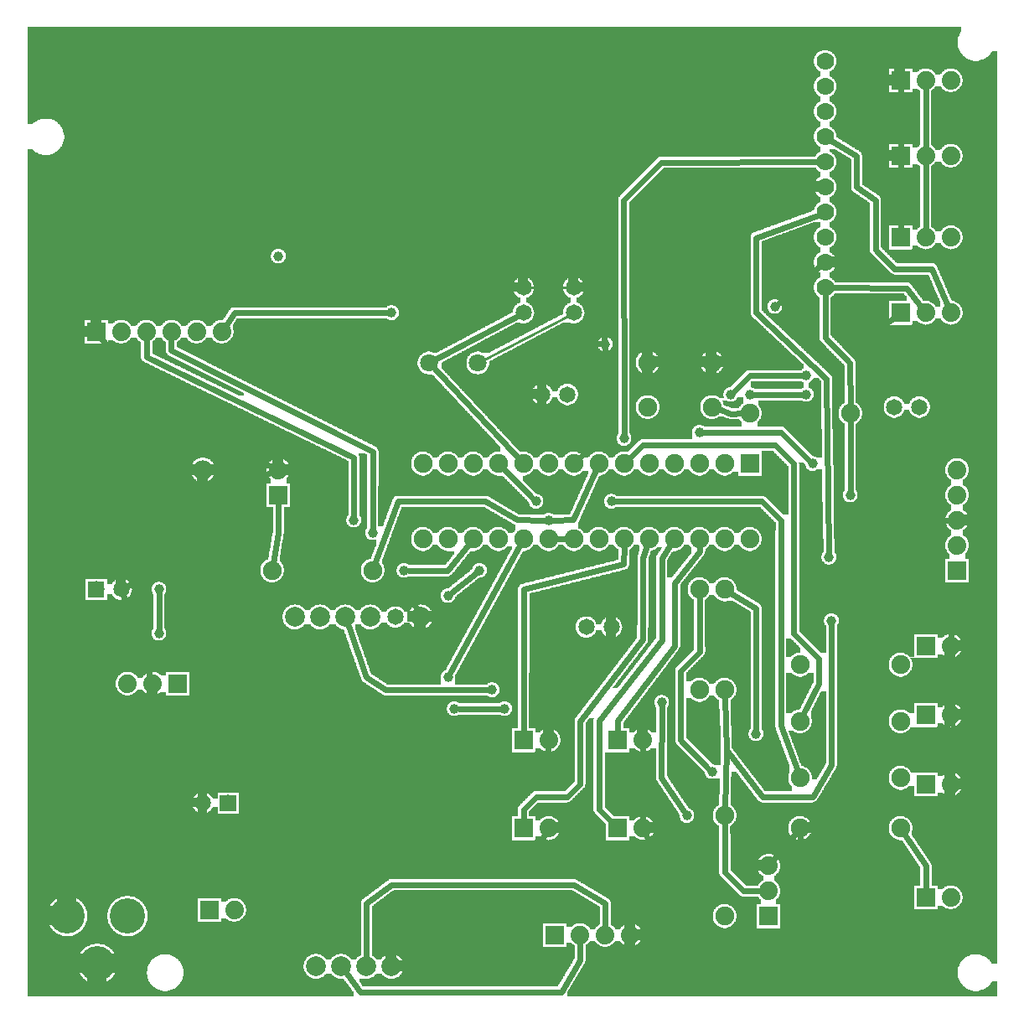
<source format=gbl>
G04 MADE WITH FRITZING*
G04 WWW.FRITZING.ORG*
G04 DOUBLE SIDED*
G04 HOLES PLATED*
G04 CONTOUR ON CENTER OF CONTOUR VECTOR*
%ASAXBY*%
%FSLAX23Y23*%
%MOIN*%
%OFA0B0*%
%SFA1.0B1.0*%
%ADD10C,0.075000*%
%ADD11C,0.078000*%
%ADD12C,0.039370*%
%ADD13C,0.074000*%
%ADD14C,0.065000*%
%ADD15C,0.070925*%
%ADD16C,0.070866*%
%ADD17C,0.070000*%
%ADD18C,0.078861*%
%ADD19C,0.064972*%
%ADD20C,0.078833*%
%ADD21C,0.064944*%
%ADD22C,0.140000*%
%ADD23R,0.074000X0.074000*%
%ADD24R,0.075000X0.075000*%
%ADD25C,0.024000*%
%ADD26C,0.011111*%
%ADD27R,0.001000X0.001000*%
%LNCOPPER0*%
G90*
G70*
G54D10*
X3308Y3176D03*
X3107Y2337D03*
X2718Y1142D03*
X3157Y1022D03*
X3279Y3840D03*
X1525Y402D03*
G54D11*
X738Y2136D03*
G54D12*
X1038Y2986D03*
X2563Y1211D03*
X2663Y761D03*
X1838Y1736D03*
X1713Y1636D03*
X1713Y1311D03*
X563Y1486D03*
X563Y1661D03*
X1738Y1186D03*
X1938Y1186D03*
X2363Y2011D03*
X2063Y2011D03*
X1338Y1936D03*
X1413Y1886D03*
X1538Y1736D03*
X1488Y2761D03*
X2413Y2261D03*
X2338Y2636D03*
G54D10*
X3313Y2361D03*
X2913Y2361D03*
G54D13*
X2138Y286D03*
X2238Y286D03*
X2338Y286D03*
X2438Y286D03*
G54D12*
X2838Y2436D03*
X3138Y2511D03*
X3163Y2161D03*
X3313Y2036D03*
G54D14*
X3588Y2386D03*
X3488Y2386D03*
G54D12*
X2913Y2436D03*
X3138Y2436D03*
X3013Y2786D03*
G54D10*
X2507Y2563D03*
X2763Y2563D03*
X2507Y2386D03*
X2763Y2386D03*
G54D14*
X2188Y2436D03*
X2088Y2436D03*
X2363Y1511D03*
X2263Y1511D03*
G54D15*
X1638Y2561D03*
G54D16*
X1831Y2561D03*
G54D17*
X3213Y3761D03*
X3213Y3661D03*
X3213Y3561D03*
X3213Y3461D03*
X3213Y3361D03*
X3213Y3261D03*
X3213Y3161D03*
X3213Y3061D03*
X3213Y2961D03*
X3213Y2861D03*
G54D18*
X1603Y1551D03*
G54D19*
X1503Y1551D03*
G54D18*
X1403Y1551D03*
X1303Y1551D03*
X1203Y1551D03*
X1103Y1551D03*
G54D20*
X1488Y161D03*
X1388Y161D03*
X1288Y161D03*
X1188Y161D03*
G54D19*
X1603Y1551D03*
X1503Y1551D03*
X1403Y1551D03*
X1303Y1551D03*
X1203Y1551D03*
X1103Y1551D03*
G54D21*
X1488Y161D03*
X1388Y161D03*
X1288Y161D03*
X1188Y161D03*
G54D10*
X2913Y2161D03*
X2913Y1861D03*
X2813Y2161D03*
X2813Y1861D03*
X2713Y2161D03*
X2713Y1861D03*
X2613Y2161D03*
X2613Y1861D03*
X2513Y2161D03*
X2513Y1861D03*
X2413Y2161D03*
X2413Y1861D03*
X2313Y2161D03*
X2313Y1861D03*
X2213Y2161D03*
X2213Y1861D03*
X2113Y2161D03*
X2113Y1861D03*
X2013Y2161D03*
X2013Y1861D03*
X1913Y2161D03*
X1913Y1861D03*
X1813Y2161D03*
X1813Y1861D03*
X1713Y2161D03*
X1713Y1861D03*
X1613Y2161D03*
X1613Y1861D03*
G54D13*
X638Y1286D03*
X538Y1286D03*
X438Y1286D03*
G54D22*
X438Y361D03*
X198Y361D03*
X318Y171D03*
G54D14*
X838Y811D03*
X738Y811D03*
X2013Y2861D03*
X2013Y2761D03*
X2213Y2761D03*
X2213Y2861D03*
G54D10*
X2713Y1261D03*
X2713Y1661D03*
X2813Y1661D03*
X2813Y1261D03*
G54D14*
X313Y1661D03*
X413Y1661D03*
G54D10*
X1013Y1736D03*
X1413Y1736D03*
X2813Y761D03*
X2813Y361D03*
X3513Y711D03*
X3113Y711D03*
X3513Y1136D03*
X3113Y1136D03*
X3513Y1361D03*
X3113Y1361D03*
X3513Y911D03*
X3113Y911D03*
G54D12*
X2713Y2286D03*
X2938Y1086D03*
X3228Y1789D03*
X2113Y1936D03*
X3238Y1536D03*
X2763Y936D03*
G54D13*
X2388Y711D03*
X2488Y711D03*
X2013Y711D03*
X2113Y711D03*
X2388Y1061D03*
X2488Y1061D03*
X2013Y1061D03*
X2113Y1061D03*
X2988Y361D03*
X2988Y461D03*
X2988Y561D03*
X3613Y436D03*
X3713Y436D03*
X763Y386D03*
X863Y386D03*
X3513Y2761D03*
X3613Y2761D03*
X3713Y2761D03*
X3513Y3061D03*
X3613Y3061D03*
X3713Y3061D03*
X3513Y3386D03*
X3613Y3386D03*
X3713Y3386D03*
X3513Y3686D03*
X3613Y3686D03*
X3713Y3686D03*
X3613Y886D03*
X3713Y886D03*
X3613Y1161D03*
X3713Y1161D03*
X3613Y1436D03*
X3713Y1436D03*
X1038Y2036D03*
X1038Y2136D03*
X3738Y1736D03*
X3738Y1836D03*
X3738Y1936D03*
X3738Y2036D03*
X3738Y2136D03*
X313Y2686D03*
X413Y2686D03*
X513Y2686D03*
X613Y2686D03*
X713Y2686D03*
X813Y2686D03*
G54D12*
X1888Y1261D03*
G54D23*
X2138Y286D03*
G54D24*
X2913Y2161D03*
G54D23*
X2388Y711D03*
X2013Y711D03*
X2388Y1061D03*
X2013Y1061D03*
X2988Y361D03*
X3613Y436D03*
X763Y386D03*
X3513Y2761D03*
X3513Y3061D03*
X3513Y3386D03*
X3513Y3686D03*
X3613Y886D03*
X3613Y1161D03*
X3613Y1436D03*
X1038Y2036D03*
X3738Y1736D03*
X313Y2686D03*
G54D25*
X3513Y3355D02*
X3513Y3092D01*
D02*
X3613Y3355D02*
X3613Y3092D01*
D02*
X2562Y912D02*
X2563Y1192D01*
D02*
X2652Y777D02*
X2562Y912D01*
D02*
X1727Y1648D02*
X1823Y1724D01*
D02*
X2814Y535D02*
X2813Y732D01*
D02*
X2888Y461D02*
X2814Y535D01*
D02*
X2957Y461D02*
X2888Y461D01*
D02*
X3614Y561D02*
X3529Y687D01*
D02*
X3613Y467D02*
X3614Y561D01*
D02*
X1722Y1328D02*
X1999Y1836D01*
D02*
X563Y1642D02*
X563Y1505D01*
D02*
X2388Y1137D02*
X2388Y1092D01*
D02*
X2613Y1436D02*
X2388Y1137D01*
D02*
X2613Y1686D02*
X2613Y1436D01*
D02*
X2713Y1811D02*
X2613Y1686D01*
D02*
X2713Y1832D02*
X2713Y1811D01*
D02*
X2563Y1785D02*
X2563Y1460D01*
D02*
X2563Y1460D02*
X2314Y1137D01*
D02*
X2314Y1137D02*
X2314Y786D01*
D02*
X2314Y786D02*
X2366Y733D01*
D02*
X2597Y1837D02*
X2563Y1785D01*
D02*
X2237Y886D02*
X2188Y836D01*
D02*
X2188Y836D02*
X2063Y836D01*
D02*
X2063Y836D02*
X2013Y786D01*
D02*
X2013Y786D02*
X2013Y742D01*
D02*
X2238Y1136D02*
X2237Y886D01*
D02*
X2487Y1461D02*
X2238Y1136D01*
D02*
X2487Y1785D02*
X2487Y1461D01*
D02*
X2504Y1834D02*
X2487Y1785D01*
D02*
X2013Y1661D02*
X2013Y1092D01*
D02*
X2412Y1761D02*
X2013Y1661D01*
D02*
X2413Y1832D02*
X2412Y1761D01*
D02*
X2112Y987D02*
X2112Y1030D01*
D02*
X1888Y761D02*
X2112Y987D01*
D02*
X1888Y635D02*
X1888Y761D01*
D02*
X1938Y585D02*
X1888Y635D01*
D02*
X2038Y585D02*
X1938Y585D01*
D02*
X2097Y684D02*
X2038Y585D01*
D02*
X1919Y1186D02*
X1757Y1186D01*
D02*
X2049Y2024D02*
X1933Y2141D01*
D02*
X3613Y3417D02*
X3613Y3655D01*
D02*
X3513Y3417D02*
X3513Y3655D01*
D02*
X2488Y742D02*
X2488Y1030D01*
D02*
X434Y1673D02*
X912Y1937D01*
D02*
X1712Y1736D02*
X1557Y1736D01*
D02*
X1795Y1839D02*
X1712Y1736D01*
D02*
X2412Y3210D02*
X2413Y2280D01*
D02*
X2562Y3360D02*
X2412Y3210D01*
D02*
X3182Y3361D02*
X2562Y3360D01*
D02*
X3312Y2561D02*
X3313Y2390D01*
D02*
X2884Y2361D02*
X2838Y2360D01*
D02*
X2838Y2360D02*
X2790Y2377D01*
D02*
X2913Y2511D02*
X2851Y2449D01*
D02*
X3119Y2511D02*
X2913Y2511D01*
D02*
X3313Y2332D02*
X3313Y2055D01*
D02*
X2932Y2436D02*
X3119Y2436D01*
D02*
X3662Y1636D02*
X3562Y1636D01*
D02*
X3712Y1585D02*
X3662Y1636D01*
D02*
X3713Y1467D02*
X3712Y1585D01*
D02*
X3487Y1936D02*
X3707Y1936D01*
D02*
X3413Y1985D02*
X3487Y1936D01*
D02*
X3189Y2941D02*
X3027Y2798D01*
D02*
X1661Y2574D02*
X1991Y2749D01*
D02*
X1993Y2182D02*
X1656Y2541D01*
G54D26*
D02*
X2196Y2752D02*
X1850Y2571D01*
G54D25*
D02*
X2962Y2011D02*
X3037Y1935D01*
D02*
X2382Y2011D02*
X2962Y2011D01*
D02*
X3037Y1935D02*
X3036Y1117D01*
D02*
X3036Y1117D02*
X3103Y938D01*
D02*
X3700Y2790D02*
X3638Y2936D01*
D02*
X3488Y2936D02*
X3413Y3012D01*
D02*
X3638Y2936D02*
X3488Y2936D01*
D02*
X3337Y3385D02*
X3239Y3445D01*
D02*
X3337Y3261D02*
X3337Y3385D01*
D02*
X3413Y3210D02*
X3337Y3261D01*
D02*
X3413Y3012D02*
X3413Y3210D01*
D02*
X2433Y2181D02*
X2487Y2235D01*
D02*
X2487Y2235D02*
X3013Y2235D01*
D02*
X3013Y2235D02*
X3087Y2161D01*
D02*
X3087Y2161D02*
X3088Y1486D01*
D02*
X3088Y1486D02*
X3188Y1386D01*
D02*
X3188Y1386D02*
X3188Y1286D01*
D02*
X3188Y1286D02*
X3125Y1162D01*
D02*
X2732Y2286D02*
X3037Y2286D01*
D02*
X3037Y2286D02*
X3149Y2174D01*
D02*
X2939Y1585D02*
X2837Y1646D01*
D02*
X2938Y1105D02*
X2939Y1585D01*
D02*
X3184Y3150D02*
X2938Y3060D01*
D02*
X2938Y3060D02*
X2938Y2762D01*
D02*
X2938Y2762D02*
X3218Y2499D01*
D02*
X3218Y2499D02*
X3228Y1808D01*
D02*
X528Y1315D02*
X421Y1637D01*
D02*
X1588Y1584D02*
X1564Y1636D01*
D02*
X912Y1685D02*
X912Y1937D01*
D02*
X962Y1636D02*
X912Y1685D01*
D02*
X2338Y2617D02*
X2338Y2286D01*
D02*
X2338Y2286D02*
X2233Y2181D01*
G54D26*
D02*
X2032Y2861D02*
X2193Y2861D01*
G54D25*
D02*
X3413Y2687D02*
X3488Y2742D01*
D02*
X3413Y1985D02*
X3413Y2687D01*
D02*
X3412Y1786D02*
X3413Y1985D01*
D02*
X3562Y1636D02*
X3412Y1786D01*
D02*
X3008Y585D02*
X3094Y689D01*
D02*
X2787Y262D02*
X3038Y260D01*
D02*
X2638Y411D02*
X2787Y262D01*
D02*
X2502Y683D02*
X2638Y411D01*
D02*
X3113Y311D02*
X3113Y682D01*
D02*
X3038Y260D02*
X3113Y311D01*
D02*
X2813Y790D02*
X2820Y1021D01*
D02*
X2820Y1021D02*
X2814Y1232D01*
D02*
X2141Y1861D02*
X2184Y1861D01*
D02*
X2212Y1937D02*
X2132Y1936D01*
D02*
X2301Y2135D02*
X2212Y1937D01*
D02*
X1422Y1763D02*
X1513Y2011D01*
D02*
X1989Y1937D02*
X2094Y1936D01*
D02*
X1862Y2011D02*
X1989Y1937D01*
D02*
X1513Y2011D02*
X1862Y2011D01*
D02*
X3238Y961D02*
X3163Y836D01*
D02*
X3238Y1517D02*
X3238Y961D01*
D02*
X3163Y836D02*
X2963Y836D01*
D02*
X2963Y836D02*
X2820Y1021D01*
D02*
X3213Y2830D02*
X3213Y2661D01*
D02*
X3213Y2661D02*
X3312Y2561D01*
D02*
X3537Y2860D02*
X3243Y2861D01*
D02*
X3594Y2786D02*
X3537Y2860D01*
D02*
X2638Y1061D02*
X2638Y1336D01*
D02*
X2749Y949D02*
X2638Y1061D01*
D02*
X2713Y1411D02*
X2713Y1632D01*
D02*
X2638Y1336D02*
X2713Y1411D01*
D02*
X513Y2585D02*
X513Y2655D01*
D02*
X1339Y2186D02*
X513Y2585D01*
D02*
X863Y2761D02*
X830Y2712D01*
D02*
X1469Y2761D02*
X863Y2761D01*
D02*
X1413Y1905D02*
X1413Y2210D01*
D02*
X413Y2562D02*
X413Y2435D01*
D02*
X332Y2662D02*
X413Y2562D01*
D02*
X612Y2611D02*
X612Y2655D01*
D02*
X1413Y2210D02*
X612Y2611D01*
D02*
X1338Y1955D02*
X1339Y2186D01*
D02*
X413Y2435D02*
X1010Y2149D01*
D02*
X1037Y1886D02*
X1038Y2005D01*
D02*
X1017Y1764D02*
X1037Y1886D01*
D02*
X1564Y1636D02*
X962Y1636D01*
D02*
X2163Y60D02*
X1363Y60D01*
D02*
X2238Y186D02*
X2163Y60D01*
D02*
X1363Y60D02*
X1310Y132D01*
D02*
X2238Y255D02*
X2238Y186D01*
D02*
X2213Y486D02*
X1488Y486D01*
D02*
X1488Y486D02*
X1388Y411D01*
D02*
X2338Y412D02*
X2213Y486D01*
D02*
X1388Y411D02*
X1388Y198D01*
D02*
X2338Y317D02*
X2338Y412D01*
D02*
X1463Y1261D02*
X1869Y1261D01*
D02*
X1388Y1311D02*
X1463Y1261D01*
D02*
X1316Y1516D02*
X1388Y1311D01*
D02*
X912Y2085D02*
X1009Y2124D01*
D02*
X912Y1937D02*
X912Y2085D01*
G36*
X3232Y3411D02*
X3232Y3401D01*
X3234Y3401D01*
X3234Y3399D01*
X3238Y3399D01*
X3238Y3397D01*
X3240Y3397D01*
X3240Y3395D01*
X3242Y3395D01*
X3242Y3393D01*
X3246Y3393D01*
X3246Y3389D01*
X3248Y3389D01*
X3248Y3387D01*
X3250Y3387D01*
X3250Y3385D01*
X3252Y3385D01*
X3252Y3381D01*
X3254Y3381D01*
X3254Y3375D01*
X3256Y3375D01*
X3256Y3367D01*
X3258Y3367D01*
X3258Y3353D01*
X3256Y3353D01*
X3256Y3347D01*
X3254Y3347D01*
X3254Y3341D01*
X3252Y3341D01*
X3252Y3337D01*
X3250Y3337D01*
X3250Y3335D01*
X3248Y3335D01*
X3248Y3333D01*
X3246Y3333D01*
X3246Y3329D01*
X3244Y3329D01*
X3244Y3327D01*
X3240Y3327D01*
X3240Y3325D01*
X3238Y3325D01*
X3238Y3323D01*
X3234Y3323D01*
X3234Y3321D01*
X3232Y3321D01*
X3232Y3301D01*
X3234Y3301D01*
X3234Y3299D01*
X3238Y3299D01*
X3238Y3297D01*
X3240Y3297D01*
X3240Y3295D01*
X3242Y3295D01*
X3242Y3293D01*
X3246Y3293D01*
X3246Y3289D01*
X3248Y3289D01*
X3248Y3287D01*
X3250Y3287D01*
X3250Y3285D01*
X3252Y3285D01*
X3252Y3281D01*
X3254Y3281D01*
X3254Y3275D01*
X3256Y3275D01*
X3256Y3267D01*
X3258Y3267D01*
X3258Y3253D01*
X3256Y3253D01*
X3256Y3247D01*
X3254Y3247D01*
X3254Y3241D01*
X3252Y3241D01*
X3252Y3237D01*
X3250Y3237D01*
X3250Y3235D01*
X3248Y3235D01*
X3248Y3233D01*
X3246Y3233D01*
X3246Y3229D01*
X3244Y3229D01*
X3244Y3227D01*
X3240Y3227D01*
X3240Y3225D01*
X3238Y3225D01*
X3238Y3223D01*
X3234Y3223D01*
X3234Y3221D01*
X3232Y3221D01*
X3232Y3201D01*
X3234Y3201D01*
X3234Y3199D01*
X3238Y3199D01*
X3238Y3197D01*
X3240Y3197D01*
X3240Y3195D01*
X3242Y3195D01*
X3242Y3193D01*
X3246Y3193D01*
X3246Y3189D01*
X3248Y3189D01*
X3248Y3187D01*
X3250Y3187D01*
X3250Y3185D01*
X3252Y3185D01*
X3252Y3181D01*
X3254Y3181D01*
X3254Y3175D01*
X3256Y3175D01*
X3256Y3167D01*
X3258Y3167D01*
X3258Y3153D01*
X3256Y3153D01*
X3256Y3147D01*
X3254Y3147D01*
X3254Y3141D01*
X3252Y3141D01*
X3252Y3137D01*
X3250Y3137D01*
X3250Y3135D01*
X3248Y3135D01*
X3248Y3133D01*
X3246Y3133D01*
X3246Y3129D01*
X3244Y3129D01*
X3244Y3127D01*
X3240Y3127D01*
X3240Y3125D01*
X3238Y3125D01*
X3238Y3123D01*
X3234Y3123D01*
X3234Y3121D01*
X3232Y3121D01*
X3232Y3101D01*
X3234Y3101D01*
X3234Y3099D01*
X3238Y3099D01*
X3238Y3097D01*
X3240Y3097D01*
X3240Y3095D01*
X3242Y3095D01*
X3242Y3093D01*
X3246Y3093D01*
X3246Y3089D01*
X3248Y3089D01*
X3248Y3087D01*
X3250Y3087D01*
X3250Y3085D01*
X3252Y3085D01*
X3252Y3081D01*
X3254Y3081D01*
X3254Y3075D01*
X3256Y3075D01*
X3256Y3067D01*
X3258Y3067D01*
X3258Y3053D01*
X3256Y3053D01*
X3256Y3047D01*
X3254Y3047D01*
X3254Y3041D01*
X3252Y3041D01*
X3252Y3037D01*
X3250Y3037D01*
X3250Y3035D01*
X3248Y3035D01*
X3248Y3033D01*
X3246Y3033D01*
X3246Y3029D01*
X3244Y3029D01*
X3244Y3027D01*
X3240Y3027D01*
X3240Y3025D01*
X3238Y3025D01*
X3238Y3023D01*
X3234Y3023D01*
X3234Y3021D01*
X3232Y3021D01*
X3232Y3001D01*
X3234Y3001D01*
X3234Y2999D01*
X3238Y2999D01*
X3238Y2997D01*
X3240Y2997D01*
X3240Y2995D01*
X3242Y2995D01*
X3242Y2993D01*
X3246Y2993D01*
X3246Y2989D01*
X3248Y2989D01*
X3248Y2987D01*
X3250Y2987D01*
X3250Y2985D01*
X3252Y2985D01*
X3252Y2981D01*
X3254Y2981D01*
X3254Y2975D01*
X3256Y2975D01*
X3256Y2967D01*
X3258Y2967D01*
X3258Y2953D01*
X3256Y2953D01*
X3256Y2947D01*
X3254Y2947D01*
X3254Y2941D01*
X3252Y2941D01*
X3252Y2937D01*
X3250Y2937D01*
X3250Y2935D01*
X3248Y2935D01*
X3248Y2933D01*
X3246Y2933D01*
X3246Y2929D01*
X3244Y2929D01*
X3244Y2927D01*
X3240Y2927D01*
X3240Y2925D01*
X3238Y2925D01*
X3238Y2923D01*
X3234Y2923D01*
X3234Y2921D01*
X3232Y2921D01*
X3232Y2901D01*
X3234Y2901D01*
X3234Y2899D01*
X3238Y2899D01*
X3238Y2897D01*
X3240Y2897D01*
X3240Y2895D01*
X3242Y2895D01*
X3242Y2893D01*
X3246Y2893D01*
X3246Y2889D01*
X3248Y2889D01*
X3248Y2887D01*
X3250Y2887D01*
X3250Y2885D01*
X3252Y2885D01*
X3252Y2883D01*
X3538Y2883D01*
X3538Y2881D01*
X3546Y2881D01*
X3546Y2879D01*
X3550Y2879D01*
X3550Y2877D01*
X3552Y2877D01*
X3552Y2875D01*
X3554Y2875D01*
X3554Y2873D01*
X3556Y2873D01*
X3556Y2869D01*
X3558Y2869D01*
X3558Y2867D01*
X3560Y2867D01*
X3560Y2865D01*
X3562Y2865D01*
X3562Y2861D01*
X3564Y2861D01*
X3564Y2859D01*
X3566Y2859D01*
X3566Y2857D01*
X3568Y2857D01*
X3568Y2855D01*
X3570Y2855D01*
X3570Y2851D01*
X3572Y2851D01*
X3572Y2849D01*
X3574Y2849D01*
X3574Y2847D01*
X3576Y2847D01*
X3576Y2843D01*
X3578Y2843D01*
X3578Y2841D01*
X3580Y2841D01*
X3580Y2839D01*
X3582Y2839D01*
X3582Y2835D01*
X3584Y2835D01*
X3584Y2833D01*
X3586Y2833D01*
X3586Y2831D01*
X3588Y2831D01*
X3588Y2829D01*
X3590Y2829D01*
X3590Y2825D01*
X3592Y2825D01*
X3592Y2823D01*
X3594Y2823D01*
X3594Y2821D01*
X3596Y2821D01*
X3596Y2817D01*
X3598Y2817D01*
X3598Y2815D01*
X3600Y2815D01*
X3600Y2813D01*
X3602Y2813D01*
X3602Y2809D01*
X3604Y2809D01*
X3604Y2807D01*
X3626Y2807D01*
X3626Y2805D01*
X3632Y2805D01*
X3632Y2803D01*
X3636Y2803D01*
X3636Y2801D01*
X3638Y2801D01*
X3638Y2799D01*
X3642Y2799D01*
X3642Y2797D01*
X3644Y2797D01*
X3644Y2795D01*
X3646Y2795D01*
X3646Y2793D01*
X3648Y2793D01*
X3648Y2791D01*
X3650Y2791D01*
X3650Y2787D01*
X3652Y2787D01*
X3652Y2785D01*
X3672Y2785D01*
X3672Y2803D01*
X3670Y2803D01*
X3670Y2807D01*
X3668Y2807D01*
X3668Y2811D01*
X3666Y2811D01*
X3666Y2817D01*
X3664Y2817D01*
X3664Y2821D01*
X3662Y2821D01*
X3662Y2825D01*
X3660Y2825D01*
X3660Y2831D01*
X3658Y2831D01*
X3658Y2835D01*
X3656Y2835D01*
X3656Y2839D01*
X3654Y2839D01*
X3654Y2845D01*
X3652Y2845D01*
X3652Y2849D01*
X3650Y2849D01*
X3650Y2853D01*
X3648Y2853D01*
X3648Y2859D01*
X3646Y2859D01*
X3646Y2863D01*
X3644Y2863D01*
X3644Y2867D01*
X3642Y2867D01*
X3642Y2873D01*
X3640Y2873D01*
X3640Y2877D01*
X3638Y2877D01*
X3638Y2881D01*
X3636Y2881D01*
X3636Y2887D01*
X3634Y2887D01*
X3634Y2891D01*
X3632Y2891D01*
X3632Y2895D01*
X3630Y2895D01*
X3630Y2901D01*
X3628Y2901D01*
X3628Y2905D01*
X3626Y2905D01*
X3626Y2909D01*
X3624Y2909D01*
X3624Y2913D01*
X3488Y2913D01*
X3488Y2915D01*
X3480Y2915D01*
X3480Y2917D01*
X3476Y2917D01*
X3476Y2919D01*
X3474Y2919D01*
X3474Y2921D01*
X3472Y2921D01*
X3472Y2923D01*
X3470Y2923D01*
X3470Y2925D01*
X3468Y2925D01*
X3468Y2927D01*
X3466Y2927D01*
X3466Y2929D01*
X3464Y2929D01*
X3464Y2931D01*
X3462Y2931D01*
X3462Y2933D01*
X3460Y2933D01*
X3460Y2935D01*
X3458Y2935D01*
X3458Y2937D01*
X3456Y2937D01*
X3456Y2939D01*
X3454Y2939D01*
X3454Y2941D01*
X3452Y2941D01*
X3452Y2943D01*
X3450Y2943D01*
X3450Y2945D01*
X3448Y2945D01*
X3448Y2947D01*
X3446Y2947D01*
X3446Y2949D01*
X3444Y2949D01*
X3444Y2951D01*
X3442Y2951D01*
X3442Y2953D01*
X3440Y2953D01*
X3440Y2955D01*
X3438Y2955D01*
X3438Y2957D01*
X3436Y2957D01*
X3436Y2959D01*
X3434Y2959D01*
X3434Y2961D01*
X3432Y2961D01*
X3432Y2963D01*
X3430Y2963D01*
X3430Y2965D01*
X3428Y2965D01*
X3428Y2967D01*
X3426Y2967D01*
X3426Y2969D01*
X3424Y2969D01*
X3424Y2971D01*
X3422Y2971D01*
X3422Y2973D01*
X3420Y2973D01*
X3420Y2975D01*
X3418Y2975D01*
X3418Y2977D01*
X3416Y2977D01*
X3416Y2979D01*
X3414Y2979D01*
X3414Y2981D01*
X3412Y2981D01*
X3412Y2983D01*
X3410Y2983D01*
X3410Y2985D01*
X3408Y2985D01*
X3408Y2987D01*
X3406Y2987D01*
X3406Y2989D01*
X3404Y2989D01*
X3404Y2991D01*
X3402Y2991D01*
X3402Y2993D01*
X3400Y2993D01*
X3400Y2995D01*
X3398Y2995D01*
X3398Y2997D01*
X3396Y2997D01*
X3396Y2999D01*
X3394Y2999D01*
X3394Y3003D01*
X3392Y3003D01*
X3392Y3009D01*
X3390Y3009D01*
X3390Y3199D01*
X3388Y3199D01*
X3388Y3201D01*
X3386Y3201D01*
X3386Y3203D01*
X3382Y3203D01*
X3382Y3205D01*
X3380Y3205D01*
X3380Y3207D01*
X3376Y3207D01*
X3376Y3209D01*
X3374Y3209D01*
X3374Y3211D01*
X3370Y3211D01*
X3370Y3213D01*
X3368Y3213D01*
X3368Y3215D01*
X3364Y3215D01*
X3364Y3217D01*
X3362Y3217D01*
X3362Y3219D01*
X3358Y3219D01*
X3358Y3221D01*
X3356Y3221D01*
X3356Y3223D01*
X3352Y3223D01*
X3352Y3225D01*
X3350Y3225D01*
X3350Y3227D01*
X3346Y3227D01*
X3346Y3229D01*
X3344Y3229D01*
X3344Y3231D01*
X3340Y3231D01*
X3340Y3233D01*
X3338Y3233D01*
X3338Y3235D01*
X3334Y3235D01*
X3334Y3237D01*
X3332Y3237D01*
X3332Y3239D01*
X3328Y3239D01*
X3328Y3241D01*
X3326Y3241D01*
X3326Y3243D01*
X3324Y3243D01*
X3324Y3245D01*
X3320Y3245D01*
X3320Y3249D01*
X3318Y3249D01*
X3318Y3253D01*
X3316Y3253D01*
X3316Y3373D01*
X3314Y3373D01*
X3314Y3375D01*
X3310Y3375D01*
X3310Y3377D01*
X3306Y3377D01*
X3306Y3379D01*
X3304Y3379D01*
X3304Y3381D01*
X3300Y3381D01*
X3300Y3383D01*
X3296Y3383D01*
X3296Y3385D01*
X3294Y3385D01*
X3294Y3387D01*
X3290Y3387D01*
X3290Y3389D01*
X3288Y3389D01*
X3288Y3391D01*
X3284Y3391D01*
X3284Y3393D01*
X3280Y3393D01*
X3280Y3395D01*
X3278Y3395D01*
X3278Y3397D01*
X3274Y3397D01*
X3274Y3399D01*
X3270Y3399D01*
X3270Y3401D01*
X3268Y3401D01*
X3268Y3403D01*
X3264Y3403D01*
X3264Y3405D01*
X3260Y3405D01*
X3260Y3407D01*
X3258Y3407D01*
X3258Y3409D01*
X3254Y3409D01*
X3254Y3411D01*
X3232Y3411D01*
G37*
D02*
G36*
X552Y2663D02*
X552Y2659D01*
X550Y2659D01*
X550Y2657D01*
X548Y2657D01*
X548Y2655D01*
X546Y2655D01*
X546Y2651D01*
X542Y2651D01*
X542Y2649D01*
X540Y2649D01*
X540Y2647D01*
X536Y2647D01*
X536Y2599D01*
X538Y2599D01*
X538Y2597D01*
X542Y2597D01*
X542Y2595D01*
X546Y2595D01*
X546Y2593D01*
X550Y2593D01*
X550Y2591D01*
X554Y2591D01*
X554Y2589D01*
X558Y2589D01*
X558Y2587D01*
X562Y2587D01*
X562Y2585D01*
X566Y2585D01*
X566Y2583D01*
X570Y2583D01*
X570Y2581D01*
X574Y2581D01*
X574Y2579D01*
X578Y2579D01*
X578Y2577D01*
X584Y2577D01*
X584Y2575D01*
X588Y2575D01*
X588Y2573D01*
X592Y2573D01*
X592Y2571D01*
X596Y2571D01*
X596Y2569D01*
X600Y2569D01*
X600Y2567D01*
X604Y2567D01*
X604Y2565D01*
X608Y2565D01*
X608Y2563D01*
X612Y2563D01*
X612Y2561D01*
X616Y2561D01*
X616Y2559D01*
X620Y2559D01*
X620Y2557D01*
X624Y2557D01*
X624Y2555D01*
X628Y2555D01*
X628Y2553D01*
X632Y2553D01*
X632Y2551D01*
X636Y2551D01*
X636Y2549D01*
X640Y2549D01*
X640Y2547D01*
X646Y2547D01*
X646Y2545D01*
X650Y2545D01*
X650Y2543D01*
X654Y2543D01*
X654Y2541D01*
X658Y2541D01*
X658Y2539D01*
X662Y2539D01*
X662Y2537D01*
X666Y2537D01*
X666Y2535D01*
X670Y2535D01*
X670Y2533D01*
X674Y2533D01*
X674Y2531D01*
X678Y2531D01*
X678Y2529D01*
X682Y2529D01*
X682Y2527D01*
X686Y2527D01*
X686Y2525D01*
X690Y2525D01*
X690Y2523D01*
X694Y2523D01*
X694Y2521D01*
X698Y2521D01*
X698Y2519D01*
X702Y2519D01*
X702Y2517D01*
X706Y2517D01*
X706Y2515D01*
X712Y2515D01*
X712Y2513D01*
X716Y2513D01*
X716Y2511D01*
X720Y2511D01*
X720Y2509D01*
X724Y2509D01*
X724Y2507D01*
X728Y2507D01*
X728Y2505D01*
X732Y2505D01*
X732Y2503D01*
X736Y2503D01*
X736Y2501D01*
X740Y2501D01*
X740Y2499D01*
X744Y2499D01*
X744Y2497D01*
X748Y2497D01*
X748Y2495D01*
X752Y2495D01*
X752Y2493D01*
X756Y2493D01*
X756Y2491D01*
X760Y2491D01*
X760Y2489D01*
X764Y2489D01*
X764Y2487D01*
X768Y2487D01*
X768Y2485D01*
X774Y2485D01*
X774Y2483D01*
X778Y2483D01*
X778Y2481D01*
X782Y2481D01*
X782Y2479D01*
X786Y2479D01*
X786Y2477D01*
X790Y2477D01*
X790Y2475D01*
X794Y2475D01*
X794Y2473D01*
X798Y2473D01*
X798Y2471D01*
X802Y2471D01*
X802Y2469D01*
X806Y2469D01*
X806Y2467D01*
X810Y2467D01*
X810Y2465D01*
X814Y2465D01*
X814Y2463D01*
X818Y2463D01*
X818Y2461D01*
X822Y2461D01*
X822Y2459D01*
X826Y2459D01*
X826Y2457D01*
X830Y2457D01*
X830Y2455D01*
X836Y2455D01*
X836Y2453D01*
X840Y2453D01*
X840Y2451D01*
X844Y2451D01*
X844Y2449D01*
X848Y2449D01*
X848Y2447D01*
X852Y2447D01*
X852Y2445D01*
X856Y2445D01*
X856Y2443D01*
X860Y2443D01*
X860Y2441D01*
X864Y2441D01*
X864Y2439D01*
X868Y2439D01*
X868Y2437D01*
X872Y2437D01*
X872Y2435D01*
X876Y2435D01*
X876Y2433D01*
X880Y2433D01*
X880Y2431D01*
X900Y2431D01*
X900Y2443D01*
X896Y2443D01*
X896Y2445D01*
X892Y2445D01*
X892Y2447D01*
X888Y2447D01*
X888Y2449D01*
X884Y2449D01*
X884Y2451D01*
X880Y2451D01*
X880Y2453D01*
X876Y2453D01*
X876Y2455D01*
X872Y2455D01*
X872Y2457D01*
X868Y2457D01*
X868Y2459D01*
X864Y2459D01*
X864Y2461D01*
X860Y2461D01*
X860Y2463D01*
X856Y2463D01*
X856Y2465D01*
X852Y2465D01*
X852Y2467D01*
X848Y2467D01*
X848Y2469D01*
X844Y2469D01*
X844Y2471D01*
X840Y2471D01*
X840Y2473D01*
X836Y2473D01*
X836Y2475D01*
X832Y2475D01*
X832Y2477D01*
X828Y2477D01*
X828Y2479D01*
X824Y2479D01*
X824Y2481D01*
X820Y2481D01*
X820Y2483D01*
X816Y2483D01*
X816Y2485D01*
X812Y2485D01*
X812Y2487D01*
X808Y2487D01*
X808Y2489D01*
X804Y2489D01*
X804Y2491D01*
X800Y2491D01*
X800Y2493D01*
X796Y2493D01*
X796Y2495D01*
X792Y2495D01*
X792Y2497D01*
X788Y2497D01*
X788Y2499D01*
X784Y2499D01*
X784Y2501D01*
X780Y2501D01*
X780Y2503D01*
X776Y2503D01*
X776Y2505D01*
X772Y2505D01*
X772Y2507D01*
X768Y2507D01*
X768Y2509D01*
X764Y2509D01*
X764Y2511D01*
X760Y2511D01*
X760Y2513D01*
X756Y2513D01*
X756Y2515D01*
X752Y2515D01*
X752Y2517D01*
X748Y2517D01*
X748Y2519D01*
X744Y2519D01*
X744Y2521D01*
X740Y2521D01*
X740Y2523D01*
X736Y2523D01*
X736Y2525D01*
X732Y2525D01*
X732Y2527D01*
X728Y2527D01*
X728Y2529D01*
X724Y2529D01*
X724Y2531D01*
X720Y2531D01*
X720Y2533D01*
X716Y2533D01*
X716Y2535D01*
X712Y2535D01*
X712Y2537D01*
X708Y2537D01*
X708Y2539D01*
X704Y2539D01*
X704Y2541D01*
X700Y2541D01*
X700Y2543D01*
X696Y2543D01*
X696Y2545D01*
X692Y2545D01*
X692Y2547D01*
X688Y2547D01*
X688Y2549D01*
X684Y2549D01*
X684Y2551D01*
X680Y2551D01*
X680Y2553D01*
X676Y2553D01*
X676Y2555D01*
X672Y2555D01*
X672Y2557D01*
X668Y2557D01*
X668Y2559D01*
X664Y2559D01*
X664Y2561D01*
X660Y2561D01*
X660Y2563D01*
X656Y2563D01*
X656Y2565D01*
X652Y2565D01*
X652Y2567D01*
X648Y2567D01*
X648Y2569D01*
X644Y2569D01*
X644Y2571D01*
X640Y2571D01*
X640Y2573D01*
X636Y2573D01*
X636Y2575D01*
X632Y2575D01*
X632Y2577D01*
X628Y2577D01*
X628Y2579D01*
X624Y2579D01*
X624Y2581D01*
X620Y2581D01*
X620Y2583D01*
X616Y2583D01*
X616Y2585D01*
X612Y2585D01*
X612Y2587D01*
X608Y2587D01*
X608Y2589D01*
X604Y2589D01*
X604Y2591D01*
X602Y2591D01*
X602Y2593D01*
X598Y2593D01*
X598Y2595D01*
X596Y2595D01*
X596Y2597D01*
X594Y2597D01*
X594Y2601D01*
X592Y2601D01*
X592Y2605D01*
X590Y2605D01*
X590Y2645D01*
X588Y2645D01*
X588Y2647D01*
X586Y2647D01*
X586Y2649D01*
X582Y2649D01*
X582Y2651D01*
X580Y2651D01*
X580Y2653D01*
X578Y2653D01*
X578Y2655D01*
X576Y2655D01*
X576Y2659D01*
X574Y2659D01*
X574Y2661D01*
X572Y2661D01*
X572Y2663D01*
X552Y2663D01*
G37*
D02*
G36*
X2920Y2489D02*
X2920Y2487D01*
X2918Y2487D01*
X2918Y2485D01*
X2916Y2485D01*
X2916Y2465D01*
X2922Y2465D01*
X2922Y2463D01*
X2926Y2463D01*
X2926Y2461D01*
X2930Y2461D01*
X2930Y2459D01*
X2932Y2459D01*
X2932Y2457D01*
X3118Y2457D01*
X3118Y2459D01*
X3120Y2459D01*
X3120Y2461D01*
X3124Y2461D01*
X3124Y2463D01*
X3128Y2463D01*
X3128Y2483D01*
X3126Y2483D01*
X3126Y2485D01*
X3122Y2485D01*
X3122Y2487D01*
X3120Y2487D01*
X3120Y2489D01*
X2920Y2489D01*
G37*
D02*
G36*
X3166Y2501D02*
X3166Y2499D01*
X3164Y2499D01*
X3164Y2495D01*
X3162Y2495D01*
X3162Y2493D01*
X3160Y2493D01*
X3160Y2491D01*
X3158Y2491D01*
X3158Y2489D01*
X3156Y2489D01*
X3156Y2487D01*
X3154Y2487D01*
X3154Y2485D01*
X3150Y2485D01*
X3150Y2483D01*
X3146Y2483D01*
X3146Y2463D01*
X3152Y2463D01*
X3152Y2461D01*
X3154Y2461D01*
X3154Y2459D01*
X3158Y2459D01*
X3158Y2457D01*
X3160Y2457D01*
X3160Y2453D01*
X3162Y2453D01*
X3162Y2451D01*
X3164Y2451D01*
X3164Y2447D01*
X3166Y2447D01*
X3166Y2439D01*
X3168Y2439D01*
X3168Y2433D01*
X3166Y2433D01*
X3166Y2425D01*
X3164Y2425D01*
X3164Y2421D01*
X3162Y2421D01*
X3162Y2417D01*
X3160Y2417D01*
X3160Y2415D01*
X3158Y2415D01*
X3158Y2413D01*
X3154Y2413D01*
X3154Y2411D01*
X3152Y2411D01*
X3152Y2409D01*
X3148Y2409D01*
X3148Y2407D01*
X3198Y2407D01*
X3198Y2443D01*
X3196Y2443D01*
X3196Y2491D01*
X3194Y2491D01*
X3194Y2493D01*
X3192Y2493D01*
X3192Y2495D01*
X3190Y2495D01*
X3190Y2497D01*
X3188Y2497D01*
X3188Y2499D01*
X3186Y2499D01*
X3186Y2501D01*
X3166Y2501D01*
G37*
D02*
G36*
X2946Y2413D02*
X2946Y2407D01*
X3128Y2407D01*
X3128Y2409D01*
X3124Y2409D01*
X3124Y2411D01*
X3120Y2411D01*
X3120Y2413D01*
X2946Y2413D01*
G37*
D02*
G36*
X2946Y2407D02*
X2946Y2405D01*
X3198Y2405D01*
X3198Y2407D01*
X2946Y2407D01*
G37*
D02*
G36*
X2946Y2407D02*
X2946Y2405D01*
X3198Y2405D01*
X3198Y2407D01*
X2946Y2407D01*
G37*
D02*
G36*
X2946Y2405D02*
X2946Y2393D01*
X2948Y2393D01*
X2948Y2391D01*
X2950Y2391D01*
X2950Y2389D01*
X2952Y2389D01*
X2952Y2385D01*
X2954Y2385D01*
X2954Y2381D01*
X2956Y2381D01*
X2956Y2377D01*
X2958Y2377D01*
X2958Y2371D01*
X2960Y2371D01*
X2960Y2351D01*
X2958Y2351D01*
X2958Y2345D01*
X2956Y2345D01*
X2956Y2339D01*
X2954Y2339D01*
X2954Y2337D01*
X2952Y2337D01*
X2952Y2333D01*
X2950Y2333D01*
X2950Y2331D01*
X2948Y2331D01*
X2948Y2329D01*
X2946Y2329D01*
X2946Y2327D01*
X2944Y2327D01*
X2944Y2307D01*
X3046Y2307D01*
X3046Y2305D01*
X3050Y2305D01*
X3050Y2303D01*
X3052Y2303D01*
X3052Y2301D01*
X3054Y2301D01*
X3054Y2299D01*
X3056Y2299D01*
X3056Y2297D01*
X3058Y2297D01*
X3058Y2295D01*
X3060Y2295D01*
X3060Y2293D01*
X3062Y2293D01*
X3062Y2291D01*
X3064Y2291D01*
X3064Y2289D01*
X3066Y2289D01*
X3066Y2287D01*
X3068Y2287D01*
X3068Y2285D01*
X3070Y2285D01*
X3070Y2283D01*
X3072Y2283D01*
X3072Y2281D01*
X3074Y2281D01*
X3074Y2279D01*
X3076Y2279D01*
X3076Y2277D01*
X3078Y2277D01*
X3078Y2275D01*
X3080Y2275D01*
X3080Y2273D01*
X3082Y2273D01*
X3082Y2271D01*
X3084Y2271D01*
X3084Y2269D01*
X3086Y2269D01*
X3086Y2267D01*
X3088Y2267D01*
X3088Y2265D01*
X3090Y2265D01*
X3090Y2263D01*
X3092Y2263D01*
X3092Y2261D01*
X3094Y2261D01*
X3094Y2259D01*
X3096Y2259D01*
X3096Y2257D01*
X3098Y2257D01*
X3098Y2255D01*
X3100Y2255D01*
X3100Y2253D01*
X3102Y2253D01*
X3102Y2251D01*
X3104Y2251D01*
X3104Y2249D01*
X3106Y2249D01*
X3106Y2247D01*
X3108Y2247D01*
X3108Y2245D01*
X3110Y2245D01*
X3110Y2243D01*
X3112Y2243D01*
X3112Y2241D01*
X3114Y2241D01*
X3114Y2239D01*
X3116Y2239D01*
X3116Y2237D01*
X3118Y2237D01*
X3118Y2235D01*
X3120Y2235D01*
X3120Y2233D01*
X3122Y2233D01*
X3122Y2231D01*
X3124Y2231D01*
X3124Y2229D01*
X3126Y2229D01*
X3126Y2227D01*
X3128Y2227D01*
X3128Y2225D01*
X3130Y2225D01*
X3130Y2223D01*
X3132Y2223D01*
X3132Y2221D01*
X3134Y2221D01*
X3134Y2219D01*
X3136Y2219D01*
X3136Y2217D01*
X3138Y2217D01*
X3138Y2215D01*
X3140Y2215D01*
X3140Y2213D01*
X3142Y2213D01*
X3142Y2211D01*
X3144Y2211D01*
X3144Y2209D01*
X3146Y2209D01*
X3146Y2207D01*
X3148Y2207D01*
X3148Y2205D01*
X3150Y2205D01*
X3150Y2203D01*
X3152Y2203D01*
X3152Y2201D01*
X3154Y2201D01*
X3154Y2199D01*
X3156Y2199D01*
X3156Y2197D01*
X3158Y2197D01*
X3158Y2195D01*
X3160Y2195D01*
X3160Y2193D01*
X3162Y2193D01*
X3162Y2191D01*
X3168Y2191D01*
X3168Y2189D01*
X3174Y2189D01*
X3174Y2187D01*
X3178Y2187D01*
X3178Y2185D01*
X3200Y2185D01*
X3200Y2299D01*
X3198Y2299D01*
X3198Y2405D01*
X2946Y2405D01*
G37*
D02*
G36*
X2864Y2425D02*
X2864Y2421D01*
X2862Y2421D01*
X2862Y2417D01*
X2860Y2417D01*
X2860Y2415D01*
X2858Y2415D01*
X2858Y2413D01*
X2854Y2413D01*
X2854Y2411D01*
X2852Y2411D01*
X2852Y2409D01*
X2848Y2409D01*
X2848Y2407D01*
X2888Y2407D01*
X2888Y2421D01*
X2886Y2421D01*
X2886Y2425D01*
X2864Y2425D01*
G37*
D02*
G36*
X2804Y2411D02*
X2804Y2407D01*
X2828Y2407D01*
X2828Y2409D01*
X2824Y2409D01*
X2824Y2411D01*
X2804Y2411D01*
G37*
D02*
G36*
X2806Y2407D02*
X2806Y2405D01*
X2888Y2405D01*
X2888Y2407D01*
X2806Y2407D01*
G37*
D02*
G36*
X2806Y2407D02*
X2806Y2405D01*
X2888Y2405D01*
X2888Y2407D01*
X2806Y2407D01*
G37*
D02*
G36*
X2806Y2405D02*
X2806Y2403D01*
X2808Y2403D01*
X2808Y2395D01*
X2810Y2395D01*
X2810Y2393D01*
X2814Y2393D01*
X2814Y2391D01*
X2818Y2391D01*
X2818Y2389D01*
X2824Y2389D01*
X2824Y2387D01*
X2830Y2387D01*
X2830Y2385D01*
X2836Y2385D01*
X2836Y2383D01*
X2872Y2383D01*
X2872Y2387D01*
X2874Y2387D01*
X2874Y2389D01*
X2876Y2389D01*
X2876Y2391D01*
X2878Y2391D01*
X2878Y2395D01*
X2880Y2395D01*
X2880Y2397D01*
X2884Y2397D01*
X2884Y2399D01*
X2886Y2399D01*
X2886Y2401D01*
X2888Y2401D01*
X2888Y2405D01*
X2806Y2405D01*
G37*
D02*
G36*
X2652Y1837D02*
X2652Y1833D01*
X2650Y1833D01*
X2650Y1831D01*
X2648Y1831D01*
X2648Y1829D01*
X2646Y1829D01*
X2646Y1827D01*
X2644Y1827D01*
X2644Y1825D01*
X2642Y1825D01*
X2642Y1823D01*
X2640Y1823D01*
X2640Y1821D01*
X2636Y1821D01*
X2636Y1819D01*
X2632Y1819D01*
X2632Y1817D01*
X2628Y1817D01*
X2628Y1815D01*
X2620Y1815D01*
X2620Y1813D01*
X2606Y1813D01*
X2606Y1809D01*
X2604Y1809D01*
X2604Y1807D01*
X2602Y1807D01*
X2602Y1803D01*
X2600Y1803D01*
X2600Y1801D01*
X2598Y1801D01*
X2598Y1797D01*
X2596Y1797D01*
X2596Y1795D01*
X2594Y1795D01*
X2594Y1791D01*
X2592Y1791D01*
X2592Y1789D01*
X2590Y1789D01*
X2590Y1785D01*
X2588Y1785D01*
X2588Y1783D01*
X2586Y1783D01*
X2586Y1779D01*
X2584Y1779D01*
X2584Y1709D01*
X2604Y1709D01*
X2604Y1711D01*
X2606Y1711D01*
X2606Y1713D01*
X2608Y1713D01*
X2608Y1715D01*
X2610Y1715D01*
X2610Y1719D01*
X2612Y1719D01*
X2612Y1721D01*
X2614Y1721D01*
X2614Y1723D01*
X2616Y1723D01*
X2616Y1725D01*
X2618Y1725D01*
X2618Y1729D01*
X2620Y1729D01*
X2620Y1731D01*
X2622Y1731D01*
X2622Y1733D01*
X2624Y1733D01*
X2624Y1735D01*
X2626Y1735D01*
X2626Y1739D01*
X2628Y1739D01*
X2628Y1741D01*
X2630Y1741D01*
X2630Y1743D01*
X2632Y1743D01*
X2632Y1745D01*
X2634Y1745D01*
X2634Y1749D01*
X2636Y1749D01*
X2636Y1751D01*
X2638Y1751D01*
X2638Y1753D01*
X2640Y1753D01*
X2640Y1755D01*
X2642Y1755D01*
X2642Y1759D01*
X2644Y1759D01*
X2644Y1761D01*
X2646Y1761D01*
X2646Y1763D01*
X2648Y1763D01*
X2648Y1765D01*
X2650Y1765D01*
X2650Y1769D01*
X2652Y1769D01*
X2652Y1771D01*
X2654Y1771D01*
X2654Y1773D01*
X2656Y1773D01*
X2656Y1775D01*
X2658Y1775D01*
X2658Y1779D01*
X2660Y1779D01*
X2660Y1781D01*
X2662Y1781D01*
X2662Y1783D01*
X2664Y1783D01*
X2664Y1785D01*
X2666Y1785D01*
X2666Y1789D01*
X2668Y1789D01*
X2668Y1791D01*
X2670Y1791D01*
X2670Y1793D01*
X2672Y1793D01*
X2672Y1795D01*
X2674Y1795D01*
X2674Y1799D01*
X2676Y1799D01*
X2676Y1801D01*
X2678Y1801D01*
X2678Y1803D01*
X2680Y1803D01*
X2680Y1827D01*
X2678Y1827D01*
X2678Y1829D01*
X2676Y1829D01*
X2676Y1833D01*
X2674Y1833D01*
X2674Y1835D01*
X2672Y1835D01*
X2672Y1837D01*
X2652Y1837D01*
G37*
D02*
G36*
X2544Y1827D02*
X2544Y1825D01*
X2542Y1825D01*
X2542Y1823D01*
X2540Y1823D01*
X2540Y1821D01*
X2536Y1821D01*
X2536Y1819D01*
X2532Y1819D01*
X2532Y1817D01*
X2528Y1817D01*
X2528Y1815D01*
X2520Y1815D01*
X2520Y1811D01*
X2518Y1811D01*
X2518Y1805D01*
X2516Y1805D01*
X2516Y1799D01*
X2514Y1799D01*
X2514Y1793D01*
X2512Y1793D01*
X2512Y1787D01*
X2510Y1787D01*
X2510Y1509D01*
X2508Y1509D01*
X2508Y1451D01*
X2506Y1451D01*
X2506Y1449D01*
X2504Y1449D01*
X2504Y1445D01*
X2502Y1445D01*
X2502Y1443D01*
X2500Y1443D01*
X2500Y1441D01*
X2498Y1441D01*
X2498Y1437D01*
X2496Y1437D01*
X2496Y1435D01*
X2494Y1435D01*
X2494Y1433D01*
X2492Y1433D01*
X2492Y1429D01*
X2490Y1429D01*
X2490Y1427D01*
X2488Y1427D01*
X2488Y1425D01*
X2486Y1425D01*
X2486Y1421D01*
X2484Y1421D01*
X2484Y1419D01*
X2482Y1419D01*
X2482Y1417D01*
X2480Y1417D01*
X2480Y1415D01*
X2478Y1415D01*
X2478Y1411D01*
X2476Y1411D01*
X2476Y1409D01*
X2474Y1409D01*
X2474Y1407D01*
X2472Y1407D01*
X2472Y1403D01*
X2470Y1403D01*
X2470Y1401D01*
X2468Y1401D01*
X2468Y1399D01*
X2466Y1399D01*
X2466Y1395D01*
X2464Y1395D01*
X2464Y1393D01*
X2462Y1393D01*
X2462Y1391D01*
X2460Y1391D01*
X2460Y1387D01*
X2458Y1387D01*
X2458Y1385D01*
X2456Y1385D01*
X2456Y1383D01*
X2454Y1383D01*
X2454Y1381D01*
X2452Y1381D01*
X2452Y1377D01*
X2450Y1377D01*
X2450Y1375D01*
X2448Y1375D01*
X2448Y1373D01*
X2446Y1373D01*
X2446Y1369D01*
X2444Y1369D01*
X2444Y1367D01*
X2442Y1367D01*
X2442Y1365D01*
X2440Y1365D01*
X2440Y1361D01*
X2438Y1361D01*
X2438Y1359D01*
X2436Y1359D01*
X2436Y1357D01*
X2434Y1357D01*
X2434Y1355D01*
X2432Y1355D01*
X2432Y1351D01*
X2430Y1351D01*
X2430Y1349D01*
X2428Y1349D01*
X2428Y1347D01*
X2426Y1347D01*
X2426Y1343D01*
X2424Y1343D01*
X2424Y1341D01*
X2422Y1341D01*
X2422Y1339D01*
X2420Y1339D01*
X2420Y1335D01*
X2418Y1335D01*
X2418Y1333D01*
X2416Y1333D01*
X2416Y1331D01*
X2414Y1331D01*
X2414Y1327D01*
X2412Y1327D01*
X2412Y1325D01*
X2410Y1325D01*
X2410Y1323D01*
X2408Y1323D01*
X2408Y1321D01*
X2406Y1321D01*
X2406Y1317D01*
X2404Y1317D01*
X2404Y1315D01*
X2402Y1315D01*
X2402Y1313D01*
X2400Y1313D01*
X2400Y1309D01*
X2398Y1309D01*
X2398Y1307D01*
X2396Y1307D01*
X2396Y1305D01*
X2394Y1305D01*
X2394Y1301D01*
X2392Y1301D01*
X2392Y1299D01*
X2390Y1299D01*
X2390Y1297D01*
X2388Y1297D01*
X2388Y1295D01*
X2386Y1295D01*
X2386Y1291D01*
X2384Y1291D01*
X2384Y1289D01*
X2382Y1289D01*
X2382Y1287D01*
X2380Y1287D01*
X2380Y1283D01*
X2378Y1283D01*
X2378Y1281D01*
X2376Y1281D01*
X2376Y1279D01*
X2374Y1279D01*
X2374Y1275D01*
X2372Y1275D01*
X2372Y1273D01*
X2370Y1273D01*
X2370Y1271D01*
X2368Y1271D01*
X2368Y1269D01*
X2388Y1269D01*
X2388Y1271D01*
X2390Y1271D01*
X2390Y1273D01*
X2392Y1273D01*
X2392Y1275D01*
X2394Y1275D01*
X2394Y1279D01*
X2396Y1279D01*
X2396Y1281D01*
X2398Y1281D01*
X2398Y1283D01*
X2400Y1283D01*
X2400Y1287D01*
X2402Y1287D01*
X2402Y1289D01*
X2404Y1289D01*
X2404Y1291D01*
X2406Y1291D01*
X2406Y1295D01*
X2408Y1295D01*
X2408Y1297D01*
X2410Y1297D01*
X2410Y1299D01*
X2412Y1299D01*
X2412Y1301D01*
X2414Y1301D01*
X2414Y1305D01*
X2416Y1305D01*
X2416Y1307D01*
X2418Y1307D01*
X2418Y1309D01*
X2420Y1309D01*
X2420Y1313D01*
X2422Y1313D01*
X2422Y1315D01*
X2424Y1315D01*
X2424Y1317D01*
X2426Y1317D01*
X2426Y1321D01*
X2428Y1321D01*
X2428Y1323D01*
X2430Y1323D01*
X2430Y1325D01*
X2432Y1325D01*
X2432Y1327D01*
X2434Y1327D01*
X2434Y1331D01*
X2436Y1331D01*
X2436Y1333D01*
X2438Y1333D01*
X2438Y1335D01*
X2440Y1335D01*
X2440Y1339D01*
X2442Y1339D01*
X2442Y1341D01*
X2444Y1341D01*
X2444Y1343D01*
X2446Y1343D01*
X2446Y1347D01*
X2448Y1347D01*
X2448Y1349D01*
X2450Y1349D01*
X2450Y1351D01*
X2452Y1351D01*
X2452Y1353D01*
X2454Y1353D01*
X2454Y1357D01*
X2456Y1357D01*
X2456Y1359D01*
X2458Y1359D01*
X2458Y1361D01*
X2460Y1361D01*
X2460Y1365D01*
X2462Y1365D01*
X2462Y1367D01*
X2464Y1367D01*
X2464Y1369D01*
X2466Y1369D01*
X2466Y1373D01*
X2468Y1373D01*
X2468Y1375D01*
X2470Y1375D01*
X2470Y1377D01*
X2472Y1377D01*
X2472Y1379D01*
X2474Y1379D01*
X2474Y1383D01*
X2476Y1383D01*
X2476Y1385D01*
X2478Y1385D01*
X2478Y1387D01*
X2480Y1387D01*
X2480Y1391D01*
X2482Y1391D01*
X2482Y1393D01*
X2484Y1393D01*
X2484Y1395D01*
X2486Y1395D01*
X2486Y1399D01*
X2488Y1399D01*
X2488Y1401D01*
X2490Y1401D01*
X2490Y1403D01*
X2492Y1403D01*
X2492Y1405D01*
X2494Y1405D01*
X2494Y1409D01*
X2496Y1409D01*
X2496Y1411D01*
X2498Y1411D01*
X2498Y1413D01*
X2500Y1413D01*
X2500Y1417D01*
X2502Y1417D01*
X2502Y1419D01*
X2504Y1419D01*
X2504Y1421D01*
X2506Y1421D01*
X2506Y1425D01*
X2508Y1425D01*
X2508Y1427D01*
X2510Y1427D01*
X2510Y1429D01*
X2512Y1429D01*
X2512Y1431D01*
X2514Y1431D01*
X2514Y1435D01*
X2516Y1435D01*
X2516Y1437D01*
X2518Y1437D01*
X2518Y1439D01*
X2520Y1439D01*
X2520Y1443D01*
X2522Y1443D01*
X2522Y1445D01*
X2524Y1445D01*
X2524Y1447D01*
X2526Y1447D01*
X2526Y1451D01*
X2528Y1451D01*
X2528Y1453D01*
X2530Y1453D01*
X2530Y1455D01*
X2532Y1455D01*
X2532Y1457D01*
X2534Y1457D01*
X2534Y1461D01*
X2536Y1461D01*
X2536Y1463D01*
X2538Y1463D01*
X2538Y1465D01*
X2540Y1465D01*
X2540Y1789D01*
X2542Y1789D01*
X2542Y1795D01*
X2544Y1795D01*
X2544Y1799D01*
X2546Y1799D01*
X2546Y1801D01*
X2548Y1801D01*
X2548Y1805D01*
X2550Y1805D01*
X2550Y1807D01*
X2552Y1807D01*
X2552Y1811D01*
X2554Y1811D01*
X2554Y1813D01*
X2556Y1813D01*
X2556Y1817D01*
X2558Y1817D01*
X2558Y1819D01*
X2560Y1819D01*
X2560Y1823D01*
X2562Y1823D01*
X2562Y1825D01*
X2564Y1825D01*
X2564Y1827D01*
X2544Y1827D01*
G37*
D02*
G36*
X3058Y1465D02*
X3058Y1391D01*
X3078Y1391D01*
X3078Y1395D01*
X3080Y1395D01*
X3080Y1397D01*
X3084Y1397D01*
X3084Y1399D01*
X3086Y1399D01*
X3086Y1401D01*
X3090Y1401D01*
X3090Y1403D01*
X3092Y1403D01*
X3092Y1405D01*
X3098Y1405D01*
X3098Y1407D01*
X3106Y1407D01*
X3106Y1409D01*
X3114Y1409D01*
X3114Y1429D01*
X3112Y1429D01*
X3112Y1431D01*
X3110Y1431D01*
X3110Y1433D01*
X3108Y1433D01*
X3108Y1435D01*
X3106Y1435D01*
X3106Y1437D01*
X3104Y1437D01*
X3104Y1439D01*
X3102Y1439D01*
X3102Y1441D01*
X3100Y1441D01*
X3100Y1443D01*
X3098Y1443D01*
X3098Y1445D01*
X3096Y1445D01*
X3096Y1447D01*
X3094Y1447D01*
X3094Y1449D01*
X3092Y1449D01*
X3092Y1451D01*
X3090Y1451D01*
X3090Y1453D01*
X3088Y1453D01*
X3088Y1455D01*
X3086Y1455D01*
X3086Y1457D01*
X3084Y1457D01*
X3084Y1459D01*
X3082Y1459D01*
X3082Y1461D01*
X3080Y1461D01*
X3080Y1463D01*
X3078Y1463D01*
X3078Y1465D01*
X3058Y1465D01*
G37*
D02*
G36*
X3058Y1329D02*
X3058Y1313D01*
X3106Y1313D01*
X3106Y1315D01*
X3098Y1315D01*
X3098Y1317D01*
X3092Y1317D01*
X3092Y1319D01*
X3090Y1319D01*
X3090Y1321D01*
X3086Y1321D01*
X3086Y1323D01*
X3084Y1323D01*
X3084Y1325D01*
X3080Y1325D01*
X3080Y1327D01*
X3078Y1327D01*
X3078Y1329D01*
X3058Y1329D01*
G37*
D02*
G36*
X3146Y1329D02*
X3146Y1327D01*
X3144Y1327D01*
X3144Y1325D01*
X3142Y1325D01*
X3142Y1323D01*
X3140Y1323D01*
X3140Y1321D01*
X3136Y1321D01*
X3136Y1319D01*
X3132Y1319D01*
X3132Y1317D01*
X3128Y1317D01*
X3128Y1315D01*
X3120Y1315D01*
X3120Y1313D01*
X3166Y1313D01*
X3166Y1329D01*
X3146Y1329D01*
G37*
D02*
G36*
X3058Y1313D02*
X3058Y1311D01*
X3166Y1311D01*
X3166Y1313D01*
X3058Y1313D01*
G37*
D02*
G36*
X3058Y1313D02*
X3058Y1311D01*
X3166Y1311D01*
X3166Y1313D01*
X3058Y1313D01*
G37*
D02*
G36*
X3058Y1311D02*
X3058Y1167D01*
X3078Y1167D01*
X3078Y1169D01*
X3080Y1169D01*
X3080Y1171D01*
X3082Y1171D01*
X3082Y1173D01*
X3084Y1173D01*
X3084Y1175D01*
X3088Y1175D01*
X3088Y1177D01*
X3092Y1177D01*
X3092Y1179D01*
X3096Y1179D01*
X3096Y1181D01*
X3102Y1181D01*
X3102Y1183D01*
X3112Y1183D01*
X3112Y1185D01*
X3114Y1185D01*
X3114Y1189D01*
X3116Y1189D01*
X3116Y1193D01*
X3118Y1193D01*
X3118Y1197D01*
X3120Y1197D01*
X3120Y1201D01*
X3122Y1201D01*
X3122Y1205D01*
X3124Y1205D01*
X3124Y1209D01*
X3126Y1209D01*
X3126Y1213D01*
X3128Y1213D01*
X3128Y1217D01*
X3130Y1217D01*
X3130Y1221D01*
X3132Y1221D01*
X3132Y1225D01*
X3134Y1225D01*
X3134Y1229D01*
X3136Y1229D01*
X3136Y1233D01*
X3138Y1233D01*
X3138Y1237D01*
X3140Y1237D01*
X3140Y1241D01*
X3142Y1241D01*
X3142Y1245D01*
X3144Y1245D01*
X3144Y1249D01*
X3146Y1249D01*
X3146Y1253D01*
X3148Y1253D01*
X3148Y1257D01*
X3150Y1257D01*
X3150Y1261D01*
X3152Y1261D01*
X3152Y1265D01*
X3154Y1265D01*
X3154Y1269D01*
X3156Y1269D01*
X3156Y1273D01*
X3158Y1273D01*
X3158Y1277D01*
X3160Y1277D01*
X3160Y1281D01*
X3162Y1281D01*
X3162Y1285D01*
X3164Y1285D01*
X3164Y1289D01*
X3166Y1289D01*
X3166Y1311D01*
X3058Y1311D01*
G37*
D02*
G36*
X2752Y1237D02*
X2752Y1233D01*
X2750Y1233D01*
X2750Y1231D01*
X2748Y1231D01*
X2748Y1229D01*
X2746Y1229D01*
X2746Y1227D01*
X2744Y1227D01*
X2744Y1225D01*
X2742Y1225D01*
X2742Y1223D01*
X2740Y1223D01*
X2740Y1221D01*
X2736Y1221D01*
X2736Y1219D01*
X2732Y1219D01*
X2732Y1217D01*
X2728Y1217D01*
X2728Y1215D01*
X2720Y1215D01*
X2720Y1213D01*
X2792Y1213D01*
X2792Y1219D01*
X2790Y1219D01*
X2790Y1221D01*
X2786Y1221D01*
X2786Y1223D01*
X2784Y1223D01*
X2784Y1225D01*
X2780Y1225D01*
X2780Y1227D01*
X2778Y1227D01*
X2778Y1229D01*
X2776Y1229D01*
X2776Y1233D01*
X2774Y1233D01*
X2774Y1235D01*
X2772Y1235D01*
X2772Y1237D01*
X2752Y1237D01*
G37*
D02*
G36*
X2660Y1227D02*
X2660Y1213D01*
X2706Y1213D01*
X2706Y1215D01*
X2698Y1215D01*
X2698Y1217D01*
X2692Y1217D01*
X2692Y1219D01*
X2690Y1219D01*
X2690Y1221D01*
X2686Y1221D01*
X2686Y1223D01*
X2684Y1223D01*
X2684Y1225D01*
X2680Y1225D01*
X2680Y1227D01*
X2660Y1227D01*
G37*
D02*
G36*
X2660Y1213D02*
X2660Y1211D01*
X2792Y1211D01*
X2792Y1213D01*
X2660Y1213D01*
G37*
D02*
G36*
X2660Y1213D02*
X2660Y1211D01*
X2792Y1211D01*
X2792Y1213D01*
X2660Y1213D01*
G37*
D02*
G36*
X2660Y1211D02*
X2660Y1069D01*
X2662Y1069D01*
X2662Y1067D01*
X2664Y1067D01*
X2664Y1065D01*
X2666Y1065D01*
X2666Y1063D01*
X2668Y1063D01*
X2668Y1061D01*
X2670Y1061D01*
X2670Y1059D01*
X2672Y1059D01*
X2672Y1057D01*
X2674Y1057D01*
X2674Y1055D01*
X2676Y1055D01*
X2676Y1053D01*
X2678Y1053D01*
X2678Y1051D01*
X2680Y1051D01*
X2680Y1049D01*
X2682Y1049D01*
X2682Y1047D01*
X2684Y1047D01*
X2684Y1045D01*
X2686Y1045D01*
X2686Y1043D01*
X2688Y1043D01*
X2688Y1041D01*
X2690Y1041D01*
X2690Y1039D01*
X2692Y1039D01*
X2692Y1037D01*
X2694Y1037D01*
X2694Y1035D01*
X2696Y1035D01*
X2696Y1033D01*
X2698Y1033D01*
X2698Y1031D01*
X2700Y1031D01*
X2700Y1029D01*
X2702Y1029D01*
X2702Y1027D01*
X2704Y1027D01*
X2704Y1025D01*
X2706Y1025D01*
X2706Y1023D01*
X2708Y1023D01*
X2708Y1021D01*
X2710Y1021D01*
X2710Y1019D01*
X2712Y1019D01*
X2712Y1017D01*
X2714Y1017D01*
X2714Y1015D01*
X2716Y1015D01*
X2716Y1013D01*
X2718Y1013D01*
X2718Y1011D01*
X2720Y1011D01*
X2720Y1009D01*
X2722Y1009D01*
X2722Y1007D01*
X2724Y1007D01*
X2724Y1005D01*
X2726Y1005D01*
X2726Y1003D01*
X2728Y1003D01*
X2728Y1001D01*
X2730Y1001D01*
X2730Y999D01*
X2732Y999D01*
X2732Y997D01*
X2734Y997D01*
X2734Y995D01*
X2736Y995D01*
X2736Y993D01*
X2738Y993D01*
X2738Y991D01*
X2740Y991D01*
X2740Y989D01*
X2742Y989D01*
X2742Y987D01*
X2744Y987D01*
X2744Y985D01*
X2746Y985D01*
X2746Y983D01*
X2748Y983D01*
X2748Y981D01*
X2750Y981D01*
X2750Y979D01*
X2752Y979D01*
X2752Y977D01*
X2754Y977D01*
X2754Y975D01*
X2756Y975D01*
X2756Y973D01*
X2758Y973D01*
X2758Y971D01*
X2760Y971D01*
X2760Y969D01*
X2762Y969D01*
X2762Y967D01*
X2764Y967D01*
X2764Y965D01*
X2772Y965D01*
X2772Y963D01*
X2776Y963D01*
X2776Y961D01*
X2796Y961D01*
X2796Y987D01*
X2798Y987D01*
X2798Y1053D01*
X2796Y1053D01*
X2796Y1119D01*
X2794Y1119D01*
X2794Y1185D01*
X2792Y1185D01*
X2792Y1211D01*
X2660Y1211D01*
G37*
D02*
G36*
X3196Y1255D02*
X3196Y1251D01*
X3194Y1251D01*
X3194Y1247D01*
X3192Y1247D01*
X3192Y1243D01*
X3190Y1243D01*
X3190Y1239D01*
X3188Y1239D01*
X3188Y1235D01*
X3186Y1235D01*
X3186Y1231D01*
X3184Y1231D01*
X3184Y1227D01*
X3182Y1227D01*
X3182Y1223D01*
X3180Y1223D01*
X3180Y1219D01*
X3178Y1219D01*
X3178Y1215D01*
X3176Y1215D01*
X3176Y1211D01*
X3174Y1211D01*
X3174Y1207D01*
X3172Y1207D01*
X3172Y1203D01*
X3170Y1203D01*
X3170Y1199D01*
X3168Y1199D01*
X3168Y1195D01*
X3166Y1195D01*
X3166Y1191D01*
X3164Y1191D01*
X3164Y1187D01*
X3162Y1187D01*
X3162Y1183D01*
X3160Y1183D01*
X3160Y1179D01*
X3158Y1179D01*
X3158Y1175D01*
X3156Y1175D01*
X3156Y1153D01*
X3158Y1153D01*
X3158Y1145D01*
X3160Y1145D01*
X3160Y1127D01*
X3158Y1127D01*
X3158Y1119D01*
X3156Y1119D01*
X3156Y1115D01*
X3154Y1115D01*
X3154Y1111D01*
X3152Y1111D01*
X3152Y1109D01*
X3150Y1109D01*
X3150Y1105D01*
X3148Y1105D01*
X3148Y1103D01*
X3146Y1103D01*
X3146Y1101D01*
X3144Y1101D01*
X3144Y1099D01*
X3140Y1099D01*
X3140Y1097D01*
X3138Y1097D01*
X3138Y1095D01*
X3134Y1095D01*
X3134Y1093D01*
X3130Y1093D01*
X3130Y1091D01*
X3124Y1091D01*
X3124Y1089D01*
X3216Y1089D01*
X3216Y1255D01*
X3196Y1255D01*
G37*
D02*
G36*
X3068Y1097D02*
X3068Y1091D01*
X3070Y1091D01*
X3070Y1089D01*
X3102Y1089D01*
X3102Y1091D01*
X3094Y1091D01*
X3094Y1093D01*
X3090Y1093D01*
X3090Y1095D01*
X3088Y1095D01*
X3088Y1097D01*
X3068Y1097D01*
G37*
D02*
G36*
X3070Y1089D02*
X3070Y1087D01*
X3216Y1087D01*
X3216Y1089D01*
X3070Y1089D01*
G37*
D02*
G36*
X3070Y1089D02*
X3070Y1087D01*
X3216Y1087D01*
X3216Y1089D01*
X3070Y1089D01*
G37*
D02*
G36*
X3072Y1087D02*
X3072Y1081D01*
X3074Y1081D01*
X3074Y1075D01*
X3076Y1075D01*
X3076Y1069D01*
X3078Y1069D01*
X3078Y1065D01*
X3080Y1065D01*
X3080Y1059D01*
X3082Y1059D01*
X3082Y1053D01*
X3084Y1053D01*
X3084Y1049D01*
X3086Y1049D01*
X3086Y1043D01*
X3088Y1043D01*
X3088Y1037D01*
X3090Y1037D01*
X3090Y1033D01*
X3092Y1033D01*
X3092Y1027D01*
X3094Y1027D01*
X3094Y1021D01*
X3096Y1021D01*
X3096Y1017D01*
X3098Y1017D01*
X3098Y1011D01*
X3100Y1011D01*
X3100Y1005D01*
X3102Y1005D01*
X3102Y1001D01*
X3104Y1001D01*
X3104Y995D01*
X3106Y995D01*
X3106Y989D01*
X3108Y989D01*
X3108Y983D01*
X3110Y983D01*
X3110Y979D01*
X3112Y979D01*
X3112Y973D01*
X3114Y973D01*
X3114Y967D01*
X3116Y967D01*
X3116Y963D01*
X3118Y963D01*
X3118Y957D01*
X3126Y957D01*
X3126Y955D01*
X3132Y955D01*
X3132Y953D01*
X3136Y953D01*
X3136Y951D01*
X3140Y951D01*
X3140Y949D01*
X3142Y949D01*
X3142Y947D01*
X3144Y947D01*
X3144Y945D01*
X3146Y945D01*
X3146Y943D01*
X3148Y943D01*
X3148Y941D01*
X3150Y941D01*
X3150Y939D01*
X3152Y939D01*
X3152Y935D01*
X3154Y935D01*
X3154Y931D01*
X3156Y931D01*
X3156Y927D01*
X3158Y927D01*
X3158Y921D01*
X3160Y921D01*
X3160Y905D01*
X3180Y905D01*
X3180Y909D01*
X3182Y909D01*
X3182Y913D01*
X3184Y913D01*
X3184Y915D01*
X3186Y915D01*
X3186Y919D01*
X3188Y919D01*
X3188Y923D01*
X3190Y923D01*
X3190Y925D01*
X3192Y925D01*
X3192Y929D01*
X3194Y929D01*
X3194Y933D01*
X3196Y933D01*
X3196Y935D01*
X3198Y935D01*
X3198Y939D01*
X3200Y939D01*
X3200Y943D01*
X3202Y943D01*
X3202Y945D01*
X3204Y945D01*
X3204Y949D01*
X3206Y949D01*
X3206Y953D01*
X3208Y953D01*
X3208Y955D01*
X3210Y955D01*
X3210Y959D01*
X3212Y959D01*
X3212Y963D01*
X3214Y963D01*
X3214Y967D01*
X3216Y967D01*
X3216Y1087D01*
X3072Y1087D01*
G37*
D02*
G36*
X40Y3897D02*
X40Y3805D01*
X3224Y3805D01*
X3224Y3803D01*
X3230Y3803D01*
X3230Y3801D01*
X3234Y3801D01*
X3234Y3799D01*
X3238Y3799D01*
X3238Y3797D01*
X3240Y3797D01*
X3240Y3795D01*
X3242Y3795D01*
X3242Y3793D01*
X3246Y3793D01*
X3246Y3789D01*
X3248Y3789D01*
X3248Y3787D01*
X3250Y3787D01*
X3250Y3785D01*
X3252Y3785D01*
X3252Y3781D01*
X3254Y3781D01*
X3254Y3775D01*
X3256Y3775D01*
X3256Y3767D01*
X3258Y3767D01*
X3258Y3763D01*
X3802Y3763D01*
X3802Y3765D01*
X3792Y3765D01*
X3792Y3767D01*
X3786Y3767D01*
X3786Y3769D01*
X3782Y3769D01*
X3782Y3771D01*
X3778Y3771D01*
X3778Y3773D01*
X3774Y3773D01*
X3774Y3775D01*
X3772Y3775D01*
X3772Y3777D01*
X3768Y3777D01*
X3768Y3779D01*
X3766Y3779D01*
X3766Y3781D01*
X3764Y3781D01*
X3764Y3783D01*
X3762Y3783D01*
X3762Y3785D01*
X3760Y3785D01*
X3760Y3787D01*
X3758Y3787D01*
X3758Y3789D01*
X3756Y3789D01*
X3756Y3791D01*
X3754Y3791D01*
X3754Y3795D01*
X3752Y3795D01*
X3752Y3797D01*
X3750Y3797D01*
X3750Y3801D01*
X3748Y3801D01*
X3748Y3805D01*
X3746Y3805D01*
X3746Y3809D01*
X3744Y3809D01*
X3744Y3815D01*
X3742Y3815D01*
X3742Y3823D01*
X3740Y3823D01*
X3740Y3849D01*
X3742Y3849D01*
X3742Y3857D01*
X3744Y3857D01*
X3744Y3863D01*
X3746Y3863D01*
X3746Y3867D01*
X3748Y3867D01*
X3748Y3871D01*
X3750Y3871D01*
X3750Y3875D01*
X3752Y3875D01*
X3752Y3877D01*
X3754Y3877D01*
X3754Y3897D01*
X40Y3897D01*
G37*
D02*
G36*
X40Y3805D02*
X40Y3533D01*
X128Y3533D01*
X128Y3531D01*
X136Y3531D01*
X136Y3529D01*
X140Y3529D01*
X140Y3527D01*
X146Y3527D01*
X146Y3525D01*
X150Y3525D01*
X150Y3523D01*
X152Y3523D01*
X152Y3521D01*
X156Y3521D01*
X156Y3519D01*
X158Y3519D01*
X158Y3517D01*
X160Y3517D01*
X160Y3515D01*
X162Y3515D01*
X162Y3513D01*
X164Y3513D01*
X164Y3511D01*
X166Y3511D01*
X166Y3509D01*
X168Y3509D01*
X168Y3507D01*
X170Y3507D01*
X170Y3505D01*
X172Y3505D01*
X172Y3501D01*
X174Y3501D01*
X174Y3499D01*
X176Y3499D01*
X176Y3495D01*
X178Y3495D01*
X178Y3491D01*
X180Y3491D01*
X180Y3485D01*
X182Y3485D01*
X182Y3479D01*
X184Y3479D01*
X184Y3469D01*
X186Y3469D01*
X186Y3453D01*
X184Y3453D01*
X184Y3443D01*
X182Y3443D01*
X182Y3437D01*
X180Y3437D01*
X180Y3431D01*
X178Y3431D01*
X178Y3427D01*
X176Y3427D01*
X176Y3423D01*
X174Y3423D01*
X174Y3421D01*
X172Y3421D01*
X172Y3417D01*
X170Y3417D01*
X170Y3415D01*
X168Y3415D01*
X168Y3413D01*
X166Y3413D01*
X166Y3411D01*
X164Y3411D01*
X164Y3409D01*
X162Y3409D01*
X162Y3407D01*
X160Y3407D01*
X160Y3405D01*
X158Y3405D01*
X158Y3403D01*
X156Y3403D01*
X156Y3401D01*
X152Y3401D01*
X152Y3399D01*
X150Y3399D01*
X150Y3397D01*
X146Y3397D01*
X146Y3395D01*
X142Y3395D01*
X142Y3393D01*
X136Y3393D01*
X136Y3391D01*
X130Y3391D01*
X130Y3389D01*
X114Y3389D01*
X114Y3387D01*
X3176Y3387D01*
X3176Y3389D01*
X3178Y3389D01*
X3178Y3391D01*
X3180Y3391D01*
X3180Y3393D01*
X3182Y3393D01*
X3182Y3395D01*
X3184Y3395D01*
X3184Y3397D01*
X3188Y3397D01*
X3188Y3399D01*
X3190Y3399D01*
X3190Y3401D01*
X3194Y3401D01*
X3194Y3421D01*
X3190Y3421D01*
X3190Y3423D01*
X3188Y3423D01*
X3188Y3425D01*
X3184Y3425D01*
X3184Y3427D01*
X3182Y3427D01*
X3182Y3429D01*
X3180Y3429D01*
X3180Y3431D01*
X3178Y3431D01*
X3178Y3433D01*
X3176Y3433D01*
X3176Y3437D01*
X3174Y3437D01*
X3174Y3441D01*
X3172Y3441D01*
X3172Y3445D01*
X3170Y3445D01*
X3170Y3451D01*
X3168Y3451D01*
X3168Y3471D01*
X3170Y3471D01*
X3170Y3477D01*
X3172Y3477D01*
X3172Y3481D01*
X3174Y3481D01*
X3174Y3485D01*
X3176Y3485D01*
X3176Y3489D01*
X3178Y3489D01*
X3178Y3491D01*
X3180Y3491D01*
X3180Y3493D01*
X3182Y3493D01*
X3182Y3495D01*
X3184Y3495D01*
X3184Y3497D01*
X3188Y3497D01*
X3188Y3499D01*
X3190Y3499D01*
X3190Y3501D01*
X3194Y3501D01*
X3194Y3521D01*
X3190Y3521D01*
X3190Y3523D01*
X3188Y3523D01*
X3188Y3525D01*
X3184Y3525D01*
X3184Y3527D01*
X3182Y3527D01*
X3182Y3529D01*
X3180Y3529D01*
X3180Y3531D01*
X3178Y3531D01*
X3178Y3533D01*
X3176Y3533D01*
X3176Y3537D01*
X3174Y3537D01*
X3174Y3541D01*
X3172Y3541D01*
X3172Y3545D01*
X3170Y3545D01*
X3170Y3551D01*
X3168Y3551D01*
X3168Y3571D01*
X3170Y3571D01*
X3170Y3577D01*
X3172Y3577D01*
X3172Y3581D01*
X3174Y3581D01*
X3174Y3585D01*
X3176Y3585D01*
X3176Y3589D01*
X3178Y3589D01*
X3178Y3591D01*
X3180Y3591D01*
X3180Y3593D01*
X3182Y3593D01*
X3182Y3595D01*
X3184Y3595D01*
X3184Y3597D01*
X3188Y3597D01*
X3188Y3599D01*
X3190Y3599D01*
X3190Y3601D01*
X3194Y3601D01*
X3194Y3621D01*
X3190Y3621D01*
X3190Y3623D01*
X3188Y3623D01*
X3188Y3625D01*
X3184Y3625D01*
X3184Y3627D01*
X3182Y3627D01*
X3182Y3629D01*
X3180Y3629D01*
X3180Y3631D01*
X3178Y3631D01*
X3178Y3633D01*
X3176Y3633D01*
X3176Y3637D01*
X3174Y3637D01*
X3174Y3641D01*
X3172Y3641D01*
X3172Y3645D01*
X3170Y3645D01*
X3170Y3651D01*
X3168Y3651D01*
X3168Y3671D01*
X3170Y3671D01*
X3170Y3677D01*
X3172Y3677D01*
X3172Y3681D01*
X3174Y3681D01*
X3174Y3685D01*
X3176Y3685D01*
X3176Y3689D01*
X3178Y3689D01*
X3178Y3691D01*
X3180Y3691D01*
X3180Y3693D01*
X3182Y3693D01*
X3182Y3695D01*
X3184Y3695D01*
X3184Y3697D01*
X3188Y3697D01*
X3188Y3699D01*
X3190Y3699D01*
X3190Y3701D01*
X3194Y3701D01*
X3194Y3721D01*
X3190Y3721D01*
X3190Y3723D01*
X3188Y3723D01*
X3188Y3725D01*
X3184Y3725D01*
X3184Y3727D01*
X3182Y3727D01*
X3182Y3729D01*
X3180Y3729D01*
X3180Y3731D01*
X3178Y3731D01*
X3178Y3733D01*
X3176Y3733D01*
X3176Y3737D01*
X3174Y3737D01*
X3174Y3741D01*
X3172Y3741D01*
X3172Y3745D01*
X3170Y3745D01*
X3170Y3751D01*
X3168Y3751D01*
X3168Y3771D01*
X3170Y3771D01*
X3170Y3777D01*
X3172Y3777D01*
X3172Y3781D01*
X3174Y3781D01*
X3174Y3785D01*
X3176Y3785D01*
X3176Y3789D01*
X3178Y3789D01*
X3178Y3791D01*
X3180Y3791D01*
X3180Y3793D01*
X3182Y3793D01*
X3182Y3795D01*
X3184Y3795D01*
X3184Y3797D01*
X3188Y3797D01*
X3188Y3799D01*
X3190Y3799D01*
X3190Y3801D01*
X3194Y3801D01*
X3194Y3803D01*
X3200Y3803D01*
X3200Y3805D01*
X40Y3805D01*
G37*
D02*
G36*
X3876Y3801D02*
X3876Y3799D01*
X3874Y3799D01*
X3874Y3795D01*
X3872Y3795D01*
X3872Y3793D01*
X3870Y3793D01*
X3870Y3789D01*
X3868Y3789D01*
X3868Y3787D01*
X3866Y3787D01*
X3866Y3785D01*
X3864Y3785D01*
X3864Y3783D01*
X3862Y3783D01*
X3862Y3781D01*
X3860Y3781D01*
X3860Y3779D01*
X3856Y3779D01*
X3856Y3777D01*
X3854Y3777D01*
X3854Y3775D01*
X3850Y3775D01*
X3850Y3773D01*
X3848Y3773D01*
X3848Y3771D01*
X3844Y3771D01*
X3844Y3769D01*
X3838Y3769D01*
X3838Y3767D01*
X3832Y3767D01*
X3832Y3765D01*
X3824Y3765D01*
X3824Y3763D01*
X3896Y3763D01*
X3896Y3801D01*
X3876Y3801D01*
G37*
D02*
G36*
X3258Y3763D02*
X3258Y3761D01*
X3896Y3761D01*
X3896Y3763D01*
X3258Y3763D01*
G37*
D02*
G36*
X3258Y3763D02*
X3258Y3761D01*
X3896Y3761D01*
X3896Y3763D01*
X3258Y3763D01*
G37*
D02*
G36*
X3258Y3761D02*
X3258Y3753D01*
X3256Y3753D01*
X3256Y3747D01*
X3254Y3747D01*
X3254Y3741D01*
X3252Y3741D01*
X3252Y3737D01*
X3250Y3737D01*
X3250Y3735D01*
X3248Y3735D01*
X3248Y3733D01*
X3722Y3733D01*
X3722Y3731D01*
X3728Y3731D01*
X3728Y3729D01*
X3734Y3729D01*
X3734Y3727D01*
X3736Y3727D01*
X3736Y3725D01*
X3740Y3725D01*
X3740Y3723D01*
X3742Y3723D01*
X3742Y3721D01*
X3744Y3721D01*
X3744Y3719D01*
X3746Y3719D01*
X3746Y3717D01*
X3748Y3717D01*
X3748Y3715D01*
X3750Y3715D01*
X3750Y3713D01*
X3752Y3713D01*
X3752Y3709D01*
X3754Y3709D01*
X3754Y3705D01*
X3756Y3705D01*
X3756Y3701D01*
X3758Y3701D01*
X3758Y3693D01*
X3760Y3693D01*
X3760Y3679D01*
X3758Y3679D01*
X3758Y3671D01*
X3756Y3671D01*
X3756Y3665D01*
X3754Y3665D01*
X3754Y3663D01*
X3752Y3663D01*
X3752Y3659D01*
X3750Y3659D01*
X3750Y3657D01*
X3748Y3657D01*
X3748Y3655D01*
X3746Y3655D01*
X3746Y3651D01*
X3742Y3651D01*
X3742Y3649D01*
X3740Y3649D01*
X3740Y3647D01*
X3736Y3647D01*
X3736Y3645D01*
X3734Y3645D01*
X3734Y3643D01*
X3728Y3643D01*
X3728Y3641D01*
X3722Y3641D01*
X3722Y3639D01*
X3896Y3639D01*
X3896Y3761D01*
X3258Y3761D01*
G37*
D02*
G36*
X3246Y3733D02*
X3246Y3729D01*
X3244Y3729D01*
X3244Y3727D01*
X3240Y3727D01*
X3240Y3725D01*
X3238Y3725D01*
X3238Y3723D01*
X3234Y3723D01*
X3234Y3721D01*
X3232Y3721D01*
X3232Y3701D01*
X3234Y3701D01*
X3234Y3699D01*
X3238Y3699D01*
X3238Y3697D01*
X3240Y3697D01*
X3240Y3695D01*
X3242Y3695D01*
X3242Y3693D01*
X3246Y3693D01*
X3246Y3689D01*
X3248Y3689D01*
X3248Y3687D01*
X3250Y3687D01*
X3250Y3685D01*
X3252Y3685D01*
X3252Y3681D01*
X3254Y3681D01*
X3254Y3675D01*
X3256Y3675D01*
X3256Y3667D01*
X3258Y3667D01*
X3258Y3653D01*
X3256Y3653D01*
X3256Y3647D01*
X3254Y3647D01*
X3254Y3641D01*
X3252Y3641D01*
X3252Y3639D01*
X3466Y3639D01*
X3466Y3733D01*
X3246Y3733D01*
G37*
D02*
G36*
X3560Y3733D02*
X3560Y3719D01*
X3580Y3719D01*
X3580Y3721D01*
X3582Y3721D01*
X3582Y3723D01*
X3586Y3723D01*
X3586Y3725D01*
X3588Y3725D01*
X3588Y3727D01*
X3592Y3727D01*
X3592Y3729D01*
X3596Y3729D01*
X3596Y3731D01*
X3604Y3731D01*
X3604Y3733D01*
X3560Y3733D01*
G37*
D02*
G36*
X3622Y3733D02*
X3622Y3731D01*
X3628Y3731D01*
X3628Y3729D01*
X3634Y3729D01*
X3634Y3727D01*
X3636Y3727D01*
X3636Y3725D01*
X3640Y3725D01*
X3640Y3723D01*
X3642Y3723D01*
X3642Y3721D01*
X3644Y3721D01*
X3644Y3719D01*
X3646Y3719D01*
X3646Y3717D01*
X3648Y3717D01*
X3648Y3715D01*
X3650Y3715D01*
X3650Y3713D01*
X3652Y3713D01*
X3652Y3709D01*
X3672Y3709D01*
X3672Y3711D01*
X3674Y3711D01*
X3674Y3713D01*
X3676Y3713D01*
X3676Y3717D01*
X3678Y3717D01*
X3678Y3719D01*
X3680Y3719D01*
X3680Y3721D01*
X3682Y3721D01*
X3682Y3723D01*
X3686Y3723D01*
X3686Y3725D01*
X3688Y3725D01*
X3688Y3727D01*
X3692Y3727D01*
X3692Y3729D01*
X3696Y3729D01*
X3696Y3731D01*
X3704Y3731D01*
X3704Y3733D01*
X3622Y3733D01*
G37*
D02*
G36*
X3652Y3663D02*
X3652Y3659D01*
X3650Y3659D01*
X3650Y3657D01*
X3648Y3657D01*
X3648Y3655D01*
X3646Y3655D01*
X3646Y3651D01*
X3642Y3651D01*
X3642Y3649D01*
X3640Y3649D01*
X3640Y3647D01*
X3636Y3647D01*
X3636Y3645D01*
X3634Y3645D01*
X3634Y3639D01*
X3704Y3639D01*
X3704Y3641D01*
X3696Y3641D01*
X3696Y3643D01*
X3692Y3643D01*
X3692Y3645D01*
X3688Y3645D01*
X3688Y3647D01*
X3686Y3647D01*
X3686Y3649D01*
X3682Y3649D01*
X3682Y3651D01*
X3680Y3651D01*
X3680Y3653D01*
X3678Y3653D01*
X3678Y3655D01*
X3676Y3655D01*
X3676Y3659D01*
X3674Y3659D01*
X3674Y3661D01*
X3672Y3661D01*
X3672Y3663D01*
X3652Y3663D01*
G37*
D02*
G36*
X3560Y3653D02*
X3560Y3639D01*
X3590Y3639D01*
X3590Y3645D01*
X3588Y3645D01*
X3588Y3647D01*
X3586Y3647D01*
X3586Y3649D01*
X3582Y3649D01*
X3582Y3651D01*
X3580Y3651D01*
X3580Y3653D01*
X3560Y3653D01*
G37*
D02*
G36*
X3252Y3639D02*
X3252Y3637D01*
X3590Y3637D01*
X3590Y3639D01*
X3252Y3639D01*
G37*
D02*
G36*
X3252Y3639D02*
X3252Y3637D01*
X3590Y3637D01*
X3590Y3639D01*
X3252Y3639D01*
G37*
D02*
G36*
X3634Y3639D02*
X3634Y3637D01*
X3896Y3637D01*
X3896Y3639D01*
X3634Y3639D01*
G37*
D02*
G36*
X3634Y3639D02*
X3634Y3637D01*
X3896Y3637D01*
X3896Y3639D01*
X3634Y3639D01*
G37*
D02*
G36*
X3250Y3637D02*
X3250Y3635D01*
X3248Y3635D01*
X3248Y3633D01*
X3246Y3633D01*
X3246Y3629D01*
X3244Y3629D01*
X3244Y3627D01*
X3240Y3627D01*
X3240Y3625D01*
X3238Y3625D01*
X3238Y3623D01*
X3234Y3623D01*
X3234Y3621D01*
X3232Y3621D01*
X3232Y3601D01*
X3234Y3601D01*
X3234Y3599D01*
X3238Y3599D01*
X3238Y3597D01*
X3240Y3597D01*
X3240Y3595D01*
X3242Y3595D01*
X3242Y3593D01*
X3246Y3593D01*
X3246Y3589D01*
X3248Y3589D01*
X3248Y3587D01*
X3250Y3587D01*
X3250Y3585D01*
X3252Y3585D01*
X3252Y3581D01*
X3254Y3581D01*
X3254Y3575D01*
X3256Y3575D01*
X3256Y3567D01*
X3258Y3567D01*
X3258Y3553D01*
X3256Y3553D01*
X3256Y3547D01*
X3254Y3547D01*
X3254Y3541D01*
X3252Y3541D01*
X3252Y3537D01*
X3250Y3537D01*
X3250Y3535D01*
X3248Y3535D01*
X3248Y3533D01*
X3246Y3533D01*
X3246Y3529D01*
X3244Y3529D01*
X3244Y3527D01*
X3240Y3527D01*
X3240Y3525D01*
X3238Y3525D01*
X3238Y3523D01*
X3234Y3523D01*
X3234Y3521D01*
X3232Y3521D01*
X3232Y3501D01*
X3234Y3501D01*
X3234Y3499D01*
X3238Y3499D01*
X3238Y3497D01*
X3240Y3497D01*
X3240Y3495D01*
X3242Y3495D01*
X3242Y3493D01*
X3246Y3493D01*
X3246Y3489D01*
X3248Y3489D01*
X3248Y3487D01*
X3250Y3487D01*
X3250Y3485D01*
X3252Y3485D01*
X3252Y3481D01*
X3254Y3481D01*
X3254Y3475D01*
X3256Y3475D01*
X3256Y3467D01*
X3258Y3467D01*
X3258Y3459D01*
X3260Y3459D01*
X3260Y3457D01*
X3264Y3457D01*
X3264Y3455D01*
X3266Y3455D01*
X3266Y3453D01*
X3270Y3453D01*
X3270Y3451D01*
X3274Y3451D01*
X3274Y3449D01*
X3276Y3449D01*
X3276Y3447D01*
X3280Y3447D01*
X3280Y3445D01*
X3282Y3445D01*
X3282Y3443D01*
X3286Y3443D01*
X3286Y3441D01*
X3290Y3441D01*
X3290Y3439D01*
X3292Y3439D01*
X3292Y3437D01*
X3296Y3437D01*
X3296Y3435D01*
X3300Y3435D01*
X3300Y3433D01*
X3560Y3433D01*
X3560Y3419D01*
X3580Y3419D01*
X3580Y3421D01*
X3582Y3421D01*
X3582Y3423D01*
X3586Y3423D01*
X3586Y3425D01*
X3588Y3425D01*
X3588Y3427D01*
X3590Y3427D01*
X3590Y3637D01*
X3250Y3637D01*
G37*
D02*
G36*
X3634Y3637D02*
X3634Y3433D01*
X3722Y3433D01*
X3722Y3431D01*
X3728Y3431D01*
X3728Y3429D01*
X3734Y3429D01*
X3734Y3427D01*
X3736Y3427D01*
X3736Y3425D01*
X3740Y3425D01*
X3740Y3423D01*
X3742Y3423D01*
X3742Y3421D01*
X3744Y3421D01*
X3744Y3419D01*
X3746Y3419D01*
X3746Y3417D01*
X3748Y3417D01*
X3748Y3415D01*
X3750Y3415D01*
X3750Y3413D01*
X3752Y3413D01*
X3752Y3409D01*
X3754Y3409D01*
X3754Y3405D01*
X3756Y3405D01*
X3756Y3401D01*
X3758Y3401D01*
X3758Y3393D01*
X3760Y3393D01*
X3760Y3379D01*
X3758Y3379D01*
X3758Y3371D01*
X3756Y3371D01*
X3756Y3365D01*
X3754Y3365D01*
X3754Y3363D01*
X3752Y3363D01*
X3752Y3359D01*
X3750Y3359D01*
X3750Y3357D01*
X3748Y3357D01*
X3748Y3355D01*
X3746Y3355D01*
X3746Y3351D01*
X3742Y3351D01*
X3742Y3349D01*
X3740Y3349D01*
X3740Y3347D01*
X3736Y3347D01*
X3736Y3345D01*
X3734Y3345D01*
X3734Y3343D01*
X3728Y3343D01*
X3728Y3341D01*
X3722Y3341D01*
X3722Y3339D01*
X3896Y3339D01*
X3896Y3637D01*
X3634Y3637D01*
G37*
D02*
G36*
X40Y3533D02*
X40Y3511D01*
X60Y3511D01*
X60Y3513D01*
X62Y3513D01*
X62Y3515D01*
X64Y3515D01*
X64Y3517D01*
X68Y3517D01*
X68Y3519D01*
X70Y3519D01*
X70Y3521D01*
X72Y3521D01*
X72Y3523D01*
X76Y3523D01*
X76Y3525D01*
X80Y3525D01*
X80Y3527D01*
X84Y3527D01*
X84Y3529D01*
X90Y3529D01*
X90Y3531D01*
X96Y3531D01*
X96Y3533D01*
X40Y3533D01*
G37*
D02*
G36*
X3302Y3433D02*
X3302Y3431D01*
X3306Y3431D01*
X3306Y3429D01*
X3310Y3429D01*
X3310Y3427D01*
X3312Y3427D01*
X3312Y3425D01*
X3316Y3425D01*
X3316Y3423D01*
X3320Y3423D01*
X3320Y3421D01*
X3322Y3421D01*
X3322Y3419D01*
X3326Y3419D01*
X3326Y3417D01*
X3330Y3417D01*
X3330Y3415D01*
X3332Y3415D01*
X3332Y3413D01*
X3336Y3413D01*
X3336Y3411D01*
X3338Y3411D01*
X3338Y3409D01*
X3342Y3409D01*
X3342Y3407D01*
X3346Y3407D01*
X3346Y3405D01*
X3348Y3405D01*
X3348Y3403D01*
X3352Y3403D01*
X3352Y3401D01*
X3354Y3401D01*
X3354Y3399D01*
X3356Y3399D01*
X3356Y3395D01*
X3358Y3395D01*
X3358Y3387D01*
X3360Y3387D01*
X3360Y3339D01*
X3466Y3339D01*
X3466Y3433D01*
X3302Y3433D01*
G37*
D02*
G36*
X3634Y3433D02*
X3634Y3427D01*
X3636Y3427D01*
X3636Y3425D01*
X3640Y3425D01*
X3640Y3423D01*
X3642Y3423D01*
X3642Y3421D01*
X3644Y3421D01*
X3644Y3419D01*
X3646Y3419D01*
X3646Y3417D01*
X3648Y3417D01*
X3648Y3415D01*
X3650Y3415D01*
X3650Y3413D01*
X3652Y3413D01*
X3652Y3409D01*
X3672Y3409D01*
X3672Y3411D01*
X3674Y3411D01*
X3674Y3413D01*
X3676Y3413D01*
X3676Y3417D01*
X3678Y3417D01*
X3678Y3419D01*
X3680Y3419D01*
X3680Y3421D01*
X3682Y3421D01*
X3682Y3423D01*
X3686Y3423D01*
X3686Y3425D01*
X3688Y3425D01*
X3688Y3427D01*
X3692Y3427D01*
X3692Y3429D01*
X3696Y3429D01*
X3696Y3431D01*
X3704Y3431D01*
X3704Y3433D01*
X3634Y3433D01*
G37*
D02*
G36*
X40Y3411D02*
X40Y3387D01*
X112Y3387D01*
X112Y3389D01*
X96Y3389D01*
X96Y3391D01*
X90Y3391D01*
X90Y3393D01*
X84Y3393D01*
X84Y3395D01*
X80Y3395D01*
X80Y3397D01*
X76Y3397D01*
X76Y3399D01*
X72Y3399D01*
X72Y3401D01*
X70Y3401D01*
X70Y3403D01*
X68Y3403D01*
X68Y3405D01*
X64Y3405D01*
X64Y3407D01*
X62Y3407D01*
X62Y3409D01*
X60Y3409D01*
X60Y3411D01*
X40Y3411D01*
G37*
D02*
G36*
X40Y3387D02*
X40Y3385D01*
X3176Y3385D01*
X3176Y3387D01*
X40Y3387D01*
G37*
D02*
G36*
X40Y3387D02*
X40Y3385D01*
X3176Y3385D01*
X3176Y3387D01*
X40Y3387D01*
G37*
D02*
G36*
X40Y3385D02*
X40Y3015D01*
X1046Y3015D01*
X1046Y3013D01*
X1052Y3013D01*
X1052Y3011D01*
X1054Y3011D01*
X1054Y3009D01*
X1058Y3009D01*
X1058Y3007D01*
X1060Y3007D01*
X1060Y3003D01*
X1062Y3003D01*
X1062Y3001D01*
X1064Y3001D01*
X1064Y2997D01*
X1066Y2997D01*
X1066Y2989D01*
X1068Y2989D01*
X1068Y2983D01*
X1066Y2983D01*
X1066Y2975D01*
X1064Y2975D01*
X1064Y2971D01*
X1062Y2971D01*
X1062Y2967D01*
X1060Y2967D01*
X1060Y2965D01*
X1058Y2965D01*
X1058Y2963D01*
X1054Y2963D01*
X1054Y2961D01*
X1052Y2961D01*
X1052Y2959D01*
X1048Y2959D01*
X1048Y2957D01*
X2390Y2957D01*
X2390Y3215D01*
X2392Y3215D01*
X2392Y3221D01*
X2394Y3221D01*
X2394Y3223D01*
X2396Y3223D01*
X2396Y3227D01*
X2398Y3227D01*
X2398Y3229D01*
X2400Y3229D01*
X2400Y3231D01*
X2402Y3231D01*
X2402Y3233D01*
X2404Y3233D01*
X2404Y3235D01*
X2406Y3235D01*
X2406Y3237D01*
X2408Y3237D01*
X2408Y3239D01*
X2410Y3239D01*
X2410Y3241D01*
X2412Y3241D01*
X2412Y3243D01*
X2414Y3243D01*
X2414Y3245D01*
X2416Y3245D01*
X2416Y3247D01*
X2418Y3247D01*
X2418Y3249D01*
X2420Y3249D01*
X2420Y3251D01*
X2422Y3251D01*
X2422Y3253D01*
X2424Y3253D01*
X2424Y3255D01*
X2426Y3255D01*
X2426Y3257D01*
X2428Y3257D01*
X2428Y3259D01*
X2430Y3259D01*
X2430Y3261D01*
X2432Y3261D01*
X2432Y3263D01*
X2434Y3263D01*
X2434Y3265D01*
X2436Y3265D01*
X2436Y3267D01*
X2438Y3267D01*
X2438Y3269D01*
X2440Y3269D01*
X2440Y3271D01*
X2442Y3271D01*
X2442Y3273D01*
X2444Y3273D01*
X2444Y3275D01*
X2446Y3275D01*
X2446Y3277D01*
X2448Y3277D01*
X2448Y3279D01*
X2450Y3279D01*
X2450Y3281D01*
X2452Y3281D01*
X2452Y3283D01*
X2454Y3283D01*
X2454Y3285D01*
X2456Y3285D01*
X2456Y3287D01*
X2458Y3287D01*
X2458Y3289D01*
X2460Y3289D01*
X2460Y3291D01*
X2462Y3291D01*
X2462Y3293D01*
X2464Y3293D01*
X2464Y3295D01*
X2466Y3295D01*
X2466Y3297D01*
X2468Y3297D01*
X2468Y3299D01*
X2470Y3299D01*
X2470Y3301D01*
X2472Y3301D01*
X2472Y3303D01*
X2474Y3303D01*
X2474Y3305D01*
X2476Y3305D01*
X2476Y3307D01*
X2478Y3307D01*
X2478Y3309D01*
X2480Y3309D01*
X2480Y3311D01*
X2482Y3311D01*
X2482Y3313D01*
X2484Y3313D01*
X2484Y3315D01*
X2486Y3315D01*
X2486Y3317D01*
X2488Y3317D01*
X2488Y3319D01*
X2490Y3319D01*
X2490Y3321D01*
X2492Y3321D01*
X2492Y3323D01*
X2494Y3323D01*
X2494Y3325D01*
X2496Y3325D01*
X2496Y3327D01*
X2498Y3327D01*
X2498Y3329D01*
X2500Y3329D01*
X2500Y3331D01*
X2502Y3331D01*
X2502Y3333D01*
X2504Y3333D01*
X2504Y3335D01*
X2506Y3335D01*
X2506Y3337D01*
X2508Y3337D01*
X2508Y3339D01*
X2510Y3339D01*
X2510Y3341D01*
X2512Y3341D01*
X2512Y3343D01*
X2514Y3343D01*
X2514Y3345D01*
X2516Y3345D01*
X2516Y3347D01*
X2518Y3347D01*
X2518Y3349D01*
X2520Y3349D01*
X2520Y3351D01*
X2522Y3351D01*
X2522Y3353D01*
X2524Y3353D01*
X2524Y3355D01*
X2526Y3355D01*
X2526Y3357D01*
X2528Y3357D01*
X2528Y3359D01*
X2530Y3359D01*
X2530Y3361D01*
X2532Y3361D01*
X2532Y3363D01*
X2534Y3363D01*
X2534Y3365D01*
X2536Y3365D01*
X2536Y3367D01*
X2538Y3367D01*
X2538Y3369D01*
X2540Y3369D01*
X2540Y3371D01*
X2542Y3371D01*
X2542Y3373D01*
X2544Y3373D01*
X2544Y3375D01*
X2546Y3375D01*
X2546Y3377D01*
X2550Y3377D01*
X2550Y3379D01*
X2552Y3379D01*
X2552Y3381D01*
X2560Y3381D01*
X2560Y3383D01*
X3174Y3383D01*
X3174Y3385D01*
X40Y3385D01*
G37*
D02*
G36*
X3652Y3363D02*
X3652Y3359D01*
X3650Y3359D01*
X3650Y3357D01*
X3648Y3357D01*
X3648Y3355D01*
X3646Y3355D01*
X3646Y3351D01*
X3642Y3351D01*
X3642Y3349D01*
X3640Y3349D01*
X3640Y3347D01*
X3636Y3347D01*
X3636Y3345D01*
X3634Y3345D01*
X3634Y3339D01*
X3704Y3339D01*
X3704Y3341D01*
X3696Y3341D01*
X3696Y3343D01*
X3692Y3343D01*
X3692Y3345D01*
X3688Y3345D01*
X3688Y3347D01*
X3686Y3347D01*
X3686Y3349D01*
X3682Y3349D01*
X3682Y3351D01*
X3680Y3351D01*
X3680Y3353D01*
X3678Y3353D01*
X3678Y3355D01*
X3676Y3355D01*
X3676Y3359D01*
X3674Y3359D01*
X3674Y3361D01*
X3672Y3361D01*
X3672Y3363D01*
X3652Y3363D01*
G37*
D02*
G36*
X3560Y3353D02*
X3560Y3339D01*
X3590Y3339D01*
X3590Y3345D01*
X3588Y3345D01*
X3588Y3347D01*
X3586Y3347D01*
X3586Y3349D01*
X3582Y3349D01*
X3582Y3351D01*
X3580Y3351D01*
X3580Y3353D01*
X3560Y3353D01*
G37*
D02*
G36*
X2572Y3339D02*
X2572Y3337D01*
X2570Y3337D01*
X2570Y3335D01*
X2568Y3335D01*
X2568Y3333D01*
X2566Y3333D01*
X2566Y3331D01*
X2564Y3331D01*
X2564Y3329D01*
X2562Y3329D01*
X2562Y3327D01*
X2560Y3327D01*
X2560Y3325D01*
X2558Y3325D01*
X2558Y3323D01*
X2556Y3323D01*
X2556Y3321D01*
X2554Y3321D01*
X2554Y3319D01*
X2552Y3319D01*
X2552Y3317D01*
X2550Y3317D01*
X2550Y3315D01*
X2548Y3315D01*
X2548Y3313D01*
X2546Y3313D01*
X2546Y3311D01*
X2544Y3311D01*
X2544Y3309D01*
X2542Y3309D01*
X2542Y3307D01*
X2540Y3307D01*
X2540Y3305D01*
X2538Y3305D01*
X2538Y3303D01*
X2536Y3303D01*
X2536Y3301D01*
X2534Y3301D01*
X2534Y3299D01*
X2532Y3299D01*
X2532Y3297D01*
X2530Y3297D01*
X2530Y3295D01*
X2528Y3295D01*
X2528Y3293D01*
X2526Y3293D01*
X2526Y3291D01*
X2524Y3291D01*
X2524Y3289D01*
X2522Y3289D01*
X2522Y3287D01*
X2520Y3287D01*
X2520Y3285D01*
X2518Y3285D01*
X2518Y3283D01*
X2516Y3283D01*
X2516Y3281D01*
X2514Y3281D01*
X2514Y3279D01*
X2512Y3279D01*
X2512Y3277D01*
X2510Y3277D01*
X2510Y3275D01*
X2508Y3275D01*
X2508Y3273D01*
X2506Y3273D01*
X2506Y3271D01*
X2504Y3271D01*
X2504Y3269D01*
X2502Y3269D01*
X2502Y3267D01*
X2500Y3267D01*
X2500Y3265D01*
X2498Y3265D01*
X2498Y3263D01*
X2496Y3263D01*
X2496Y3261D01*
X2494Y3261D01*
X2494Y3259D01*
X2492Y3259D01*
X2492Y3257D01*
X2490Y3257D01*
X2490Y3255D01*
X2488Y3255D01*
X2488Y3253D01*
X2486Y3253D01*
X2486Y3251D01*
X2484Y3251D01*
X2484Y3249D01*
X2482Y3249D01*
X2482Y3247D01*
X2480Y3247D01*
X2480Y3245D01*
X2478Y3245D01*
X2478Y3243D01*
X2476Y3243D01*
X2476Y3241D01*
X2474Y3241D01*
X2474Y3239D01*
X2472Y3239D01*
X2472Y3237D01*
X2470Y3237D01*
X2470Y3235D01*
X2468Y3235D01*
X2468Y3233D01*
X2466Y3233D01*
X2466Y3231D01*
X2464Y3231D01*
X2464Y3229D01*
X2462Y3229D01*
X2462Y3227D01*
X2460Y3227D01*
X2460Y3225D01*
X2458Y3225D01*
X2458Y3223D01*
X2456Y3223D01*
X2456Y3221D01*
X2454Y3221D01*
X2454Y3219D01*
X2452Y3219D01*
X2452Y3217D01*
X2450Y3217D01*
X2450Y3215D01*
X2448Y3215D01*
X2448Y3213D01*
X2446Y3213D01*
X2446Y3211D01*
X2444Y3211D01*
X2444Y3209D01*
X2442Y3209D01*
X2442Y3207D01*
X2440Y3207D01*
X2440Y3205D01*
X2438Y3205D01*
X2438Y3203D01*
X2436Y3203D01*
X2436Y3201D01*
X2434Y3201D01*
X2434Y2611D01*
X2770Y2611D01*
X2770Y2609D01*
X2778Y2609D01*
X2778Y2607D01*
X2782Y2607D01*
X2782Y2605D01*
X2786Y2605D01*
X2786Y2603D01*
X2790Y2603D01*
X2790Y2601D01*
X2792Y2601D01*
X2792Y2599D01*
X2794Y2599D01*
X2794Y2597D01*
X2796Y2597D01*
X2796Y2595D01*
X2798Y2595D01*
X2798Y2593D01*
X2800Y2593D01*
X2800Y2591D01*
X2802Y2591D01*
X2802Y2587D01*
X2804Y2587D01*
X2804Y2585D01*
X2806Y2585D01*
X2806Y2579D01*
X2808Y2579D01*
X2808Y2573D01*
X2810Y2573D01*
X2810Y2553D01*
X2808Y2553D01*
X2808Y2547D01*
X2806Y2547D01*
X2806Y2543D01*
X2804Y2543D01*
X2804Y2539D01*
X2802Y2539D01*
X2802Y2535D01*
X2800Y2535D01*
X2800Y2533D01*
X2798Y2533D01*
X2798Y2531D01*
X2796Y2531D01*
X2796Y2529D01*
X2794Y2529D01*
X2794Y2527D01*
X2792Y2527D01*
X2792Y2525D01*
X2790Y2525D01*
X2790Y2523D01*
X2786Y2523D01*
X2786Y2521D01*
X2782Y2521D01*
X2782Y2519D01*
X2776Y2519D01*
X2776Y2517D01*
X2768Y2517D01*
X2768Y2515D01*
X2886Y2515D01*
X2886Y2517D01*
X2888Y2517D01*
X2888Y2519D01*
X2890Y2519D01*
X2890Y2521D01*
X2892Y2521D01*
X2892Y2523D01*
X2894Y2523D01*
X2894Y2525D01*
X2896Y2525D01*
X2896Y2527D01*
X2898Y2527D01*
X2898Y2529D01*
X2902Y2529D01*
X2902Y2531D01*
X2906Y2531D01*
X2906Y2533D01*
X3120Y2533D01*
X3120Y2535D01*
X3122Y2535D01*
X3122Y2537D01*
X3126Y2537D01*
X3126Y2557D01*
X3124Y2557D01*
X3124Y2559D01*
X3122Y2559D01*
X3122Y2561D01*
X3120Y2561D01*
X3120Y2563D01*
X3116Y2563D01*
X3116Y2565D01*
X3114Y2565D01*
X3114Y2567D01*
X3112Y2567D01*
X3112Y2569D01*
X3110Y2569D01*
X3110Y2571D01*
X3108Y2571D01*
X3108Y2573D01*
X3106Y2573D01*
X3106Y2575D01*
X3104Y2575D01*
X3104Y2577D01*
X3102Y2577D01*
X3102Y2579D01*
X3100Y2579D01*
X3100Y2581D01*
X3098Y2581D01*
X3098Y2583D01*
X3096Y2583D01*
X3096Y2585D01*
X3094Y2585D01*
X3094Y2587D01*
X3092Y2587D01*
X3092Y2589D01*
X3090Y2589D01*
X3090Y2591D01*
X3086Y2591D01*
X3086Y2593D01*
X3084Y2593D01*
X3084Y2595D01*
X3082Y2595D01*
X3082Y2597D01*
X3080Y2597D01*
X3080Y2599D01*
X3078Y2599D01*
X3078Y2601D01*
X3076Y2601D01*
X3076Y2603D01*
X3074Y2603D01*
X3074Y2605D01*
X3072Y2605D01*
X3072Y2607D01*
X3070Y2607D01*
X3070Y2609D01*
X3068Y2609D01*
X3068Y2611D01*
X3066Y2611D01*
X3066Y2613D01*
X3064Y2613D01*
X3064Y2615D01*
X3062Y2615D01*
X3062Y2617D01*
X3060Y2617D01*
X3060Y2619D01*
X3058Y2619D01*
X3058Y2621D01*
X3054Y2621D01*
X3054Y2623D01*
X3052Y2623D01*
X3052Y2625D01*
X3050Y2625D01*
X3050Y2627D01*
X3048Y2627D01*
X3048Y2629D01*
X3046Y2629D01*
X3046Y2631D01*
X3044Y2631D01*
X3044Y2633D01*
X3042Y2633D01*
X3042Y2635D01*
X3040Y2635D01*
X3040Y2637D01*
X3038Y2637D01*
X3038Y2639D01*
X3036Y2639D01*
X3036Y2641D01*
X3034Y2641D01*
X3034Y2643D01*
X3032Y2643D01*
X3032Y2645D01*
X3030Y2645D01*
X3030Y2647D01*
X3028Y2647D01*
X3028Y2649D01*
X3024Y2649D01*
X3024Y2651D01*
X3022Y2651D01*
X3022Y2653D01*
X3020Y2653D01*
X3020Y2655D01*
X3018Y2655D01*
X3018Y2657D01*
X3016Y2657D01*
X3016Y2659D01*
X3014Y2659D01*
X3014Y2661D01*
X3012Y2661D01*
X3012Y2663D01*
X3010Y2663D01*
X3010Y2665D01*
X3008Y2665D01*
X3008Y2667D01*
X3006Y2667D01*
X3006Y2669D01*
X3004Y2669D01*
X3004Y2671D01*
X3002Y2671D01*
X3002Y2673D01*
X3000Y2673D01*
X3000Y2675D01*
X2998Y2675D01*
X2998Y2677D01*
X2996Y2677D01*
X2996Y2679D01*
X2992Y2679D01*
X2992Y2681D01*
X2990Y2681D01*
X2990Y2683D01*
X2988Y2683D01*
X2988Y2685D01*
X2986Y2685D01*
X2986Y2687D01*
X2984Y2687D01*
X2984Y2689D01*
X2982Y2689D01*
X2982Y2691D01*
X2980Y2691D01*
X2980Y2693D01*
X2978Y2693D01*
X2978Y2695D01*
X2976Y2695D01*
X2976Y2697D01*
X2974Y2697D01*
X2974Y2699D01*
X2972Y2699D01*
X2972Y2701D01*
X2970Y2701D01*
X2970Y2703D01*
X2968Y2703D01*
X2968Y2705D01*
X2966Y2705D01*
X2966Y2707D01*
X2962Y2707D01*
X2962Y2709D01*
X2960Y2709D01*
X2960Y2711D01*
X2958Y2711D01*
X2958Y2713D01*
X2956Y2713D01*
X2956Y2715D01*
X2954Y2715D01*
X2954Y2717D01*
X2952Y2717D01*
X2952Y2719D01*
X2950Y2719D01*
X2950Y2721D01*
X2948Y2721D01*
X2948Y2723D01*
X2946Y2723D01*
X2946Y2725D01*
X2944Y2725D01*
X2944Y2727D01*
X2942Y2727D01*
X2942Y2729D01*
X2940Y2729D01*
X2940Y2731D01*
X2938Y2731D01*
X2938Y2733D01*
X2936Y2733D01*
X2936Y2735D01*
X2932Y2735D01*
X2932Y2737D01*
X2930Y2737D01*
X2930Y2739D01*
X2928Y2739D01*
X2928Y2741D01*
X2926Y2741D01*
X2926Y2743D01*
X2924Y2743D01*
X2924Y2745D01*
X2922Y2745D01*
X2922Y2747D01*
X2920Y2747D01*
X2920Y2751D01*
X2918Y2751D01*
X2918Y2755D01*
X2916Y2755D01*
X2916Y3067D01*
X2918Y3067D01*
X2918Y3071D01*
X2920Y3071D01*
X2920Y3075D01*
X2922Y3075D01*
X2922Y3077D01*
X2926Y3077D01*
X2926Y3079D01*
X2928Y3079D01*
X2928Y3081D01*
X2934Y3081D01*
X2934Y3083D01*
X2938Y3083D01*
X2938Y3085D01*
X2944Y3085D01*
X2944Y3087D01*
X2950Y3087D01*
X2950Y3089D01*
X2956Y3089D01*
X2956Y3091D01*
X2960Y3091D01*
X2960Y3093D01*
X2966Y3093D01*
X2966Y3095D01*
X2972Y3095D01*
X2972Y3097D01*
X2978Y3097D01*
X2978Y3099D01*
X2982Y3099D01*
X2982Y3101D01*
X2988Y3101D01*
X2988Y3103D01*
X2994Y3103D01*
X2994Y3105D01*
X2998Y3105D01*
X2998Y3107D01*
X3004Y3107D01*
X3004Y3109D01*
X3010Y3109D01*
X3010Y3111D01*
X3016Y3111D01*
X3016Y3113D01*
X3020Y3113D01*
X3020Y3115D01*
X3026Y3115D01*
X3026Y3117D01*
X3032Y3117D01*
X3032Y3119D01*
X3038Y3119D01*
X3038Y3121D01*
X3042Y3121D01*
X3042Y3123D01*
X3048Y3123D01*
X3048Y3125D01*
X3054Y3125D01*
X3054Y3127D01*
X3058Y3127D01*
X3058Y3129D01*
X3064Y3129D01*
X3064Y3131D01*
X3070Y3131D01*
X3070Y3133D01*
X3076Y3133D01*
X3076Y3135D01*
X3080Y3135D01*
X3080Y3137D01*
X3086Y3137D01*
X3086Y3139D01*
X3092Y3139D01*
X3092Y3141D01*
X3098Y3141D01*
X3098Y3143D01*
X3102Y3143D01*
X3102Y3145D01*
X3108Y3145D01*
X3108Y3147D01*
X3114Y3147D01*
X3114Y3149D01*
X3118Y3149D01*
X3118Y3151D01*
X3124Y3151D01*
X3124Y3153D01*
X3130Y3153D01*
X3130Y3155D01*
X3136Y3155D01*
X3136Y3157D01*
X3140Y3157D01*
X3140Y3159D01*
X3146Y3159D01*
X3146Y3161D01*
X3152Y3161D01*
X3152Y3163D01*
X3158Y3163D01*
X3158Y3165D01*
X3162Y3165D01*
X3162Y3167D01*
X3168Y3167D01*
X3168Y3171D01*
X3170Y3171D01*
X3170Y3177D01*
X3172Y3177D01*
X3172Y3181D01*
X3174Y3181D01*
X3174Y3185D01*
X3176Y3185D01*
X3176Y3189D01*
X3178Y3189D01*
X3178Y3191D01*
X3180Y3191D01*
X3180Y3193D01*
X3182Y3193D01*
X3182Y3195D01*
X3184Y3195D01*
X3184Y3197D01*
X3188Y3197D01*
X3188Y3199D01*
X3190Y3199D01*
X3190Y3201D01*
X3194Y3201D01*
X3194Y3221D01*
X3190Y3221D01*
X3190Y3223D01*
X3188Y3223D01*
X3188Y3225D01*
X3184Y3225D01*
X3184Y3227D01*
X3182Y3227D01*
X3182Y3229D01*
X3180Y3229D01*
X3180Y3231D01*
X3178Y3231D01*
X3178Y3233D01*
X3176Y3233D01*
X3176Y3237D01*
X3174Y3237D01*
X3174Y3241D01*
X3172Y3241D01*
X3172Y3245D01*
X3170Y3245D01*
X3170Y3251D01*
X3168Y3251D01*
X3168Y3271D01*
X3170Y3271D01*
X3170Y3277D01*
X3172Y3277D01*
X3172Y3281D01*
X3174Y3281D01*
X3174Y3285D01*
X3176Y3285D01*
X3176Y3289D01*
X3178Y3289D01*
X3178Y3291D01*
X3180Y3291D01*
X3180Y3293D01*
X3182Y3293D01*
X3182Y3295D01*
X3184Y3295D01*
X3184Y3297D01*
X3188Y3297D01*
X3188Y3299D01*
X3190Y3299D01*
X3190Y3301D01*
X3194Y3301D01*
X3194Y3321D01*
X3190Y3321D01*
X3190Y3323D01*
X3188Y3323D01*
X3188Y3325D01*
X3184Y3325D01*
X3184Y3327D01*
X3182Y3327D01*
X3182Y3329D01*
X3180Y3329D01*
X3180Y3331D01*
X3178Y3331D01*
X3178Y3333D01*
X3176Y3333D01*
X3176Y3337D01*
X3174Y3337D01*
X3174Y3339D01*
X2572Y3339D01*
G37*
D02*
G36*
X3360Y3339D02*
X3360Y3337D01*
X3590Y3337D01*
X3590Y3339D01*
X3360Y3339D01*
G37*
D02*
G36*
X3360Y3339D02*
X3360Y3337D01*
X3590Y3337D01*
X3590Y3339D01*
X3360Y3339D01*
G37*
D02*
G36*
X3634Y3339D02*
X3634Y3337D01*
X3896Y3337D01*
X3896Y3339D01*
X3634Y3339D01*
G37*
D02*
G36*
X3634Y3339D02*
X3634Y3337D01*
X3896Y3337D01*
X3896Y3339D01*
X3634Y3339D01*
G37*
D02*
G36*
X3360Y3337D02*
X3360Y3271D01*
X3362Y3271D01*
X3362Y3269D01*
X3366Y3269D01*
X3366Y3267D01*
X3368Y3267D01*
X3368Y3265D01*
X3372Y3265D01*
X3372Y3263D01*
X3374Y3263D01*
X3374Y3261D01*
X3378Y3261D01*
X3378Y3259D01*
X3380Y3259D01*
X3380Y3257D01*
X3384Y3257D01*
X3384Y3255D01*
X3386Y3255D01*
X3386Y3253D01*
X3390Y3253D01*
X3390Y3251D01*
X3392Y3251D01*
X3392Y3249D01*
X3396Y3249D01*
X3396Y3247D01*
X3398Y3247D01*
X3398Y3245D01*
X3402Y3245D01*
X3402Y3243D01*
X3404Y3243D01*
X3404Y3241D01*
X3408Y3241D01*
X3408Y3239D01*
X3410Y3239D01*
X3410Y3237D01*
X3414Y3237D01*
X3414Y3235D01*
X3416Y3235D01*
X3416Y3233D01*
X3420Y3233D01*
X3420Y3231D01*
X3422Y3231D01*
X3422Y3229D01*
X3426Y3229D01*
X3426Y3227D01*
X3428Y3227D01*
X3428Y3225D01*
X3430Y3225D01*
X3430Y3223D01*
X3432Y3223D01*
X3432Y3219D01*
X3434Y3219D01*
X3434Y3107D01*
X3560Y3107D01*
X3560Y3093D01*
X3580Y3093D01*
X3580Y3095D01*
X3582Y3095D01*
X3582Y3097D01*
X3584Y3097D01*
X3584Y3099D01*
X3586Y3099D01*
X3586Y3101D01*
X3590Y3101D01*
X3590Y3337D01*
X3360Y3337D01*
G37*
D02*
G36*
X3634Y3337D02*
X3634Y3107D01*
X3726Y3107D01*
X3726Y3105D01*
X3732Y3105D01*
X3732Y3103D01*
X3736Y3103D01*
X3736Y3101D01*
X3738Y3101D01*
X3738Y3099D01*
X3742Y3099D01*
X3742Y3097D01*
X3744Y3097D01*
X3744Y3095D01*
X3746Y3095D01*
X3746Y3093D01*
X3748Y3093D01*
X3748Y3091D01*
X3750Y3091D01*
X3750Y3087D01*
X3752Y3087D01*
X3752Y3085D01*
X3754Y3085D01*
X3754Y3081D01*
X3756Y3081D01*
X3756Y3075D01*
X3758Y3075D01*
X3758Y3067D01*
X3760Y3067D01*
X3760Y3053D01*
X3758Y3053D01*
X3758Y3047D01*
X3756Y3047D01*
X3756Y3041D01*
X3754Y3041D01*
X3754Y3037D01*
X3752Y3037D01*
X3752Y3033D01*
X3750Y3033D01*
X3750Y3031D01*
X3748Y3031D01*
X3748Y3029D01*
X3746Y3029D01*
X3746Y3027D01*
X3744Y3027D01*
X3744Y3025D01*
X3742Y3025D01*
X3742Y3023D01*
X3738Y3023D01*
X3738Y3021D01*
X3736Y3021D01*
X3736Y3019D01*
X3732Y3019D01*
X3732Y3017D01*
X3726Y3017D01*
X3726Y3015D01*
X3714Y3015D01*
X3714Y3013D01*
X3896Y3013D01*
X3896Y3337D01*
X3634Y3337D01*
G37*
D02*
G36*
X3170Y3123D02*
X3170Y3121D01*
X3164Y3121D01*
X3164Y3119D01*
X3160Y3119D01*
X3160Y3117D01*
X3154Y3117D01*
X3154Y3115D01*
X3148Y3115D01*
X3148Y3113D01*
X3144Y3113D01*
X3144Y3111D01*
X3138Y3111D01*
X3138Y3109D01*
X3132Y3109D01*
X3132Y3107D01*
X3126Y3107D01*
X3126Y3105D01*
X3122Y3105D01*
X3122Y3103D01*
X3116Y3103D01*
X3116Y3101D01*
X3110Y3101D01*
X3110Y3099D01*
X3104Y3099D01*
X3104Y3097D01*
X3100Y3097D01*
X3100Y3095D01*
X3094Y3095D01*
X3094Y3093D01*
X3088Y3093D01*
X3088Y3091D01*
X3084Y3091D01*
X3084Y3089D01*
X3078Y3089D01*
X3078Y3087D01*
X3072Y3087D01*
X3072Y3085D01*
X3066Y3085D01*
X3066Y3083D01*
X3062Y3083D01*
X3062Y3081D01*
X3056Y3081D01*
X3056Y3079D01*
X3050Y3079D01*
X3050Y3077D01*
X3044Y3077D01*
X3044Y3075D01*
X3040Y3075D01*
X3040Y3073D01*
X3034Y3073D01*
X3034Y3071D01*
X3028Y3071D01*
X3028Y3069D01*
X3024Y3069D01*
X3024Y3067D01*
X3018Y3067D01*
X3018Y3065D01*
X3012Y3065D01*
X3012Y3063D01*
X3006Y3063D01*
X3006Y3061D01*
X3002Y3061D01*
X3002Y3059D01*
X2996Y3059D01*
X2996Y3057D01*
X2990Y3057D01*
X2990Y3055D01*
X2984Y3055D01*
X2984Y3053D01*
X2980Y3053D01*
X2980Y3051D01*
X2974Y3051D01*
X2974Y3049D01*
X2968Y3049D01*
X2968Y3047D01*
X2964Y3047D01*
X2964Y3045D01*
X2960Y3045D01*
X2960Y2815D01*
X3022Y2815D01*
X3022Y2813D01*
X3026Y2813D01*
X3026Y2811D01*
X3030Y2811D01*
X3030Y2809D01*
X3032Y2809D01*
X3032Y2807D01*
X3034Y2807D01*
X3034Y2805D01*
X3036Y2805D01*
X3036Y2803D01*
X3038Y2803D01*
X3038Y2799D01*
X3040Y2799D01*
X3040Y2795D01*
X3042Y2795D01*
X3042Y2777D01*
X3040Y2777D01*
X3040Y2773D01*
X3038Y2773D01*
X3038Y2769D01*
X3036Y2769D01*
X3036Y2767D01*
X3034Y2767D01*
X3034Y2765D01*
X3032Y2765D01*
X3032Y2763D01*
X3030Y2763D01*
X3030Y2761D01*
X3026Y2761D01*
X3026Y2759D01*
X3022Y2759D01*
X3022Y2757D01*
X3190Y2757D01*
X3190Y2823D01*
X3188Y2823D01*
X3188Y2825D01*
X3184Y2825D01*
X3184Y2827D01*
X3182Y2827D01*
X3182Y2829D01*
X3180Y2829D01*
X3180Y2831D01*
X3178Y2831D01*
X3178Y2833D01*
X3176Y2833D01*
X3176Y2837D01*
X3174Y2837D01*
X3174Y2841D01*
X3172Y2841D01*
X3172Y2845D01*
X3170Y2845D01*
X3170Y2851D01*
X3168Y2851D01*
X3168Y2871D01*
X3170Y2871D01*
X3170Y2877D01*
X3172Y2877D01*
X3172Y2881D01*
X3174Y2881D01*
X3174Y2885D01*
X3176Y2885D01*
X3176Y2889D01*
X3178Y2889D01*
X3178Y2891D01*
X3180Y2891D01*
X3180Y2893D01*
X3182Y2893D01*
X3182Y2895D01*
X3184Y2895D01*
X3184Y2897D01*
X3188Y2897D01*
X3188Y2899D01*
X3190Y2899D01*
X3190Y2901D01*
X3194Y2901D01*
X3194Y2921D01*
X3190Y2921D01*
X3190Y2923D01*
X3188Y2923D01*
X3188Y2925D01*
X3184Y2925D01*
X3184Y2927D01*
X3182Y2927D01*
X3182Y2929D01*
X3180Y2929D01*
X3180Y2931D01*
X3178Y2931D01*
X3178Y2933D01*
X3176Y2933D01*
X3176Y2937D01*
X3174Y2937D01*
X3174Y2941D01*
X3172Y2941D01*
X3172Y2945D01*
X3170Y2945D01*
X3170Y2951D01*
X3168Y2951D01*
X3168Y2971D01*
X3170Y2971D01*
X3170Y2977D01*
X3172Y2977D01*
X3172Y2981D01*
X3174Y2981D01*
X3174Y2985D01*
X3176Y2985D01*
X3176Y2989D01*
X3178Y2989D01*
X3178Y2991D01*
X3180Y2991D01*
X3180Y2993D01*
X3182Y2993D01*
X3182Y2995D01*
X3184Y2995D01*
X3184Y2997D01*
X3188Y2997D01*
X3188Y2999D01*
X3190Y2999D01*
X3190Y3001D01*
X3194Y3001D01*
X3194Y3021D01*
X3190Y3021D01*
X3190Y3023D01*
X3188Y3023D01*
X3188Y3025D01*
X3184Y3025D01*
X3184Y3027D01*
X3182Y3027D01*
X3182Y3029D01*
X3180Y3029D01*
X3180Y3031D01*
X3178Y3031D01*
X3178Y3033D01*
X3176Y3033D01*
X3176Y3037D01*
X3174Y3037D01*
X3174Y3041D01*
X3172Y3041D01*
X3172Y3045D01*
X3170Y3045D01*
X3170Y3051D01*
X3168Y3051D01*
X3168Y3071D01*
X3170Y3071D01*
X3170Y3077D01*
X3172Y3077D01*
X3172Y3081D01*
X3174Y3081D01*
X3174Y3085D01*
X3176Y3085D01*
X3176Y3089D01*
X3178Y3089D01*
X3178Y3091D01*
X3180Y3091D01*
X3180Y3093D01*
X3182Y3093D01*
X3182Y3095D01*
X3184Y3095D01*
X3184Y3097D01*
X3188Y3097D01*
X3188Y3099D01*
X3190Y3099D01*
X3190Y3101D01*
X3194Y3101D01*
X3194Y3121D01*
X3190Y3121D01*
X3190Y3123D01*
X3170Y3123D01*
G37*
D02*
G36*
X3434Y3107D02*
X3434Y3021D01*
X3436Y3021D01*
X3436Y3019D01*
X3438Y3019D01*
X3438Y3017D01*
X3440Y3017D01*
X3440Y3015D01*
X3442Y3015D01*
X3442Y3013D01*
X3466Y3013D01*
X3466Y3107D01*
X3434Y3107D01*
G37*
D02*
G36*
X3634Y3107D02*
X3634Y3103D01*
X3636Y3103D01*
X3636Y3101D01*
X3638Y3101D01*
X3638Y3099D01*
X3642Y3099D01*
X3642Y3097D01*
X3644Y3097D01*
X3644Y3095D01*
X3646Y3095D01*
X3646Y3093D01*
X3648Y3093D01*
X3648Y3091D01*
X3650Y3091D01*
X3650Y3087D01*
X3652Y3087D01*
X3652Y3085D01*
X3674Y3085D01*
X3674Y3089D01*
X3676Y3089D01*
X3676Y3091D01*
X3678Y3091D01*
X3678Y3093D01*
X3680Y3093D01*
X3680Y3095D01*
X3682Y3095D01*
X3682Y3097D01*
X3684Y3097D01*
X3684Y3099D01*
X3686Y3099D01*
X3686Y3101D01*
X3690Y3101D01*
X3690Y3103D01*
X3694Y3103D01*
X3694Y3105D01*
X3700Y3105D01*
X3700Y3107D01*
X3634Y3107D01*
G37*
D02*
G36*
X3652Y3037D02*
X3652Y3033D01*
X3650Y3033D01*
X3650Y3031D01*
X3648Y3031D01*
X3648Y3029D01*
X3646Y3029D01*
X3646Y3027D01*
X3644Y3027D01*
X3644Y3025D01*
X3642Y3025D01*
X3642Y3023D01*
X3638Y3023D01*
X3638Y3021D01*
X3636Y3021D01*
X3636Y3019D01*
X3632Y3019D01*
X3632Y3017D01*
X3626Y3017D01*
X3626Y3015D01*
X3614Y3015D01*
X3614Y3013D01*
X3712Y3013D01*
X3712Y3015D01*
X3700Y3015D01*
X3700Y3017D01*
X3694Y3017D01*
X3694Y3019D01*
X3690Y3019D01*
X3690Y3021D01*
X3686Y3021D01*
X3686Y3023D01*
X3684Y3023D01*
X3684Y3025D01*
X3682Y3025D01*
X3682Y3027D01*
X3680Y3027D01*
X3680Y3029D01*
X3678Y3029D01*
X3678Y3031D01*
X3676Y3031D01*
X3676Y3033D01*
X3674Y3033D01*
X3674Y3037D01*
X3652Y3037D01*
G37*
D02*
G36*
X3560Y3029D02*
X3560Y3015D01*
X3558Y3015D01*
X3558Y3013D01*
X3612Y3013D01*
X3612Y3015D01*
X3600Y3015D01*
X3600Y3017D01*
X3594Y3017D01*
X3594Y3019D01*
X3590Y3019D01*
X3590Y3021D01*
X3586Y3021D01*
X3586Y3023D01*
X3584Y3023D01*
X3584Y3025D01*
X3582Y3025D01*
X3582Y3027D01*
X3580Y3027D01*
X3580Y3029D01*
X3560Y3029D01*
G37*
D02*
G36*
X40Y3015D02*
X40Y2957D01*
X1028Y2957D01*
X1028Y2959D01*
X1024Y2959D01*
X1024Y2961D01*
X1020Y2961D01*
X1020Y2963D01*
X1018Y2963D01*
X1018Y2965D01*
X1016Y2965D01*
X1016Y2967D01*
X1014Y2967D01*
X1014Y2969D01*
X1012Y2969D01*
X1012Y2973D01*
X1010Y2973D01*
X1010Y2979D01*
X1008Y2979D01*
X1008Y2993D01*
X1010Y2993D01*
X1010Y2999D01*
X1012Y2999D01*
X1012Y3003D01*
X1014Y3003D01*
X1014Y3005D01*
X1016Y3005D01*
X1016Y3007D01*
X1018Y3007D01*
X1018Y3009D01*
X1020Y3009D01*
X1020Y3011D01*
X1024Y3011D01*
X1024Y3013D01*
X1028Y3013D01*
X1028Y3015D01*
X40Y3015D01*
G37*
D02*
G36*
X3444Y3013D02*
X3444Y3011D01*
X3896Y3011D01*
X3896Y3013D01*
X3444Y3013D01*
G37*
D02*
G36*
X3444Y3013D02*
X3444Y3011D01*
X3896Y3011D01*
X3896Y3013D01*
X3444Y3013D01*
G37*
D02*
G36*
X3444Y3013D02*
X3444Y3011D01*
X3896Y3011D01*
X3896Y3013D01*
X3444Y3013D01*
G37*
D02*
G36*
X3444Y3013D02*
X3444Y3011D01*
X3896Y3011D01*
X3896Y3013D01*
X3444Y3013D01*
G37*
D02*
G36*
X3446Y3011D02*
X3446Y3009D01*
X3448Y3009D01*
X3448Y3007D01*
X3450Y3007D01*
X3450Y3005D01*
X3452Y3005D01*
X3452Y3003D01*
X3454Y3003D01*
X3454Y3001D01*
X3456Y3001D01*
X3456Y2999D01*
X3458Y2999D01*
X3458Y2997D01*
X3460Y2997D01*
X3460Y2995D01*
X3462Y2995D01*
X3462Y2993D01*
X3464Y2993D01*
X3464Y2991D01*
X3466Y2991D01*
X3466Y2989D01*
X3468Y2989D01*
X3468Y2987D01*
X3470Y2987D01*
X3470Y2985D01*
X3472Y2985D01*
X3472Y2983D01*
X3474Y2983D01*
X3474Y2981D01*
X3476Y2981D01*
X3476Y2979D01*
X3478Y2979D01*
X3478Y2977D01*
X3480Y2977D01*
X3480Y2975D01*
X3482Y2975D01*
X3482Y2973D01*
X3484Y2973D01*
X3484Y2971D01*
X3486Y2971D01*
X3486Y2969D01*
X3488Y2969D01*
X3488Y2967D01*
X3490Y2967D01*
X3490Y2965D01*
X3492Y2965D01*
X3492Y2963D01*
X3494Y2963D01*
X3494Y2961D01*
X3496Y2961D01*
X3496Y2959D01*
X3498Y2959D01*
X3498Y2957D01*
X3646Y2957D01*
X3646Y2955D01*
X3650Y2955D01*
X3650Y2953D01*
X3652Y2953D01*
X3652Y2951D01*
X3654Y2951D01*
X3654Y2949D01*
X3656Y2949D01*
X3656Y2947D01*
X3658Y2947D01*
X3658Y2943D01*
X3660Y2943D01*
X3660Y2937D01*
X3662Y2937D01*
X3662Y2933D01*
X3664Y2933D01*
X3664Y2929D01*
X3666Y2929D01*
X3666Y2923D01*
X3668Y2923D01*
X3668Y2919D01*
X3670Y2919D01*
X3670Y2915D01*
X3672Y2915D01*
X3672Y2909D01*
X3674Y2909D01*
X3674Y2905D01*
X3676Y2905D01*
X3676Y2901D01*
X3678Y2901D01*
X3678Y2895D01*
X3680Y2895D01*
X3680Y2891D01*
X3682Y2891D01*
X3682Y2887D01*
X3684Y2887D01*
X3684Y2881D01*
X3686Y2881D01*
X3686Y2877D01*
X3688Y2877D01*
X3688Y2873D01*
X3690Y2873D01*
X3690Y2867D01*
X3692Y2867D01*
X3692Y2863D01*
X3694Y2863D01*
X3694Y2859D01*
X3696Y2859D01*
X3696Y2853D01*
X3698Y2853D01*
X3698Y2849D01*
X3700Y2849D01*
X3700Y2845D01*
X3702Y2845D01*
X3702Y2839D01*
X3704Y2839D01*
X3704Y2835D01*
X3706Y2835D01*
X3706Y2831D01*
X3708Y2831D01*
X3708Y2825D01*
X3710Y2825D01*
X3710Y2821D01*
X3712Y2821D01*
X3712Y2817D01*
X3714Y2817D01*
X3714Y2811D01*
X3716Y2811D01*
X3716Y2807D01*
X3726Y2807D01*
X3726Y2805D01*
X3732Y2805D01*
X3732Y2803D01*
X3736Y2803D01*
X3736Y2801D01*
X3738Y2801D01*
X3738Y2799D01*
X3742Y2799D01*
X3742Y2797D01*
X3744Y2797D01*
X3744Y2795D01*
X3746Y2795D01*
X3746Y2793D01*
X3748Y2793D01*
X3748Y2791D01*
X3750Y2791D01*
X3750Y2787D01*
X3752Y2787D01*
X3752Y2785D01*
X3754Y2785D01*
X3754Y2781D01*
X3756Y2781D01*
X3756Y2775D01*
X3758Y2775D01*
X3758Y2767D01*
X3760Y2767D01*
X3760Y2753D01*
X3758Y2753D01*
X3758Y2747D01*
X3756Y2747D01*
X3756Y2741D01*
X3754Y2741D01*
X3754Y2737D01*
X3752Y2737D01*
X3752Y2733D01*
X3750Y2733D01*
X3750Y2731D01*
X3748Y2731D01*
X3748Y2729D01*
X3746Y2729D01*
X3746Y2727D01*
X3744Y2727D01*
X3744Y2725D01*
X3742Y2725D01*
X3742Y2723D01*
X3738Y2723D01*
X3738Y2721D01*
X3736Y2721D01*
X3736Y2719D01*
X3732Y2719D01*
X3732Y2717D01*
X3726Y2717D01*
X3726Y2715D01*
X3714Y2715D01*
X3714Y2713D01*
X3896Y2713D01*
X3896Y3011D01*
X3446Y3011D01*
G37*
D02*
G36*
X40Y2957D02*
X40Y2955D01*
X2390Y2955D01*
X2390Y2957D01*
X40Y2957D01*
G37*
D02*
G36*
X40Y2957D02*
X40Y2955D01*
X2390Y2955D01*
X2390Y2957D01*
X40Y2957D01*
G37*
D02*
G36*
X40Y2955D02*
X40Y2903D01*
X2222Y2903D01*
X2222Y2901D01*
X2230Y2901D01*
X2230Y2899D01*
X2232Y2899D01*
X2232Y2897D01*
X2236Y2897D01*
X2236Y2895D01*
X2238Y2895D01*
X2238Y2893D01*
X2242Y2893D01*
X2242Y2891D01*
X2244Y2891D01*
X2244Y2889D01*
X2246Y2889D01*
X2246Y2885D01*
X2248Y2885D01*
X2248Y2883D01*
X2250Y2883D01*
X2250Y2879D01*
X2252Y2879D01*
X2252Y2873D01*
X2254Y2873D01*
X2254Y2863D01*
X2256Y2863D01*
X2256Y2859D01*
X2254Y2859D01*
X2254Y2849D01*
X2252Y2849D01*
X2252Y2843D01*
X2250Y2843D01*
X2250Y2839D01*
X2248Y2839D01*
X2248Y2837D01*
X2246Y2837D01*
X2246Y2833D01*
X2244Y2833D01*
X2244Y2831D01*
X2242Y2831D01*
X2242Y2829D01*
X2240Y2829D01*
X2240Y2827D01*
X2236Y2827D01*
X2236Y2825D01*
X2234Y2825D01*
X2234Y2823D01*
X2230Y2823D01*
X2230Y2821D01*
X2224Y2821D01*
X2224Y2801D01*
X2230Y2801D01*
X2230Y2799D01*
X2232Y2799D01*
X2232Y2797D01*
X2236Y2797D01*
X2236Y2795D01*
X2238Y2795D01*
X2238Y2793D01*
X2242Y2793D01*
X2242Y2791D01*
X2244Y2791D01*
X2244Y2789D01*
X2246Y2789D01*
X2246Y2785D01*
X2248Y2785D01*
X2248Y2783D01*
X2250Y2783D01*
X2250Y2779D01*
X2252Y2779D01*
X2252Y2773D01*
X2254Y2773D01*
X2254Y2763D01*
X2256Y2763D01*
X2256Y2759D01*
X2254Y2759D01*
X2254Y2749D01*
X2252Y2749D01*
X2252Y2743D01*
X2250Y2743D01*
X2250Y2739D01*
X2248Y2739D01*
X2248Y2737D01*
X2246Y2737D01*
X2246Y2733D01*
X2244Y2733D01*
X2244Y2731D01*
X2242Y2731D01*
X2242Y2729D01*
X2240Y2729D01*
X2240Y2727D01*
X2236Y2727D01*
X2236Y2725D01*
X2234Y2725D01*
X2234Y2723D01*
X2230Y2723D01*
X2230Y2721D01*
X2224Y2721D01*
X2224Y2719D01*
X2390Y2719D01*
X2390Y2955D01*
X40Y2955D01*
G37*
D02*
G36*
X40Y2903D02*
X40Y2791D01*
X1494Y2791D01*
X1494Y2789D01*
X1500Y2789D01*
X1500Y2787D01*
X1504Y2787D01*
X1504Y2785D01*
X1506Y2785D01*
X1506Y2783D01*
X1508Y2783D01*
X1508Y2781D01*
X1510Y2781D01*
X1510Y2779D01*
X1512Y2779D01*
X1512Y2777D01*
X1514Y2777D01*
X1514Y2773D01*
X1516Y2773D01*
X1516Y2763D01*
X1518Y2763D01*
X1518Y2757D01*
X1516Y2757D01*
X1516Y2749D01*
X1514Y2749D01*
X1514Y2745D01*
X1512Y2745D01*
X1512Y2743D01*
X1510Y2743D01*
X1510Y2741D01*
X1508Y2741D01*
X1508Y2739D01*
X1506Y2739D01*
X1506Y2737D01*
X1504Y2737D01*
X1504Y2735D01*
X1500Y2735D01*
X1500Y2733D01*
X1494Y2733D01*
X1494Y2731D01*
X1912Y2731D01*
X1912Y2733D01*
X1916Y2733D01*
X1916Y2735D01*
X1920Y2735D01*
X1920Y2737D01*
X1922Y2737D01*
X1922Y2739D01*
X1926Y2739D01*
X1926Y2741D01*
X1930Y2741D01*
X1930Y2743D01*
X1934Y2743D01*
X1934Y2745D01*
X1938Y2745D01*
X1938Y2747D01*
X1942Y2747D01*
X1942Y2749D01*
X1946Y2749D01*
X1946Y2751D01*
X1950Y2751D01*
X1950Y2753D01*
X1952Y2753D01*
X1952Y2755D01*
X1956Y2755D01*
X1956Y2757D01*
X1960Y2757D01*
X1960Y2759D01*
X1964Y2759D01*
X1964Y2761D01*
X1968Y2761D01*
X1968Y2763D01*
X1970Y2763D01*
X1970Y2769D01*
X1972Y2769D01*
X1972Y2775D01*
X1974Y2775D01*
X1974Y2781D01*
X1976Y2781D01*
X1976Y2783D01*
X1978Y2783D01*
X1978Y2787D01*
X1980Y2787D01*
X1980Y2789D01*
X1982Y2789D01*
X1982Y2791D01*
X1984Y2791D01*
X1984Y2793D01*
X1986Y2793D01*
X1986Y2795D01*
X1988Y2795D01*
X1988Y2797D01*
X1992Y2797D01*
X1992Y2799D01*
X1996Y2799D01*
X1996Y2801D01*
X2002Y2801D01*
X2002Y2821D01*
X1996Y2821D01*
X1996Y2823D01*
X1992Y2823D01*
X1992Y2825D01*
X1988Y2825D01*
X1988Y2827D01*
X1986Y2827D01*
X1986Y2829D01*
X1984Y2829D01*
X1984Y2831D01*
X1982Y2831D01*
X1982Y2833D01*
X1980Y2833D01*
X1980Y2835D01*
X1978Y2835D01*
X1978Y2839D01*
X1976Y2839D01*
X1976Y2841D01*
X1974Y2841D01*
X1974Y2847D01*
X1972Y2847D01*
X1972Y2853D01*
X1970Y2853D01*
X1970Y2869D01*
X1972Y2869D01*
X1972Y2875D01*
X1974Y2875D01*
X1974Y2881D01*
X1976Y2881D01*
X1976Y2883D01*
X1978Y2883D01*
X1978Y2887D01*
X1980Y2887D01*
X1980Y2889D01*
X1982Y2889D01*
X1982Y2891D01*
X1984Y2891D01*
X1984Y2893D01*
X1986Y2893D01*
X1986Y2895D01*
X1988Y2895D01*
X1988Y2897D01*
X1992Y2897D01*
X1992Y2899D01*
X1996Y2899D01*
X1996Y2901D01*
X2002Y2901D01*
X2002Y2903D01*
X40Y2903D01*
G37*
D02*
G36*
X2022Y2903D02*
X2022Y2901D01*
X2030Y2901D01*
X2030Y2899D01*
X2032Y2899D01*
X2032Y2897D01*
X2036Y2897D01*
X2036Y2895D01*
X2038Y2895D01*
X2038Y2893D01*
X2042Y2893D01*
X2042Y2891D01*
X2044Y2891D01*
X2044Y2889D01*
X2046Y2889D01*
X2046Y2885D01*
X2048Y2885D01*
X2048Y2883D01*
X2050Y2883D01*
X2050Y2879D01*
X2052Y2879D01*
X2052Y2873D01*
X2054Y2873D01*
X2054Y2863D01*
X2056Y2863D01*
X2056Y2859D01*
X2054Y2859D01*
X2054Y2849D01*
X2052Y2849D01*
X2052Y2843D01*
X2050Y2843D01*
X2050Y2839D01*
X2048Y2839D01*
X2048Y2837D01*
X2046Y2837D01*
X2046Y2833D01*
X2044Y2833D01*
X2044Y2831D01*
X2042Y2831D01*
X2042Y2829D01*
X2040Y2829D01*
X2040Y2827D01*
X2036Y2827D01*
X2036Y2825D01*
X2034Y2825D01*
X2034Y2823D01*
X2030Y2823D01*
X2030Y2821D01*
X2024Y2821D01*
X2024Y2801D01*
X2030Y2801D01*
X2030Y2799D01*
X2032Y2799D01*
X2032Y2797D01*
X2036Y2797D01*
X2036Y2795D01*
X2038Y2795D01*
X2038Y2793D01*
X2042Y2793D01*
X2042Y2791D01*
X2044Y2791D01*
X2044Y2789D01*
X2046Y2789D01*
X2046Y2785D01*
X2048Y2785D01*
X2048Y2783D01*
X2050Y2783D01*
X2050Y2779D01*
X2052Y2779D01*
X2052Y2773D01*
X2054Y2773D01*
X2054Y2763D01*
X2056Y2763D01*
X2056Y2759D01*
X2054Y2759D01*
X2054Y2749D01*
X2052Y2749D01*
X2052Y2743D01*
X2050Y2743D01*
X2050Y2739D01*
X2048Y2739D01*
X2048Y2737D01*
X2046Y2737D01*
X2046Y2733D01*
X2044Y2733D01*
X2044Y2731D01*
X2042Y2731D01*
X2042Y2729D01*
X2040Y2729D01*
X2040Y2727D01*
X2036Y2727D01*
X2036Y2725D01*
X2034Y2725D01*
X2034Y2723D01*
X2030Y2723D01*
X2030Y2721D01*
X2024Y2721D01*
X2024Y2719D01*
X2100Y2719D01*
X2100Y2721D01*
X2104Y2721D01*
X2104Y2723D01*
X2108Y2723D01*
X2108Y2725D01*
X2112Y2725D01*
X2112Y2727D01*
X2116Y2727D01*
X2116Y2729D01*
X2120Y2729D01*
X2120Y2731D01*
X2124Y2731D01*
X2124Y2733D01*
X2128Y2733D01*
X2128Y2735D01*
X2132Y2735D01*
X2132Y2737D01*
X2136Y2737D01*
X2136Y2739D01*
X2140Y2739D01*
X2140Y2741D01*
X2142Y2741D01*
X2142Y2743D01*
X2146Y2743D01*
X2146Y2745D01*
X2150Y2745D01*
X2150Y2747D01*
X2154Y2747D01*
X2154Y2749D01*
X2158Y2749D01*
X2158Y2751D01*
X2162Y2751D01*
X2162Y2753D01*
X2166Y2753D01*
X2166Y2755D01*
X2170Y2755D01*
X2170Y2769D01*
X2172Y2769D01*
X2172Y2775D01*
X2174Y2775D01*
X2174Y2781D01*
X2176Y2781D01*
X2176Y2783D01*
X2178Y2783D01*
X2178Y2787D01*
X2180Y2787D01*
X2180Y2789D01*
X2182Y2789D01*
X2182Y2791D01*
X2184Y2791D01*
X2184Y2793D01*
X2186Y2793D01*
X2186Y2795D01*
X2188Y2795D01*
X2188Y2797D01*
X2192Y2797D01*
X2192Y2799D01*
X2196Y2799D01*
X2196Y2801D01*
X2202Y2801D01*
X2202Y2821D01*
X2196Y2821D01*
X2196Y2823D01*
X2192Y2823D01*
X2192Y2825D01*
X2188Y2825D01*
X2188Y2827D01*
X2186Y2827D01*
X2186Y2829D01*
X2184Y2829D01*
X2184Y2831D01*
X2182Y2831D01*
X2182Y2833D01*
X2180Y2833D01*
X2180Y2835D01*
X2178Y2835D01*
X2178Y2839D01*
X2176Y2839D01*
X2176Y2841D01*
X2174Y2841D01*
X2174Y2847D01*
X2172Y2847D01*
X2172Y2853D01*
X2170Y2853D01*
X2170Y2869D01*
X2172Y2869D01*
X2172Y2875D01*
X2174Y2875D01*
X2174Y2881D01*
X2176Y2881D01*
X2176Y2883D01*
X2178Y2883D01*
X2178Y2887D01*
X2180Y2887D01*
X2180Y2889D01*
X2182Y2889D01*
X2182Y2891D01*
X2184Y2891D01*
X2184Y2893D01*
X2186Y2893D01*
X2186Y2895D01*
X2188Y2895D01*
X2188Y2897D01*
X2192Y2897D01*
X2192Y2899D01*
X2196Y2899D01*
X2196Y2901D01*
X2202Y2901D01*
X2202Y2903D01*
X2022Y2903D01*
G37*
D02*
G36*
X3252Y2839D02*
X3252Y2837D01*
X3250Y2837D01*
X3250Y2835D01*
X3248Y2835D01*
X3248Y2833D01*
X3246Y2833D01*
X3246Y2829D01*
X3244Y2829D01*
X3244Y2827D01*
X3240Y2827D01*
X3240Y2825D01*
X3238Y2825D01*
X3238Y2823D01*
X3234Y2823D01*
X3234Y2713D01*
X3466Y2713D01*
X3466Y2807D01*
X3536Y2807D01*
X3536Y2827D01*
X3534Y2827D01*
X3534Y2829D01*
X3532Y2829D01*
X3532Y2831D01*
X3530Y2831D01*
X3530Y2833D01*
X3528Y2833D01*
X3528Y2837D01*
X3526Y2837D01*
X3526Y2839D01*
X3252Y2839D01*
G37*
D02*
G36*
X2960Y2815D02*
X2960Y2771D01*
X2962Y2771D01*
X2962Y2769D01*
X2964Y2769D01*
X2964Y2767D01*
X2966Y2767D01*
X2966Y2765D01*
X2968Y2765D01*
X2968Y2763D01*
X2970Y2763D01*
X2970Y2761D01*
X2972Y2761D01*
X2972Y2759D01*
X2974Y2759D01*
X2974Y2757D01*
X3004Y2757D01*
X3004Y2759D01*
X2998Y2759D01*
X2998Y2761D01*
X2996Y2761D01*
X2996Y2763D01*
X2992Y2763D01*
X2992Y2765D01*
X2990Y2765D01*
X2990Y2769D01*
X2988Y2769D01*
X2988Y2771D01*
X2986Y2771D01*
X2986Y2775D01*
X2984Y2775D01*
X2984Y2797D01*
X2986Y2797D01*
X2986Y2801D01*
X2988Y2801D01*
X2988Y2803D01*
X2990Y2803D01*
X2990Y2807D01*
X2992Y2807D01*
X2992Y2809D01*
X2996Y2809D01*
X2996Y2811D01*
X2998Y2811D01*
X2998Y2813D01*
X3004Y2813D01*
X3004Y2815D01*
X2960Y2815D01*
G37*
D02*
G36*
X40Y2791D02*
X40Y2733D01*
X722Y2733D01*
X722Y2731D01*
X728Y2731D01*
X728Y2729D01*
X734Y2729D01*
X734Y2727D01*
X736Y2727D01*
X736Y2725D01*
X740Y2725D01*
X740Y2723D01*
X742Y2723D01*
X742Y2721D01*
X744Y2721D01*
X744Y2719D01*
X746Y2719D01*
X746Y2717D01*
X748Y2717D01*
X748Y2715D01*
X750Y2715D01*
X750Y2713D01*
X752Y2713D01*
X752Y2709D01*
X772Y2709D01*
X772Y2711D01*
X774Y2711D01*
X774Y2713D01*
X776Y2713D01*
X776Y2717D01*
X778Y2717D01*
X778Y2719D01*
X780Y2719D01*
X780Y2721D01*
X782Y2721D01*
X782Y2723D01*
X786Y2723D01*
X786Y2725D01*
X788Y2725D01*
X788Y2727D01*
X792Y2727D01*
X792Y2729D01*
X796Y2729D01*
X796Y2731D01*
X804Y2731D01*
X804Y2733D01*
X818Y2733D01*
X818Y2735D01*
X820Y2735D01*
X820Y2737D01*
X822Y2737D01*
X822Y2741D01*
X824Y2741D01*
X824Y2743D01*
X826Y2743D01*
X826Y2747D01*
X828Y2747D01*
X828Y2749D01*
X830Y2749D01*
X830Y2753D01*
X832Y2753D01*
X832Y2755D01*
X834Y2755D01*
X834Y2759D01*
X836Y2759D01*
X836Y2761D01*
X838Y2761D01*
X838Y2765D01*
X840Y2765D01*
X840Y2767D01*
X842Y2767D01*
X842Y2771D01*
X844Y2771D01*
X844Y2773D01*
X846Y2773D01*
X846Y2775D01*
X848Y2775D01*
X848Y2777D01*
X850Y2777D01*
X850Y2779D01*
X852Y2779D01*
X852Y2781D01*
X856Y2781D01*
X856Y2783D01*
X1470Y2783D01*
X1470Y2785D01*
X1472Y2785D01*
X1472Y2787D01*
X1476Y2787D01*
X1476Y2789D01*
X1482Y2789D01*
X1482Y2791D01*
X40Y2791D01*
G37*
D02*
G36*
X2976Y2757D02*
X2976Y2755D01*
X3190Y2755D01*
X3190Y2757D01*
X2976Y2757D01*
G37*
D02*
G36*
X2976Y2757D02*
X2976Y2755D01*
X3190Y2755D01*
X3190Y2757D01*
X2976Y2757D01*
G37*
D02*
G36*
X2978Y2755D02*
X2978Y2753D01*
X2980Y2753D01*
X2980Y2751D01*
X2982Y2751D01*
X2982Y2749D01*
X2984Y2749D01*
X2984Y2747D01*
X2986Y2747D01*
X2986Y2745D01*
X2988Y2745D01*
X2988Y2743D01*
X2990Y2743D01*
X2990Y2741D01*
X2994Y2741D01*
X2994Y2739D01*
X2996Y2739D01*
X2996Y2737D01*
X2998Y2737D01*
X2998Y2735D01*
X3000Y2735D01*
X3000Y2733D01*
X3002Y2733D01*
X3002Y2731D01*
X3004Y2731D01*
X3004Y2729D01*
X3006Y2729D01*
X3006Y2727D01*
X3008Y2727D01*
X3008Y2725D01*
X3010Y2725D01*
X3010Y2723D01*
X3012Y2723D01*
X3012Y2721D01*
X3014Y2721D01*
X3014Y2719D01*
X3016Y2719D01*
X3016Y2717D01*
X3018Y2717D01*
X3018Y2715D01*
X3020Y2715D01*
X3020Y2713D01*
X3024Y2713D01*
X3024Y2711D01*
X3026Y2711D01*
X3026Y2709D01*
X3028Y2709D01*
X3028Y2707D01*
X3030Y2707D01*
X3030Y2705D01*
X3032Y2705D01*
X3032Y2703D01*
X3034Y2703D01*
X3034Y2701D01*
X3036Y2701D01*
X3036Y2699D01*
X3038Y2699D01*
X3038Y2697D01*
X3040Y2697D01*
X3040Y2695D01*
X3042Y2695D01*
X3042Y2693D01*
X3044Y2693D01*
X3044Y2691D01*
X3046Y2691D01*
X3046Y2689D01*
X3048Y2689D01*
X3048Y2687D01*
X3050Y2687D01*
X3050Y2685D01*
X3054Y2685D01*
X3054Y2683D01*
X3056Y2683D01*
X3056Y2681D01*
X3058Y2681D01*
X3058Y2679D01*
X3060Y2679D01*
X3060Y2677D01*
X3062Y2677D01*
X3062Y2675D01*
X3064Y2675D01*
X3064Y2673D01*
X3066Y2673D01*
X3066Y2671D01*
X3068Y2671D01*
X3068Y2669D01*
X3070Y2669D01*
X3070Y2667D01*
X3072Y2667D01*
X3072Y2665D01*
X3074Y2665D01*
X3074Y2663D01*
X3076Y2663D01*
X3076Y2661D01*
X3078Y2661D01*
X3078Y2659D01*
X3080Y2659D01*
X3080Y2657D01*
X3082Y2657D01*
X3082Y2655D01*
X3086Y2655D01*
X3086Y2653D01*
X3088Y2653D01*
X3088Y2651D01*
X3090Y2651D01*
X3090Y2649D01*
X3092Y2649D01*
X3092Y2647D01*
X3094Y2647D01*
X3094Y2645D01*
X3096Y2645D01*
X3096Y2643D01*
X3098Y2643D01*
X3098Y2641D01*
X3100Y2641D01*
X3100Y2639D01*
X3102Y2639D01*
X3102Y2637D01*
X3104Y2637D01*
X3104Y2635D01*
X3106Y2635D01*
X3106Y2633D01*
X3108Y2633D01*
X3108Y2631D01*
X3110Y2631D01*
X3110Y2629D01*
X3112Y2629D01*
X3112Y2627D01*
X3116Y2627D01*
X3116Y2625D01*
X3118Y2625D01*
X3118Y2623D01*
X3120Y2623D01*
X3120Y2621D01*
X3122Y2621D01*
X3122Y2619D01*
X3124Y2619D01*
X3124Y2617D01*
X3126Y2617D01*
X3126Y2615D01*
X3128Y2615D01*
X3128Y2613D01*
X3130Y2613D01*
X3130Y2611D01*
X3132Y2611D01*
X3132Y2609D01*
X3134Y2609D01*
X3134Y2607D01*
X3136Y2607D01*
X3136Y2605D01*
X3138Y2605D01*
X3138Y2603D01*
X3140Y2603D01*
X3140Y2601D01*
X3142Y2601D01*
X3142Y2599D01*
X3144Y2599D01*
X3144Y2597D01*
X3148Y2597D01*
X3148Y2595D01*
X3150Y2595D01*
X3150Y2593D01*
X3152Y2593D01*
X3152Y2591D01*
X3154Y2591D01*
X3154Y2589D01*
X3156Y2589D01*
X3156Y2587D01*
X3158Y2587D01*
X3158Y2585D01*
X3160Y2585D01*
X3160Y2583D01*
X3162Y2583D01*
X3162Y2581D01*
X3164Y2581D01*
X3164Y2579D01*
X3166Y2579D01*
X3166Y2577D01*
X3168Y2577D01*
X3168Y2575D01*
X3170Y2575D01*
X3170Y2573D01*
X3172Y2573D01*
X3172Y2571D01*
X3174Y2571D01*
X3174Y2569D01*
X3178Y2569D01*
X3178Y2567D01*
X3180Y2567D01*
X3180Y2565D01*
X3182Y2565D01*
X3182Y2563D01*
X3184Y2563D01*
X3184Y2561D01*
X3186Y2561D01*
X3186Y2559D01*
X3188Y2559D01*
X3188Y2557D01*
X3190Y2557D01*
X3190Y2555D01*
X3192Y2555D01*
X3192Y2553D01*
X3194Y2553D01*
X3194Y2551D01*
X3196Y2551D01*
X3196Y2549D01*
X3198Y2549D01*
X3198Y2547D01*
X3200Y2547D01*
X3200Y2545D01*
X3202Y2545D01*
X3202Y2543D01*
X3204Y2543D01*
X3204Y2541D01*
X3206Y2541D01*
X3206Y2539D01*
X3210Y2539D01*
X3210Y2537D01*
X3212Y2537D01*
X3212Y2535D01*
X3214Y2535D01*
X3214Y2533D01*
X3216Y2533D01*
X3216Y2531D01*
X3218Y2531D01*
X3218Y2529D01*
X3220Y2529D01*
X3220Y2527D01*
X3222Y2527D01*
X3222Y2525D01*
X3224Y2525D01*
X3224Y2523D01*
X3226Y2523D01*
X3226Y2521D01*
X3228Y2521D01*
X3228Y2519D01*
X3230Y2519D01*
X3230Y2517D01*
X3232Y2517D01*
X3232Y2515D01*
X3234Y2515D01*
X3234Y2513D01*
X3236Y2513D01*
X3236Y2511D01*
X3238Y2511D01*
X3238Y2507D01*
X3240Y2507D01*
X3240Y2445D01*
X3242Y2445D01*
X3242Y2299D01*
X3244Y2299D01*
X3244Y2155D01*
X3246Y2155D01*
X3246Y2009D01*
X3248Y2009D01*
X3248Y2007D01*
X3304Y2007D01*
X3304Y2009D01*
X3298Y2009D01*
X3298Y2011D01*
X3296Y2011D01*
X3296Y2013D01*
X3292Y2013D01*
X3292Y2015D01*
X3290Y2015D01*
X3290Y2019D01*
X3288Y2019D01*
X3288Y2021D01*
X3286Y2021D01*
X3286Y2025D01*
X3284Y2025D01*
X3284Y2047D01*
X3286Y2047D01*
X3286Y2051D01*
X3288Y2051D01*
X3288Y2053D01*
X3290Y2053D01*
X3290Y2321D01*
X3286Y2321D01*
X3286Y2323D01*
X3284Y2323D01*
X3284Y2325D01*
X3280Y2325D01*
X3280Y2327D01*
X3278Y2327D01*
X3278Y2329D01*
X3276Y2329D01*
X3276Y2333D01*
X3274Y2333D01*
X3274Y2335D01*
X3272Y2335D01*
X3272Y2339D01*
X3270Y2339D01*
X3270Y2343D01*
X3268Y2343D01*
X3268Y2349D01*
X3266Y2349D01*
X3266Y2373D01*
X3268Y2373D01*
X3268Y2379D01*
X3270Y2379D01*
X3270Y2383D01*
X3272Y2383D01*
X3272Y2387D01*
X3274Y2387D01*
X3274Y2389D01*
X3276Y2389D01*
X3276Y2391D01*
X3278Y2391D01*
X3278Y2395D01*
X3280Y2395D01*
X3280Y2397D01*
X3284Y2397D01*
X3284Y2399D01*
X3286Y2399D01*
X3286Y2401D01*
X3290Y2401D01*
X3290Y2553D01*
X3288Y2553D01*
X3288Y2555D01*
X3286Y2555D01*
X3286Y2557D01*
X3284Y2557D01*
X3284Y2559D01*
X3282Y2559D01*
X3282Y2561D01*
X3280Y2561D01*
X3280Y2563D01*
X3278Y2563D01*
X3278Y2565D01*
X3276Y2565D01*
X3276Y2567D01*
X3274Y2567D01*
X3274Y2569D01*
X3272Y2569D01*
X3272Y2571D01*
X3270Y2571D01*
X3270Y2573D01*
X3268Y2573D01*
X3268Y2575D01*
X3266Y2575D01*
X3266Y2577D01*
X3264Y2577D01*
X3264Y2579D01*
X3262Y2579D01*
X3262Y2581D01*
X3260Y2581D01*
X3260Y2583D01*
X3258Y2583D01*
X3258Y2585D01*
X3256Y2585D01*
X3256Y2587D01*
X3254Y2587D01*
X3254Y2589D01*
X3252Y2589D01*
X3252Y2591D01*
X3250Y2591D01*
X3250Y2593D01*
X3248Y2593D01*
X3248Y2595D01*
X3246Y2595D01*
X3246Y2597D01*
X3244Y2597D01*
X3244Y2599D01*
X3242Y2599D01*
X3242Y2601D01*
X3240Y2601D01*
X3240Y2603D01*
X3238Y2603D01*
X3238Y2605D01*
X3236Y2605D01*
X3236Y2607D01*
X3234Y2607D01*
X3234Y2609D01*
X3232Y2609D01*
X3232Y2611D01*
X3230Y2611D01*
X3230Y2613D01*
X3228Y2613D01*
X3228Y2615D01*
X3226Y2615D01*
X3226Y2617D01*
X3224Y2617D01*
X3224Y2619D01*
X3222Y2619D01*
X3222Y2621D01*
X3220Y2621D01*
X3220Y2623D01*
X3218Y2623D01*
X3218Y2625D01*
X3216Y2625D01*
X3216Y2629D01*
X3214Y2629D01*
X3214Y2631D01*
X3212Y2631D01*
X3212Y2633D01*
X3210Y2633D01*
X3210Y2635D01*
X3208Y2635D01*
X3208Y2637D01*
X3206Y2637D01*
X3206Y2639D01*
X3204Y2639D01*
X3204Y2641D01*
X3202Y2641D01*
X3202Y2643D01*
X3200Y2643D01*
X3200Y2645D01*
X3198Y2645D01*
X3198Y2647D01*
X3196Y2647D01*
X3196Y2649D01*
X3194Y2649D01*
X3194Y2651D01*
X3192Y2651D01*
X3192Y2659D01*
X3190Y2659D01*
X3190Y2755D01*
X2978Y2755D01*
G37*
D02*
G36*
X874Y2739D02*
X874Y2737D01*
X872Y2737D01*
X872Y2733D01*
X870Y2733D01*
X870Y2731D01*
X1482Y2731D01*
X1482Y2733D01*
X1476Y2733D01*
X1476Y2735D01*
X1472Y2735D01*
X1472Y2737D01*
X1470Y2737D01*
X1470Y2739D01*
X874Y2739D01*
G37*
D02*
G36*
X3652Y2737D02*
X3652Y2733D01*
X3650Y2733D01*
X3650Y2731D01*
X3648Y2731D01*
X3648Y2729D01*
X3646Y2729D01*
X3646Y2727D01*
X3644Y2727D01*
X3644Y2725D01*
X3642Y2725D01*
X3642Y2723D01*
X3638Y2723D01*
X3638Y2721D01*
X3636Y2721D01*
X3636Y2719D01*
X3632Y2719D01*
X3632Y2717D01*
X3626Y2717D01*
X3626Y2715D01*
X3614Y2715D01*
X3614Y2713D01*
X3712Y2713D01*
X3712Y2715D01*
X3700Y2715D01*
X3700Y2717D01*
X3694Y2717D01*
X3694Y2719D01*
X3690Y2719D01*
X3690Y2721D01*
X3686Y2721D01*
X3686Y2723D01*
X3684Y2723D01*
X3684Y2725D01*
X3682Y2725D01*
X3682Y2727D01*
X3680Y2727D01*
X3680Y2729D01*
X3678Y2729D01*
X3678Y2731D01*
X3676Y2731D01*
X3676Y2733D01*
X3674Y2733D01*
X3674Y2737D01*
X3652Y2737D01*
G37*
D02*
G36*
X40Y2733D02*
X40Y2639D01*
X266Y2639D01*
X266Y2733D01*
X40Y2733D01*
G37*
D02*
G36*
X360Y2733D02*
X360Y2719D01*
X380Y2719D01*
X380Y2721D01*
X382Y2721D01*
X382Y2723D01*
X386Y2723D01*
X386Y2725D01*
X388Y2725D01*
X388Y2727D01*
X392Y2727D01*
X392Y2729D01*
X396Y2729D01*
X396Y2731D01*
X404Y2731D01*
X404Y2733D01*
X360Y2733D01*
G37*
D02*
G36*
X422Y2733D02*
X422Y2731D01*
X428Y2731D01*
X428Y2729D01*
X434Y2729D01*
X434Y2727D01*
X436Y2727D01*
X436Y2725D01*
X440Y2725D01*
X440Y2723D01*
X442Y2723D01*
X442Y2721D01*
X444Y2721D01*
X444Y2719D01*
X446Y2719D01*
X446Y2717D01*
X448Y2717D01*
X448Y2715D01*
X450Y2715D01*
X450Y2713D01*
X452Y2713D01*
X452Y2709D01*
X472Y2709D01*
X472Y2711D01*
X474Y2711D01*
X474Y2713D01*
X476Y2713D01*
X476Y2717D01*
X478Y2717D01*
X478Y2719D01*
X480Y2719D01*
X480Y2721D01*
X482Y2721D01*
X482Y2723D01*
X486Y2723D01*
X486Y2725D01*
X488Y2725D01*
X488Y2727D01*
X492Y2727D01*
X492Y2729D01*
X496Y2729D01*
X496Y2731D01*
X504Y2731D01*
X504Y2733D01*
X422Y2733D01*
G37*
D02*
G36*
X522Y2733D02*
X522Y2731D01*
X528Y2731D01*
X528Y2729D01*
X534Y2729D01*
X534Y2727D01*
X536Y2727D01*
X536Y2725D01*
X540Y2725D01*
X540Y2723D01*
X542Y2723D01*
X542Y2721D01*
X544Y2721D01*
X544Y2719D01*
X546Y2719D01*
X546Y2717D01*
X548Y2717D01*
X548Y2715D01*
X550Y2715D01*
X550Y2713D01*
X552Y2713D01*
X552Y2709D01*
X572Y2709D01*
X572Y2711D01*
X574Y2711D01*
X574Y2713D01*
X576Y2713D01*
X576Y2717D01*
X578Y2717D01*
X578Y2719D01*
X580Y2719D01*
X580Y2721D01*
X582Y2721D01*
X582Y2723D01*
X586Y2723D01*
X586Y2725D01*
X588Y2725D01*
X588Y2727D01*
X592Y2727D01*
X592Y2729D01*
X596Y2729D01*
X596Y2731D01*
X604Y2731D01*
X604Y2733D01*
X522Y2733D01*
G37*
D02*
G36*
X622Y2733D02*
X622Y2731D01*
X628Y2731D01*
X628Y2729D01*
X634Y2729D01*
X634Y2727D01*
X636Y2727D01*
X636Y2725D01*
X640Y2725D01*
X640Y2723D01*
X642Y2723D01*
X642Y2721D01*
X644Y2721D01*
X644Y2719D01*
X646Y2719D01*
X646Y2717D01*
X648Y2717D01*
X648Y2715D01*
X650Y2715D01*
X650Y2713D01*
X652Y2713D01*
X652Y2709D01*
X672Y2709D01*
X672Y2711D01*
X674Y2711D01*
X674Y2713D01*
X676Y2713D01*
X676Y2717D01*
X678Y2717D01*
X678Y2719D01*
X680Y2719D01*
X680Y2721D01*
X682Y2721D01*
X682Y2723D01*
X686Y2723D01*
X686Y2725D01*
X688Y2725D01*
X688Y2727D01*
X692Y2727D01*
X692Y2729D01*
X696Y2729D01*
X696Y2731D01*
X704Y2731D01*
X704Y2733D01*
X622Y2733D01*
G37*
D02*
G36*
X868Y2731D02*
X868Y2729D01*
X1908Y2729D01*
X1908Y2731D01*
X868Y2731D01*
G37*
D02*
G36*
X868Y2731D02*
X868Y2729D01*
X1908Y2729D01*
X1908Y2731D01*
X868Y2731D01*
G37*
D02*
G36*
X868Y2729D02*
X868Y2727D01*
X866Y2727D01*
X866Y2725D01*
X864Y2725D01*
X864Y2721D01*
X862Y2721D01*
X862Y2719D01*
X860Y2719D01*
X860Y2715D01*
X858Y2715D01*
X858Y2693D01*
X860Y2693D01*
X860Y2679D01*
X858Y2679D01*
X858Y2671D01*
X856Y2671D01*
X856Y2665D01*
X854Y2665D01*
X854Y2663D01*
X852Y2663D01*
X852Y2659D01*
X850Y2659D01*
X850Y2657D01*
X848Y2657D01*
X848Y2655D01*
X846Y2655D01*
X846Y2651D01*
X842Y2651D01*
X842Y2649D01*
X840Y2649D01*
X840Y2647D01*
X836Y2647D01*
X836Y2645D01*
X834Y2645D01*
X834Y2643D01*
X828Y2643D01*
X828Y2641D01*
X822Y2641D01*
X822Y2639D01*
X1740Y2639D01*
X1740Y2641D01*
X1742Y2641D01*
X1742Y2643D01*
X1746Y2643D01*
X1746Y2645D01*
X1750Y2645D01*
X1750Y2647D01*
X1754Y2647D01*
X1754Y2649D01*
X1758Y2649D01*
X1758Y2651D01*
X1762Y2651D01*
X1762Y2653D01*
X1766Y2653D01*
X1766Y2655D01*
X1770Y2655D01*
X1770Y2657D01*
X1772Y2657D01*
X1772Y2659D01*
X1776Y2659D01*
X1776Y2661D01*
X1780Y2661D01*
X1780Y2663D01*
X1784Y2663D01*
X1784Y2665D01*
X1788Y2665D01*
X1788Y2667D01*
X1792Y2667D01*
X1792Y2669D01*
X1796Y2669D01*
X1796Y2671D01*
X1800Y2671D01*
X1800Y2673D01*
X1802Y2673D01*
X1802Y2675D01*
X1806Y2675D01*
X1806Y2677D01*
X1810Y2677D01*
X1810Y2679D01*
X1814Y2679D01*
X1814Y2681D01*
X1818Y2681D01*
X1818Y2683D01*
X1822Y2683D01*
X1822Y2685D01*
X1826Y2685D01*
X1826Y2687D01*
X1830Y2687D01*
X1830Y2689D01*
X1832Y2689D01*
X1832Y2691D01*
X1836Y2691D01*
X1836Y2693D01*
X1840Y2693D01*
X1840Y2695D01*
X1844Y2695D01*
X1844Y2697D01*
X1848Y2697D01*
X1848Y2699D01*
X1852Y2699D01*
X1852Y2701D01*
X1856Y2701D01*
X1856Y2703D01*
X1860Y2703D01*
X1860Y2705D01*
X1862Y2705D01*
X1862Y2707D01*
X1866Y2707D01*
X1866Y2709D01*
X1870Y2709D01*
X1870Y2711D01*
X1874Y2711D01*
X1874Y2713D01*
X1878Y2713D01*
X1878Y2715D01*
X1882Y2715D01*
X1882Y2717D01*
X1886Y2717D01*
X1886Y2719D01*
X1890Y2719D01*
X1890Y2721D01*
X1892Y2721D01*
X1892Y2723D01*
X1896Y2723D01*
X1896Y2725D01*
X1900Y2725D01*
X1900Y2727D01*
X1904Y2727D01*
X1904Y2729D01*
X868Y2729D01*
G37*
D02*
G36*
X3560Y2729D02*
X3560Y2715D01*
X3558Y2715D01*
X3558Y2713D01*
X3612Y2713D01*
X3612Y2715D01*
X3600Y2715D01*
X3600Y2717D01*
X3594Y2717D01*
X3594Y2719D01*
X3590Y2719D01*
X3590Y2721D01*
X3586Y2721D01*
X3586Y2723D01*
X3584Y2723D01*
X3584Y2725D01*
X3582Y2725D01*
X3582Y2727D01*
X3580Y2727D01*
X3580Y2729D01*
X3560Y2729D01*
G37*
D02*
G36*
X2172Y2723D02*
X2172Y2721D01*
X2168Y2721D01*
X2168Y2719D01*
X2202Y2719D01*
X2202Y2721D01*
X2196Y2721D01*
X2196Y2723D01*
X2172Y2723D01*
G37*
D02*
G36*
X1982Y2721D02*
X1982Y2719D01*
X2002Y2719D01*
X2002Y2721D01*
X1982Y2721D01*
G37*
D02*
G36*
X1978Y2719D02*
X1978Y2717D01*
X2098Y2717D01*
X2098Y2719D01*
X1978Y2719D01*
G37*
D02*
G36*
X1978Y2719D02*
X1978Y2717D01*
X2098Y2717D01*
X2098Y2719D01*
X1978Y2719D01*
G37*
D02*
G36*
X2164Y2719D02*
X2164Y2717D01*
X2390Y2717D01*
X2390Y2719D01*
X2164Y2719D01*
G37*
D02*
G36*
X2164Y2719D02*
X2164Y2717D01*
X2390Y2717D01*
X2390Y2719D01*
X2164Y2719D01*
G37*
D02*
G36*
X1976Y2717D02*
X1976Y2715D01*
X1972Y2715D01*
X1972Y2713D01*
X1968Y2713D01*
X1968Y2711D01*
X1964Y2711D01*
X1964Y2709D01*
X1960Y2709D01*
X1960Y2707D01*
X1956Y2707D01*
X1956Y2705D01*
X1952Y2705D01*
X1952Y2703D01*
X1948Y2703D01*
X1948Y2701D01*
X1946Y2701D01*
X1946Y2699D01*
X1942Y2699D01*
X1942Y2697D01*
X1938Y2697D01*
X1938Y2695D01*
X1934Y2695D01*
X1934Y2693D01*
X1930Y2693D01*
X1930Y2691D01*
X1926Y2691D01*
X1926Y2689D01*
X1922Y2689D01*
X1922Y2687D01*
X1918Y2687D01*
X1918Y2685D01*
X1916Y2685D01*
X1916Y2683D01*
X1912Y2683D01*
X1912Y2681D01*
X1908Y2681D01*
X1908Y2679D01*
X1904Y2679D01*
X1904Y2677D01*
X1900Y2677D01*
X1900Y2675D01*
X1896Y2675D01*
X1896Y2673D01*
X1892Y2673D01*
X1892Y2671D01*
X1888Y2671D01*
X1888Y2669D01*
X1886Y2669D01*
X1886Y2667D01*
X1882Y2667D01*
X1882Y2665D01*
X1878Y2665D01*
X1878Y2663D01*
X1874Y2663D01*
X1874Y2661D01*
X1870Y2661D01*
X1870Y2659D01*
X1866Y2659D01*
X1866Y2657D01*
X1862Y2657D01*
X1862Y2655D01*
X1858Y2655D01*
X1858Y2653D01*
X1856Y2653D01*
X1856Y2651D01*
X1852Y2651D01*
X1852Y2649D01*
X1848Y2649D01*
X1848Y2647D01*
X1844Y2647D01*
X1844Y2645D01*
X1840Y2645D01*
X1840Y2643D01*
X1836Y2643D01*
X1836Y2641D01*
X1832Y2641D01*
X1832Y2639D01*
X1828Y2639D01*
X1828Y2637D01*
X1826Y2637D01*
X1826Y2635D01*
X1822Y2635D01*
X1822Y2633D01*
X1818Y2633D01*
X1818Y2631D01*
X1814Y2631D01*
X1814Y2629D01*
X1810Y2629D01*
X1810Y2627D01*
X1806Y2627D01*
X1806Y2625D01*
X1802Y2625D01*
X1802Y2623D01*
X1798Y2623D01*
X1798Y2621D01*
X1796Y2621D01*
X1796Y2619D01*
X1792Y2619D01*
X1792Y2617D01*
X1788Y2617D01*
X1788Y2615D01*
X1784Y2615D01*
X1784Y2613D01*
X1780Y2613D01*
X1780Y2611D01*
X1776Y2611D01*
X1776Y2609D01*
X1772Y2609D01*
X1772Y2607D01*
X1836Y2607D01*
X1836Y2605D01*
X1844Y2605D01*
X1844Y2603D01*
X1850Y2603D01*
X1850Y2601D01*
X1876Y2601D01*
X1876Y2603D01*
X1880Y2603D01*
X1880Y2605D01*
X1884Y2605D01*
X1884Y2607D01*
X1888Y2607D01*
X1888Y2609D01*
X1890Y2609D01*
X1890Y2611D01*
X1894Y2611D01*
X1894Y2613D01*
X1898Y2613D01*
X1898Y2615D01*
X1902Y2615D01*
X1902Y2617D01*
X1906Y2617D01*
X1906Y2619D01*
X1910Y2619D01*
X1910Y2621D01*
X1914Y2621D01*
X1914Y2623D01*
X1918Y2623D01*
X1918Y2625D01*
X1922Y2625D01*
X1922Y2627D01*
X1926Y2627D01*
X1926Y2629D01*
X1930Y2629D01*
X1930Y2631D01*
X1932Y2631D01*
X1932Y2633D01*
X1936Y2633D01*
X1936Y2635D01*
X1940Y2635D01*
X1940Y2637D01*
X1944Y2637D01*
X1944Y2639D01*
X1948Y2639D01*
X1948Y2641D01*
X1952Y2641D01*
X1952Y2643D01*
X1956Y2643D01*
X1956Y2645D01*
X1960Y2645D01*
X1960Y2647D01*
X1964Y2647D01*
X1964Y2649D01*
X1968Y2649D01*
X1968Y2651D01*
X1972Y2651D01*
X1972Y2653D01*
X1974Y2653D01*
X1974Y2655D01*
X1978Y2655D01*
X1978Y2657D01*
X1982Y2657D01*
X1982Y2659D01*
X1986Y2659D01*
X1986Y2661D01*
X1990Y2661D01*
X1990Y2663D01*
X1994Y2663D01*
X1994Y2665D01*
X1998Y2665D01*
X1998Y2667D01*
X2002Y2667D01*
X2002Y2669D01*
X2006Y2669D01*
X2006Y2671D01*
X2010Y2671D01*
X2010Y2673D01*
X2014Y2673D01*
X2014Y2675D01*
X2016Y2675D01*
X2016Y2677D01*
X2020Y2677D01*
X2020Y2679D01*
X2024Y2679D01*
X2024Y2681D01*
X2028Y2681D01*
X2028Y2683D01*
X2032Y2683D01*
X2032Y2685D01*
X2036Y2685D01*
X2036Y2687D01*
X2040Y2687D01*
X2040Y2689D01*
X2044Y2689D01*
X2044Y2691D01*
X2048Y2691D01*
X2048Y2693D01*
X2052Y2693D01*
X2052Y2695D01*
X2056Y2695D01*
X2056Y2697D01*
X2058Y2697D01*
X2058Y2699D01*
X2062Y2699D01*
X2062Y2701D01*
X2066Y2701D01*
X2066Y2703D01*
X2070Y2703D01*
X2070Y2705D01*
X2074Y2705D01*
X2074Y2707D01*
X2078Y2707D01*
X2078Y2709D01*
X2082Y2709D01*
X2082Y2711D01*
X2086Y2711D01*
X2086Y2713D01*
X2090Y2713D01*
X2090Y2715D01*
X2094Y2715D01*
X2094Y2717D01*
X1976Y2717D01*
G37*
D02*
G36*
X2160Y2717D02*
X2160Y2715D01*
X2156Y2715D01*
X2156Y2713D01*
X2152Y2713D01*
X2152Y2711D01*
X2148Y2711D01*
X2148Y2709D01*
X2146Y2709D01*
X2146Y2707D01*
X2142Y2707D01*
X2142Y2705D01*
X2138Y2705D01*
X2138Y2703D01*
X2134Y2703D01*
X2134Y2701D01*
X2130Y2701D01*
X2130Y2699D01*
X2126Y2699D01*
X2126Y2697D01*
X2122Y2697D01*
X2122Y2695D01*
X2118Y2695D01*
X2118Y2693D01*
X2114Y2693D01*
X2114Y2691D01*
X2110Y2691D01*
X2110Y2689D01*
X2106Y2689D01*
X2106Y2687D01*
X2104Y2687D01*
X2104Y2685D01*
X2100Y2685D01*
X2100Y2683D01*
X2096Y2683D01*
X2096Y2681D01*
X2092Y2681D01*
X2092Y2679D01*
X2088Y2679D01*
X2088Y2677D01*
X2084Y2677D01*
X2084Y2675D01*
X2080Y2675D01*
X2080Y2673D01*
X2076Y2673D01*
X2076Y2671D01*
X2072Y2671D01*
X2072Y2669D01*
X2068Y2669D01*
X2068Y2667D01*
X2064Y2667D01*
X2064Y2665D01*
X2346Y2665D01*
X2346Y2663D01*
X2352Y2663D01*
X2352Y2661D01*
X2354Y2661D01*
X2354Y2659D01*
X2358Y2659D01*
X2358Y2657D01*
X2360Y2657D01*
X2360Y2653D01*
X2362Y2653D01*
X2362Y2651D01*
X2364Y2651D01*
X2364Y2647D01*
X2366Y2647D01*
X2366Y2639D01*
X2368Y2639D01*
X2368Y2633D01*
X2366Y2633D01*
X2366Y2625D01*
X2364Y2625D01*
X2364Y2621D01*
X2362Y2621D01*
X2362Y2617D01*
X2360Y2617D01*
X2360Y2615D01*
X2358Y2615D01*
X2358Y2613D01*
X2354Y2613D01*
X2354Y2611D01*
X2352Y2611D01*
X2352Y2609D01*
X2348Y2609D01*
X2348Y2607D01*
X2390Y2607D01*
X2390Y2717D01*
X2160Y2717D01*
G37*
D02*
G36*
X3234Y2713D02*
X3234Y2711D01*
X3896Y2711D01*
X3896Y2713D01*
X3234Y2713D01*
G37*
D02*
G36*
X3234Y2713D02*
X3234Y2711D01*
X3896Y2711D01*
X3896Y2713D01*
X3234Y2713D01*
G37*
D02*
G36*
X3234Y2713D02*
X3234Y2711D01*
X3896Y2711D01*
X3896Y2713D01*
X3234Y2713D01*
G37*
D02*
G36*
X3234Y2713D02*
X3234Y2711D01*
X3896Y2711D01*
X3896Y2713D01*
X3234Y2713D01*
G37*
D02*
G36*
X3234Y2711D02*
X3234Y2671D01*
X3236Y2671D01*
X3236Y2669D01*
X3238Y2669D01*
X3238Y2667D01*
X3240Y2667D01*
X3240Y2665D01*
X3242Y2665D01*
X3242Y2663D01*
X3244Y2663D01*
X3244Y2661D01*
X3246Y2661D01*
X3246Y2659D01*
X3248Y2659D01*
X3248Y2657D01*
X3250Y2657D01*
X3250Y2655D01*
X3252Y2655D01*
X3252Y2653D01*
X3254Y2653D01*
X3254Y2651D01*
X3256Y2651D01*
X3256Y2649D01*
X3258Y2649D01*
X3258Y2647D01*
X3260Y2647D01*
X3260Y2645D01*
X3262Y2645D01*
X3262Y2643D01*
X3264Y2643D01*
X3264Y2641D01*
X3266Y2641D01*
X3266Y2639D01*
X3268Y2639D01*
X3268Y2637D01*
X3270Y2637D01*
X3270Y2635D01*
X3272Y2635D01*
X3272Y2633D01*
X3274Y2633D01*
X3274Y2631D01*
X3276Y2631D01*
X3276Y2629D01*
X3278Y2629D01*
X3278Y2627D01*
X3280Y2627D01*
X3280Y2625D01*
X3282Y2625D01*
X3282Y2623D01*
X3284Y2623D01*
X3284Y2619D01*
X3286Y2619D01*
X3286Y2617D01*
X3288Y2617D01*
X3288Y2615D01*
X3290Y2615D01*
X3290Y2613D01*
X3292Y2613D01*
X3292Y2611D01*
X3294Y2611D01*
X3294Y2609D01*
X3296Y2609D01*
X3296Y2607D01*
X3298Y2607D01*
X3298Y2605D01*
X3300Y2605D01*
X3300Y2603D01*
X3302Y2603D01*
X3302Y2601D01*
X3304Y2601D01*
X3304Y2599D01*
X3306Y2599D01*
X3306Y2597D01*
X3308Y2597D01*
X3308Y2595D01*
X3310Y2595D01*
X3310Y2593D01*
X3312Y2593D01*
X3312Y2591D01*
X3314Y2591D01*
X3314Y2589D01*
X3316Y2589D01*
X3316Y2587D01*
X3318Y2587D01*
X3318Y2585D01*
X3320Y2585D01*
X3320Y2583D01*
X3322Y2583D01*
X3322Y2581D01*
X3324Y2581D01*
X3324Y2579D01*
X3326Y2579D01*
X3326Y2577D01*
X3328Y2577D01*
X3328Y2575D01*
X3330Y2575D01*
X3330Y2573D01*
X3332Y2573D01*
X3332Y2569D01*
X3334Y2569D01*
X3334Y2429D01*
X3594Y2429D01*
X3594Y2427D01*
X3602Y2427D01*
X3602Y2425D01*
X3606Y2425D01*
X3606Y2423D01*
X3610Y2423D01*
X3610Y2421D01*
X3612Y2421D01*
X3612Y2419D01*
X3616Y2419D01*
X3616Y2417D01*
X3618Y2417D01*
X3618Y2415D01*
X3620Y2415D01*
X3620Y2411D01*
X3622Y2411D01*
X3622Y2409D01*
X3624Y2409D01*
X3624Y2405D01*
X3626Y2405D01*
X3626Y2401D01*
X3628Y2401D01*
X3628Y2395D01*
X3630Y2395D01*
X3630Y2377D01*
X3628Y2377D01*
X3628Y2371D01*
X3626Y2371D01*
X3626Y2367D01*
X3624Y2367D01*
X3624Y2363D01*
X3622Y2363D01*
X3622Y2359D01*
X3620Y2359D01*
X3620Y2357D01*
X3618Y2357D01*
X3618Y2355D01*
X3616Y2355D01*
X3616Y2353D01*
X3612Y2353D01*
X3612Y2351D01*
X3610Y2351D01*
X3610Y2349D01*
X3606Y2349D01*
X3606Y2347D01*
X3602Y2347D01*
X3602Y2345D01*
X3594Y2345D01*
X3594Y2343D01*
X3896Y2343D01*
X3896Y2711D01*
X3234Y2711D01*
G37*
D02*
G36*
X2062Y2665D02*
X2062Y2663D01*
X2058Y2663D01*
X2058Y2661D01*
X2054Y2661D01*
X2054Y2659D01*
X2050Y2659D01*
X2050Y2657D01*
X2046Y2657D01*
X2046Y2655D01*
X2042Y2655D01*
X2042Y2653D01*
X2038Y2653D01*
X2038Y2651D01*
X2034Y2651D01*
X2034Y2649D01*
X2030Y2649D01*
X2030Y2647D01*
X2026Y2647D01*
X2026Y2645D01*
X2022Y2645D01*
X2022Y2643D01*
X2020Y2643D01*
X2020Y2641D01*
X2016Y2641D01*
X2016Y2639D01*
X2012Y2639D01*
X2012Y2637D01*
X2008Y2637D01*
X2008Y2635D01*
X2004Y2635D01*
X2004Y2633D01*
X2000Y2633D01*
X2000Y2631D01*
X1996Y2631D01*
X1996Y2629D01*
X1992Y2629D01*
X1992Y2627D01*
X1988Y2627D01*
X1988Y2625D01*
X1984Y2625D01*
X1984Y2623D01*
X1980Y2623D01*
X1980Y2621D01*
X1978Y2621D01*
X1978Y2619D01*
X1974Y2619D01*
X1974Y2617D01*
X1970Y2617D01*
X1970Y2615D01*
X1966Y2615D01*
X1966Y2613D01*
X1962Y2613D01*
X1962Y2611D01*
X1958Y2611D01*
X1958Y2609D01*
X1954Y2609D01*
X1954Y2607D01*
X2328Y2607D01*
X2328Y2609D01*
X2324Y2609D01*
X2324Y2611D01*
X2320Y2611D01*
X2320Y2613D01*
X2318Y2613D01*
X2318Y2615D01*
X2316Y2615D01*
X2316Y2617D01*
X2314Y2617D01*
X2314Y2619D01*
X2312Y2619D01*
X2312Y2623D01*
X2310Y2623D01*
X2310Y2629D01*
X2308Y2629D01*
X2308Y2643D01*
X2310Y2643D01*
X2310Y2649D01*
X2312Y2649D01*
X2312Y2653D01*
X2314Y2653D01*
X2314Y2655D01*
X2316Y2655D01*
X2316Y2657D01*
X2318Y2657D01*
X2318Y2659D01*
X2320Y2659D01*
X2320Y2661D01*
X2324Y2661D01*
X2324Y2663D01*
X2328Y2663D01*
X2328Y2665D01*
X2062Y2665D01*
G37*
D02*
G36*
X452Y2663D02*
X452Y2659D01*
X450Y2659D01*
X450Y2657D01*
X448Y2657D01*
X448Y2655D01*
X446Y2655D01*
X446Y2651D01*
X442Y2651D01*
X442Y2649D01*
X440Y2649D01*
X440Y2647D01*
X436Y2647D01*
X436Y2645D01*
X434Y2645D01*
X434Y2643D01*
X428Y2643D01*
X428Y2641D01*
X422Y2641D01*
X422Y2639D01*
X490Y2639D01*
X490Y2645D01*
X488Y2645D01*
X488Y2647D01*
X486Y2647D01*
X486Y2649D01*
X482Y2649D01*
X482Y2651D01*
X480Y2651D01*
X480Y2653D01*
X478Y2653D01*
X478Y2655D01*
X476Y2655D01*
X476Y2659D01*
X474Y2659D01*
X474Y2661D01*
X472Y2661D01*
X472Y2663D01*
X452Y2663D01*
G37*
D02*
G36*
X652Y2663D02*
X652Y2659D01*
X650Y2659D01*
X650Y2657D01*
X648Y2657D01*
X648Y2655D01*
X646Y2655D01*
X646Y2651D01*
X642Y2651D01*
X642Y2649D01*
X640Y2649D01*
X640Y2647D01*
X636Y2647D01*
X636Y2645D01*
X634Y2645D01*
X634Y2639D01*
X704Y2639D01*
X704Y2641D01*
X696Y2641D01*
X696Y2643D01*
X692Y2643D01*
X692Y2645D01*
X688Y2645D01*
X688Y2647D01*
X686Y2647D01*
X686Y2649D01*
X682Y2649D01*
X682Y2651D01*
X680Y2651D01*
X680Y2653D01*
X678Y2653D01*
X678Y2655D01*
X676Y2655D01*
X676Y2659D01*
X674Y2659D01*
X674Y2661D01*
X672Y2661D01*
X672Y2663D01*
X652Y2663D01*
G37*
D02*
G36*
X752Y2663D02*
X752Y2659D01*
X750Y2659D01*
X750Y2657D01*
X748Y2657D01*
X748Y2655D01*
X746Y2655D01*
X746Y2651D01*
X742Y2651D01*
X742Y2649D01*
X740Y2649D01*
X740Y2647D01*
X736Y2647D01*
X736Y2645D01*
X734Y2645D01*
X734Y2643D01*
X728Y2643D01*
X728Y2641D01*
X722Y2641D01*
X722Y2639D01*
X804Y2639D01*
X804Y2641D01*
X796Y2641D01*
X796Y2643D01*
X792Y2643D01*
X792Y2645D01*
X788Y2645D01*
X788Y2647D01*
X786Y2647D01*
X786Y2649D01*
X782Y2649D01*
X782Y2651D01*
X780Y2651D01*
X780Y2653D01*
X778Y2653D01*
X778Y2655D01*
X776Y2655D01*
X776Y2659D01*
X774Y2659D01*
X774Y2661D01*
X772Y2661D01*
X772Y2663D01*
X752Y2663D01*
G37*
D02*
G36*
X360Y2653D02*
X360Y2639D01*
X404Y2639D01*
X404Y2641D01*
X396Y2641D01*
X396Y2643D01*
X392Y2643D01*
X392Y2645D01*
X388Y2645D01*
X388Y2647D01*
X386Y2647D01*
X386Y2649D01*
X382Y2649D01*
X382Y2651D01*
X380Y2651D01*
X380Y2653D01*
X360Y2653D01*
G37*
D02*
G36*
X40Y2639D02*
X40Y2637D01*
X490Y2637D01*
X490Y2639D01*
X40Y2639D01*
G37*
D02*
G36*
X40Y2639D02*
X40Y2637D01*
X490Y2637D01*
X490Y2639D01*
X40Y2639D01*
G37*
D02*
G36*
X40Y2639D02*
X40Y2637D01*
X490Y2637D01*
X490Y2639D01*
X40Y2639D01*
G37*
D02*
G36*
X634Y2639D02*
X634Y2637D01*
X1736Y2637D01*
X1736Y2639D01*
X634Y2639D01*
G37*
D02*
G36*
X634Y2639D02*
X634Y2637D01*
X1736Y2637D01*
X1736Y2639D01*
X634Y2639D01*
G37*
D02*
G36*
X634Y2639D02*
X634Y2637D01*
X1736Y2637D01*
X1736Y2639D01*
X634Y2639D01*
G37*
D02*
G36*
X40Y2637D02*
X40Y2185D01*
X746Y2185D01*
X746Y2183D01*
X1046Y2183D01*
X1046Y2181D01*
X1054Y2181D01*
X1054Y2179D01*
X1058Y2179D01*
X1058Y2177D01*
X1062Y2177D01*
X1062Y2175D01*
X1064Y2175D01*
X1064Y2173D01*
X1068Y2173D01*
X1068Y2171D01*
X1070Y2171D01*
X1070Y2169D01*
X1072Y2169D01*
X1072Y2167D01*
X1074Y2167D01*
X1074Y2165D01*
X1076Y2165D01*
X1076Y2161D01*
X1078Y2161D01*
X1078Y2157D01*
X1080Y2157D01*
X1080Y2155D01*
X1082Y2155D01*
X1082Y2147D01*
X1084Y2147D01*
X1084Y2125D01*
X1082Y2125D01*
X1082Y2117D01*
X1080Y2117D01*
X1080Y2115D01*
X1078Y2115D01*
X1078Y2111D01*
X1076Y2111D01*
X1076Y2107D01*
X1074Y2107D01*
X1074Y2105D01*
X1072Y2105D01*
X1072Y2103D01*
X1070Y2103D01*
X1070Y2083D01*
X1084Y2083D01*
X1084Y1989D01*
X1060Y1989D01*
X1060Y1907D01*
X1328Y1907D01*
X1328Y1909D01*
X1324Y1909D01*
X1324Y1911D01*
X1320Y1911D01*
X1320Y1913D01*
X1318Y1913D01*
X1318Y1915D01*
X1316Y1915D01*
X1316Y1917D01*
X1314Y1917D01*
X1314Y1919D01*
X1312Y1919D01*
X1312Y1923D01*
X1310Y1923D01*
X1310Y1929D01*
X1308Y1929D01*
X1308Y1943D01*
X1310Y1943D01*
X1310Y1949D01*
X1312Y1949D01*
X1312Y1953D01*
X1314Y1953D01*
X1314Y1955D01*
X1316Y1955D01*
X1316Y2173D01*
X1312Y2173D01*
X1312Y2175D01*
X1308Y2175D01*
X1308Y2177D01*
X1304Y2177D01*
X1304Y2179D01*
X1300Y2179D01*
X1300Y2181D01*
X1296Y2181D01*
X1296Y2183D01*
X1292Y2183D01*
X1292Y2185D01*
X1288Y2185D01*
X1288Y2187D01*
X1284Y2187D01*
X1284Y2189D01*
X1280Y2189D01*
X1280Y2191D01*
X1276Y2191D01*
X1276Y2193D01*
X1270Y2193D01*
X1270Y2195D01*
X1266Y2195D01*
X1266Y2197D01*
X1262Y2197D01*
X1262Y2199D01*
X1258Y2199D01*
X1258Y2201D01*
X1254Y2201D01*
X1254Y2203D01*
X1250Y2203D01*
X1250Y2205D01*
X1246Y2205D01*
X1246Y2207D01*
X1242Y2207D01*
X1242Y2209D01*
X1238Y2209D01*
X1238Y2211D01*
X1234Y2211D01*
X1234Y2213D01*
X1230Y2213D01*
X1230Y2215D01*
X1226Y2215D01*
X1226Y2217D01*
X1222Y2217D01*
X1222Y2219D01*
X1218Y2219D01*
X1218Y2221D01*
X1214Y2221D01*
X1214Y2223D01*
X1208Y2223D01*
X1208Y2225D01*
X1204Y2225D01*
X1204Y2227D01*
X1200Y2227D01*
X1200Y2229D01*
X1196Y2229D01*
X1196Y2231D01*
X1192Y2231D01*
X1192Y2233D01*
X1188Y2233D01*
X1188Y2235D01*
X1184Y2235D01*
X1184Y2237D01*
X1180Y2237D01*
X1180Y2239D01*
X1176Y2239D01*
X1176Y2241D01*
X1172Y2241D01*
X1172Y2243D01*
X1168Y2243D01*
X1168Y2245D01*
X1164Y2245D01*
X1164Y2247D01*
X1160Y2247D01*
X1160Y2249D01*
X1156Y2249D01*
X1156Y2251D01*
X1152Y2251D01*
X1152Y2253D01*
X1148Y2253D01*
X1148Y2255D01*
X1142Y2255D01*
X1142Y2257D01*
X1138Y2257D01*
X1138Y2259D01*
X1134Y2259D01*
X1134Y2261D01*
X1130Y2261D01*
X1130Y2263D01*
X1126Y2263D01*
X1126Y2265D01*
X1122Y2265D01*
X1122Y2267D01*
X1118Y2267D01*
X1118Y2269D01*
X1114Y2269D01*
X1114Y2271D01*
X1110Y2271D01*
X1110Y2273D01*
X1106Y2273D01*
X1106Y2275D01*
X1102Y2275D01*
X1102Y2277D01*
X1098Y2277D01*
X1098Y2279D01*
X1094Y2279D01*
X1094Y2281D01*
X1090Y2281D01*
X1090Y2283D01*
X1086Y2283D01*
X1086Y2285D01*
X1080Y2285D01*
X1080Y2287D01*
X1076Y2287D01*
X1076Y2289D01*
X1072Y2289D01*
X1072Y2291D01*
X1068Y2291D01*
X1068Y2293D01*
X1064Y2293D01*
X1064Y2295D01*
X1060Y2295D01*
X1060Y2297D01*
X1056Y2297D01*
X1056Y2299D01*
X1052Y2299D01*
X1052Y2301D01*
X1048Y2301D01*
X1048Y2303D01*
X1044Y2303D01*
X1044Y2305D01*
X1040Y2305D01*
X1040Y2307D01*
X1036Y2307D01*
X1036Y2309D01*
X1032Y2309D01*
X1032Y2311D01*
X1028Y2311D01*
X1028Y2313D01*
X1024Y2313D01*
X1024Y2315D01*
X1020Y2315D01*
X1020Y2317D01*
X1014Y2317D01*
X1014Y2319D01*
X1010Y2319D01*
X1010Y2321D01*
X1006Y2321D01*
X1006Y2323D01*
X1002Y2323D01*
X1002Y2325D01*
X998Y2325D01*
X998Y2327D01*
X994Y2327D01*
X994Y2329D01*
X990Y2329D01*
X990Y2331D01*
X986Y2331D01*
X986Y2333D01*
X982Y2333D01*
X982Y2335D01*
X978Y2335D01*
X978Y2337D01*
X974Y2337D01*
X974Y2339D01*
X970Y2339D01*
X970Y2341D01*
X966Y2341D01*
X966Y2343D01*
X962Y2343D01*
X962Y2345D01*
X958Y2345D01*
X958Y2347D01*
X952Y2347D01*
X952Y2349D01*
X948Y2349D01*
X948Y2351D01*
X944Y2351D01*
X944Y2353D01*
X940Y2353D01*
X940Y2355D01*
X936Y2355D01*
X936Y2357D01*
X932Y2357D01*
X932Y2359D01*
X928Y2359D01*
X928Y2361D01*
X924Y2361D01*
X924Y2363D01*
X920Y2363D01*
X920Y2365D01*
X916Y2365D01*
X916Y2367D01*
X912Y2367D01*
X912Y2369D01*
X908Y2369D01*
X908Y2371D01*
X904Y2371D01*
X904Y2373D01*
X900Y2373D01*
X900Y2375D01*
X896Y2375D01*
X896Y2377D01*
X890Y2377D01*
X890Y2379D01*
X886Y2379D01*
X886Y2381D01*
X882Y2381D01*
X882Y2383D01*
X878Y2383D01*
X878Y2385D01*
X874Y2385D01*
X874Y2387D01*
X870Y2387D01*
X870Y2389D01*
X866Y2389D01*
X866Y2391D01*
X862Y2391D01*
X862Y2393D01*
X858Y2393D01*
X858Y2395D01*
X854Y2395D01*
X854Y2397D01*
X850Y2397D01*
X850Y2399D01*
X846Y2399D01*
X846Y2401D01*
X842Y2401D01*
X842Y2403D01*
X838Y2403D01*
X838Y2405D01*
X834Y2405D01*
X834Y2407D01*
X830Y2407D01*
X830Y2409D01*
X824Y2409D01*
X824Y2411D01*
X820Y2411D01*
X820Y2413D01*
X816Y2413D01*
X816Y2415D01*
X812Y2415D01*
X812Y2417D01*
X808Y2417D01*
X808Y2419D01*
X804Y2419D01*
X804Y2421D01*
X800Y2421D01*
X800Y2423D01*
X796Y2423D01*
X796Y2425D01*
X792Y2425D01*
X792Y2427D01*
X788Y2427D01*
X788Y2429D01*
X784Y2429D01*
X784Y2431D01*
X780Y2431D01*
X780Y2433D01*
X776Y2433D01*
X776Y2435D01*
X772Y2435D01*
X772Y2437D01*
X768Y2437D01*
X768Y2439D01*
X762Y2439D01*
X762Y2441D01*
X758Y2441D01*
X758Y2443D01*
X754Y2443D01*
X754Y2445D01*
X750Y2445D01*
X750Y2447D01*
X746Y2447D01*
X746Y2449D01*
X742Y2449D01*
X742Y2451D01*
X738Y2451D01*
X738Y2453D01*
X734Y2453D01*
X734Y2455D01*
X730Y2455D01*
X730Y2457D01*
X726Y2457D01*
X726Y2459D01*
X722Y2459D01*
X722Y2461D01*
X718Y2461D01*
X718Y2463D01*
X714Y2463D01*
X714Y2465D01*
X710Y2465D01*
X710Y2467D01*
X706Y2467D01*
X706Y2469D01*
X702Y2469D01*
X702Y2471D01*
X696Y2471D01*
X696Y2473D01*
X692Y2473D01*
X692Y2475D01*
X688Y2475D01*
X688Y2477D01*
X684Y2477D01*
X684Y2479D01*
X680Y2479D01*
X680Y2481D01*
X676Y2481D01*
X676Y2483D01*
X672Y2483D01*
X672Y2485D01*
X668Y2485D01*
X668Y2487D01*
X664Y2487D01*
X664Y2489D01*
X660Y2489D01*
X660Y2491D01*
X656Y2491D01*
X656Y2493D01*
X652Y2493D01*
X652Y2495D01*
X648Y2495D01*
X648Y2497D01*
X644Y2497D01*
X644Y2499D01*
X640Y2499D01*
X640Y2501D01*
X634Y2501D01*
X634Y2503D01*
X630Y2503D01*
X630Y2505D01*
X626Y2505D01*
X626Y2507D01*
X622Y2507D01*
X622Y2509D01*
X618Y2509D01*
X618Y2511D01*
X614Y2511D01*
X614Y2513D01*
X610Y2513D01*
X610Y2515D01*
X606Y2515D01*
X606Y2517D01*
X602Y2517D01*
X602Y2519D01*
X598Y2519D01*
X598Y2521D01*
X594Y2521D01*
X594Y2523D01*
X590Y2523D01*
X590Y2525D01*
X586Y2525D01*
X586Y2527D01*
X582Y2527D01*
X582Y2529D01*
X578Y2529D01*
X578Y2531D01*
X574Y2531D01*
X574Y2533D01*
X568Y2533D01*
X568Y2535D01*
X564Y2535D01*
X564Y2537D01*
X560Y2537D01*
X560Y2539D01*
X556Y2539D01*
X556Y2541D01*
X552Y2541D01*
X552Y2543D01*
X548Y2543D01*
X548Y2545D01*
X544Y2545D01*
X544Y2547D01*
X540Y2547D01*
X540Y2549D01*
X536Y2549D01*
X536Y2551D01*
X532Y2551D01*
X532Y2553D01*
X528Y2553D01*
X528Y2555D01*
X524Y2555D01*
X524Y2557D01*
X520Y2557D01*
X520Y2559D01*
X516Y2559D01*
X516Y2561D01*
X512Y2561D01*
X512Y2563D01*
X506Y2563D01*
X506Y2565D01*
X504Y2565D01*
X504Y2567D01*
X500Y2567D01*
X500Y2569D01*
X498Y2569D01*
X498Y2571D01*
X496Y2571D01*
X496Y2573D01*
X494Y2573D01*
X494Y2577D01*
X492Y2577D01*
X492Y2623D01*
X490Y2623D01*
X490Y2637D01*
X40Y2637D01*
G37*
D02*
G36*
X634Y2637D02*
X634Y2625D01*
X636Y2625D01*
X636Y2623D01*
X640Y2623D01*
X640Y2621D01*
X644Y2621D01*
X644Y2619D01*
X648Y2619D01*
X648Y2617D01*
X652Y2617D01*
X652Y2615D01*
X656Y2615D01*
X656Y2613D01*
X660Y2613D01*
X660Y2611D01*
X664Y2611D01*
X664Y2609D01*
X668Y2609D01*
X668Y2607D01*
X1642Y2607D01*
X1642Y2605D01*
X1652Y2605D01*
X1652Y2603D01*
X1672Y2603D01*
X1672Y2605D01*
X1676Y2605D01*
X1676Y2607D01*
X1680Y2607D01*
X1680Y2609D01*
X1682Y2609D01*
X1682Y2611D01*
X1686Y2611D01*
X1686Y2613D01*
X1690Y2613D01*
X1690Y2615D01*
X1694Y2615D01*
X1694Y2617D01*
X1698Y2617D01*
X1698Y2619D01*
X1702Y2619D01*
X1702Y2621D01*
X1706Y2621D01*
X1706Y2623D01*
X1710Y2623D01*
X1710Y2625D01*
X1712Y2625D01*
X1712Y2627D01*
X1716Y2627D01*
X1716Y2629D01*
X1720Y2629D01*
X1720Y2631D01*
X1724Y2631D01*
X1724Y2633D01*
X1728Y2633D01*
X1728Y2635D01*
X1732Y2635D01*
X1732Y2637D01*
X634Y2637D01*
G37*
D02*
G36*
X2434Y2611D02*
X2434Y2515D01*
X2502Y2515D01*
X2502Y2517D01*
X2492Y2517D01*
X2492Y2519D01*
X2488Y2519D01*
X2488Y2521D01*
X2484Y2521D01*
X2484Y2523D01*
X2480Y2523D01*
X2480Y2525D01*
X2478Y2525D01*
X2478Y2527D01*
X2476Y2527D01*
X2476Y2529D01*
X2472Y2529D01*
X2472Y2533D01*
X2470Y2533D01*
X2470Y2535D01*
X2468Y2535D01*
X2468Y2537D01*
X2466Y2537D01*
X2466Y2541D01*
X2464Y2541D01*
X2464Y2545D01*
X2462Y2545D01*
X2462Y2551D01*
X2460Y2551D01*
X2460Y2575D01*
X2462Y2575D01*
X2462Y2581D01*
X2464Y2581D01*
X2464Y2585D01*
X2466Y2585D01*
X2466Y2589D01*
X2468Y2589D01*
X2468Y2591D01*
X2470Y2591D01*
X2470Y2595D01*
X2472Y2595D01*
X2472Y2597D01*
X2474Y2597D01*
X2474Y2599D01*
X2478Y2599D01*
X2478Y2601D01*
X2480Y2601D01*
X2480Y2603D01*
X2484Y2603D01*
X2484Y2605D01*
X2486Y2605D01*
X2486Y2607D01*
X2492Y2607D01*
X2492Y2609D01*
X2500Y2609D01*
X2500Y2611D01*
X2434Y2611D01*
G37*
D02*
G36*
X2514Y2611D02*
X2514Y2609D01*
X2522Y2609D01*
X2522Y2607D01*
X2526Y2607D01*
X2526Y2605D01*
X2530Y2605D01*
X2530Y2603D01*
X2534Y2603D01*
X2534Y2601D01*
X2536Y2601D01*
X2536Y2599D01*
X2538Y2599D01*
X2538Y2597D01*
X2540Y2597D01*
X2540Y2595D01*
X2542Y2595D01*
X2542Y2593D01*
X2544Y2593D01*
X2544Y2591D01*
X2546Y2591D01*
X2546Y2587D01*
X2548Y2587D01*
X2548Y2585D01*
X2550Y2585D01*
X2550Y2579D01*
X2552Y2579D01*
X2552Y2573D01*
X2554Y2573D01*
X2554Y2553D01*
X2552Y2553D01*
X2552Y2547D01*
X2550Y2547D01*
X2550Y2541D01*
X2548Y2541D01*
X2548Y2539D01*
X2546Y2539D01*
X2546Y2535D01*
X2544Y2535D01*
X2544Y2533D01*
X2542Y2533D01*
X2542Y2531D01*
X2540Y2531D01*
X2540Y2529D01*
X2538Y2529D01*
X2538Y2527D01*
X2536Y2527D01*
X2536Y2525D01*
X2534Y2525D01*
X2534Y2523D01*
X2530Y2523D01*
X2530Y2521D01*
X2526Y2521D01*
X2526Y2519D01*
X2520Y2519D01*
X2520Y2517D01*
X2512Y2517D01*
X2512Y2515D01*
X2758Y2515D01*
X2758Y2517D01*
X2748Y2517D01*
X2748Y2519D01*
X2742Y2519D01*
X2742Y2521D01*
X2740Y2521D01*
X2740Y2523D01*
X2736Y2523D01*
X2736Y2525D01*
X2734Y2525D01*
X2734Y2527D01*
X2730Y2527D01*
X2730Y2529D01*
X2728Y2529D01*
X2728Y2533D01*
X2726Y2533D01*
X2726Y2535D01*
X2724Y2535D01*
X2724Y2537D01*
X2722Y2537D01*
X2722Y2541D01*
X2720Y2541D01*
X2720Y2545D01*
X2718Y2545D01*
X2718Y2551D01*
X2716Y2551D01*
X2716Y2575D01*
X2718Y2575D01*
X2718Y2581D01*
X2720Y2581D01*
X2720Y2585D01*
X2722Y2585D01*
X2722Y2589D01*
X2724Y2589D01*
X2724Y2591D01*
X2726Y2591D01*
X2726Y2595D01*
X2728Y2595D01*
X2728Y2597D01*
X2730Y2597D01*
X2730Y2599D01*
X2734Y2599D01*
X2734Y2601D01*
X2736Y2601D01*
X2736Y2603D01*
X2738Y2603D01*
X2738Y2605D01*
X2742Y2605D01*
X2742Y2607D01*
X2748Y2607D01*
X2748Y2609D01*
X2756Y2609D01*
X2756Y2611D01*
X2514Y2611D01*
G37*
D02*
G36*
X672Y2607D02*
X672Y2605D01*
X676Y2605D01*
X676Y2603D01*
X680Y2603D01*
X680Y2601D01*
X684Y2601D01*
X684Y2599D01*
X688Y2599D01*
X688Y2597D01*
X692Y2597D01*
X692Y2595D01*
X696Y2595D01*
X696Y2593D01*
X700Y2593D01*
X700Y2591D01*
X704Y2591D01*
X704Y2589D01*
X708Y2589D01*
X708Y2587D01*
X712Y2587D01*
X712Y2585D01*
X716Y2585D01*
X716Y2583D01*
X720Y2583D01*
X720Y2581D01*
X724Y2581D01*
X724Y2579D01*
X728Y2579D01*
X728Y2577D01*
X732Y2577D01*
X732Y2575D01*
X736Y2575D01*
X736Y2573D01*
X740Y2573D01*
X740Y2571D01*
X744Y2571D01*
X744Y2569D01*
X746Y2569D01*
X746Y2567D01*
X750Y2567D01*
X750Y2565D01*
X754Y2565D01*
X754Y2563D01*
X758Y2563D01*
X758Y2561D01*
X762Y2561D01*
X762Y2559D01*
X766Y2559D01*
X766Y2557D01*
X770Y2557D01*
X770Y2555D01*
X774Y2555D01*
X774Y2553D01*
X778Y2553D01*
X778Y2551D01*
X782Y2551D01*
X782Y2549D01*
X786Y2549D01*
X786Y2547D01*
X790Y2547D01*
X790Y2545D01*
X794Y2545D01*
X794Y2543D01*
X798Y2543D01*
X798Y2541D01*
X802Y2541D01*
X802Y2539D01*
X806Y2539D01*
X806Y2537D01*
X810Y2537D01*
X810Y2535D01*
X814Y2535D01*
X814Y2533D01*
X818Y2533D01*
X818Y2531D01*
X822Y2531D01*
X822Y2529D01*
X826Y2529D01*
X826Y2527D01*
X830Y2527D01*
X830Y2525D01*
X834Y2525D01*
X834Y2523D01*
X838Y2523D01*
X838Y2521D01*
X842Y2521D01*
X842Y2519D01*
X846Y2519D01*
X846Y2517D01*
X850Y2517D01*
X850Y2515D01*
X854Y2515D01*
X854Y2513D01*
X858Y2513D01*
X858Y2511D01*
X862Y2511D01*
X862Y2509D01*
X866Y2509D01*
X866Y2507D01*
X870Y2507D01*
X870Y2505D01*
X874Y2505D01*
X874Y2503D01*
X878Y2503D01*
X878Y2501D01*
X882Y2501D01*
X882Y2499D01*
X886Y2499D01*
X886Y2497D01*
X890Y2497D01*
X890Y2495D01*
X894Y2495D01*
X894Y2493D01*
X898Y2493D01*
X898Y2491D01*
X902Y2491D01*
X902Y2489D01*
X906Y2489D01*
X906Y2487D01*
X910Y2487D01*
X910Y2485D01*
X914Y2485D01*
X914Y2483D01*
X918Y2483D01*
X918Y2481D01*
X922Y2481D01*
X922Y2479D01*
X926Y2479D01*
X926Y2477D01*
X930Y2477D01*
X930Y2475D01*
X934Y2475D01*
X934Y2473D01*
X938Y2473D01*
X938Y2471D01*
X942Y2471D01*
X942Y2469D01*
X946Y2469D01*
X946Y2467D01*
X950Y2467D01*
X950Y2465D01*
X954Y2465D01*
X954Y2463D01*
X958Y2463D01*
X958Y2461D01*
X962Y2461D01*
X962Y2459D01*
X966Y2459D01*
X966Y2457D01*
X970Y2457D01*
X970Y2455D01*
X974Y2455D01*
X974Y2453D01*
X978Y2453D01*
X978Y2451D01*
X982Y2451D01*
X982Y2449D01*
X986Y2449D01*
X986Y2447D01*
X990Y2447D01*
X990Y2445D01*
X994Y2445D01*
X994Y2443D01*
X998Y2443D01*
X998Y2441D01*
X1002Y2441D01*
X1002Y2439D01*
X1006Y2439D01*
X1006Y2437D01*
X1010Y2437D01*
X1010Y2435D01*
X1014Y2435D01*
X1014Y2433D01*
X1018Y2433D01*
X1018Y2431D01*
X1022Y2431D01*
X1022Y2429D01*
X1026Y2429D01*
X1026Y2427D01*
X1030Y2427D01*
X1030Y2425D01*
X1034Y2425D01*
X1034Y2423D01*
X1038Y2423D01*
X1038Y2421D01*
X1042Y2421D01*
X1042Y2419D01*
X1046Y2419D01*
X1046Y2417D01*
X1050Y2417D01*
X1050Y2415D01*
X1054Y2415D01*
X1054Y2413D01*
X1058Y2413D01*
X1058Y2411D01*
X1062Y2411D01*
X1062Y2409D01*
X1066Y2409D01*
X1066Y2407D01*
X1070Y2407D01*
X1070Y2405D01*
X1074Y2405D01*
X1074Y2403D01*
X1078Y2403D01*
X1078Y2401D01*
X1082Y2401D01*
X1082Y2399D01*
X1086Y2399D01*
X1086Y2397D01*
X1090Y2397D01*
X1090Y2395D01*
X1094Y2395D01*
X1094Y2393D01*
X1098Y2393D01*
X1098Y2391D01*
X1102Y2391D01*
X1102Y2389D01*
X1106Y2389D01*
X1106Y2387D01*
X1110Y2387D01*
X1110Y2385D01*
X1114Y2385D01*
X1114Y2383D01*
X1118Y2383D01*
X1118Y2381D01*
X1122Y2381D01*
X1122Y2379D01*
X1126Y2379D01*
X1126Y2377D01*
X1130Y2377D01*
X1130Y2375D01*
X1134Y2375D01*
X1134Y2373D01*
X1138Y2373D01*
X1138Y2371D01*
X1142Y2371D01*
X1142Y2369D01*
X1146Y2369D01*
X1146Y2367D01*
X1150Y2367D01*
X1150Y2365D01*
X1154Y2365D01*
X1154Y2363D01*
X1158Y2363D01*
X1158Y2361D01*
X1162Y2361D01*
X1162Y2359D01*
X1166Y2359D01*
X1166Y2357D01*
X1170Y2357D01*
X1170Y2355D01*
X1174Y2355D01*
X1174Y2353D01*
X1178Y2353D01*
X1178Y2351D01*
X1182Y2351D01*
X1182Y2349D01*
X1186Y2349D01*
X1186Y2347D01*
X1190Y2347D01*
X1190Y2345D01*
X1194Y2345D01*
X1194Y2343D01*
X1198Y2343D01*
X1198Y2341D01*
X1202Y2341D01*
X1202Y2339D01*
X1206Y2339D01*
X1206Y2337D01*
X1210Y2337D01*
X1210Y2335D01*
X1214Y2335D01*
X1214Y2333D01*
X1218Y2333D01*
X1218Y2331D01*
X1222Y2331D01*
X1222Y2329D01*
X1226Y2329D01*
X1226Y2327D01*
X1230Y2327D01*
X1230Y2325D01*
X1234Y2325D01*
X1234Y2323D01*
X1238Y2323D01*
X1238Y2321D01*
X1242Y2321D01*
X1242Y2319D01*
X1246Y2319D01*
X1246Y2317D01*
X1250Y2317D01*
X1250Y2315D01*
X1254Y2315D01*
X1254Y2313D01*
X1258Y2313D01*
X1258Y2311D01*
X1262Y2311D01*
X1262Y2309D01*
X1266Y2309D01*
X1266Y2307D01*
X1270Y2307D01*
X1270Y2305D01*
X1274Y2305D01*
X1274Y2303D01*
X1278Y2303D01*
X1278Y2301D01*
X1282Y2301D01*
X1282Y2299D01*
X1286Y2299D01*
X1286Y2297D01*
X1290Y2297D01*
X1290Y2295D01*
X1294Y2295D01*
X1294Y2293D01*
X1298Y2293D01*
X1298Y2291D01*
X1302Y2291D01*
X1302Y2289D01*
X1306Y2289D01*
X1306Y2287D01*
X1310Y2287D01*
X1310Y2285D01*
X1314Y2285D01*
X1314Y2283D01*
X1318Y2283D01*
X1318Y2281D01*
X1322Y2281D01*
X1322Y2279D01*
X1326Y2279D01*
X1326Y2277D01*
X1330Y2277D01*
X1330Y2275D01*
X1334Y2275D01*
X1334Y2273D01*
X1338Y2273D01*
X1338Y2271D01*
X1342Y2271D01*
X1342Y2269D01*
X1346Y2269D01*
X1346Y2267D01*
X1350Y2267D01*
X1350Y2265D01*
X1354Y2265D01*
X1354Y2263D01*
X1358Y2263D01*
X1358Y2261D01*
X1362Y2261D01*
X1362Y2259D01*
X1366Y2259D01*
X1366Y2257D01*
X1370Y2257D01*
X1370Y2255D01*
X1374Y2255D01*
X1374Y2253D01*
X1378Y2253D01*
X1378Y2251D01*
X1382Y2251D01*
X1382Y2249D01*
X1386Y2249D01*
X1386Y2247D01*
X1390Y2247D01*
X1390Y2245D01*
X1394Y2245D01*
X1394Y2243D01*
X1398Y2243D01*
X1398Y2241D01*
X1402Y2241D01*
X1402Y2239D01*
X1406Y2239D01*
X1406Y2237D01*
X1410Y2237D01*
X1410Y2235D01*
X1414Y2235D01*
X1414Y2233D01*
X1418Y2233D01*
X1418Y2231D01*
X1422Y2231D01*
X1422Y2229D01*
X1426Y2229D01*
X1426Y2227D01*
X1428Y2227D01*
X1428Y2225D01*
X1430Y2225D01*
X1430Y2223D01*
X1432Y2223D01*
X1432Y2219D01*
X1434Y2219D01*
X1434Y2213D01*
X1436Y2213D01*
X1436Y2209D01*
X1818Y2209D01*
X1818Y2207D01*
X1826Y2207D01*
X1826Y2205D01*
X1832Y2205D01*
X1832Y2203D01*
X1836Y2203D01*
X1836Y2201D01*
X1840Y2201D01*
X1840Y2199D01*
X1842Y2199D01*
X1842Y2197D01*
X1844Y2197D01*
X1844Y2195D01*
X1846Y2195D01*
X1846Y2193D01*
X1848Y2193D01*
X1848Y2191D01*
X1850Y2191D01*
X1850Y2189D01*
X1852Y2189D01*
X1852Y2185D01*
X1872Y2185D01*
X1872Y2187D01*
X1874Y2187D01*
X1874Y2189D01*
X1876Y2189D01*
X1876Y2191D01*
X1878Y2191D01*
X1878Y2195D01*
X1880Y2195D01*
X1880Y2197D01*
X1884Y2197D01*
X1884Y2199D01*
X1886Y2199D01*
X1886Y2201D01*
X1890Y2201D01*
X1890Y2203D01*
X1892Y2203D01*
X1892Y2205D01*
X1898Y2205D01*
X1898Y2207D01*
X1906Y2207D01*
X1906Y2209D01*
X1922Y2209D01*
X1922Y2227D01*
X1920Y2227D01*
X1920Y2229D01*
X1918Y2229D01*
X1918Y2231D01*
X1916Y2231D01*
X1916Y2233D01*
X1914Y2233D01*
X1914Y2235D01*
X1912Y2235D01*
X1912Y2237D01*
X1910Y2237D01*
X1910Y2239D01*
X1908Y2239D01*
X1908Y2241D01*
X1906Y2241D01*
X1906Y2243D01*
X1904Y2243D01*
X1904Y2245D01*
X1902Y2245D01*
X1902Y2247D01*
X1900Y2247D01*
X1900Y2251D01*
X1898Y2251D01*
X1898Y2253D01*
X1896Y2253D01*
X1896Y2255D01*
X1894Y2255D01*
X1894Y2257D01*
X1892Y2257D01*
X1892Y2259D01*
X1890Y2259D01*
X1890Y2261D01*
X1888Y2261D01*
X1888Y2263D01*
X1886Y2263D01*
X1886Y2265D01*
X1884Y2265D01*
X1884Y2267D01*
X1882Y2267D01*
X1882Y2269D01*
X1880Y2269D01*
X1880Y2271D01*
X1878Y2271D01*
X1878Y2273D01*
X1876Y2273D01*
X1876Y2275D01*
X1874Y2275D01*
X1874Y2277D01*
X1872Y2277D01*
X1872Y2279D01*
X1870Y2279D01*
X1870Y2283D01*
X1868Y2283D01*
X1868Y2285D01*
X1866Y2285D01*
X1866Y2287D01*
X1864Y2287D01*
X1864Y2289D01*
X1862Y2289D01*
X1862Y2291D01*
X1860Y2291D01*
X1860Y2293D01*
X1858Y2293D01*
X1858Y2295D01*
X1856Y2295D01*
X1856Y2297D01*
X1854Y2297D01*
X1854Y2299D01*
X1852Y2299D01*
X1852Y2301D01*
X1850Y2301D01*
X1850Y2303D01*
X1848Y2303D01*
X1848Y2305D01*
X1846Y2305D01*
X1846Y2307D01*
X1844Y2307D01*
X1844Y2309D01*
X1842Y2309D01*
X1842Y2311D01*
X1840Y2311D01*
X1840Y2315D01*
X1838Y2315D01*
X1838Y2317D01*
X1836Y2317D01*
X1836Y2319D01*
X1834Y2319D01*
X1834Y2321D01*
X1832Y2321D01*
X1832Y2323D01*
X1830Y2323D01*
X1830Y2325D01*
X1828Y2325D01*
X1828Y2327D01*
X1826Y2327D01*
X1826Y2329D01*
X1824Y2329D01*
X1824Y2331D01*
X1822Y2331D01*
X1822Y2333D01*
X1820Y2333D01*
X1820Y2335D01*
X1818Y2335D01*
X1818Y2337D01*
X1816Y2337D01*
X1816Y2339D01*
X1814Y2339D01*
X1814Y2341D01*
X1812Y2341D01*
X1812Y2343D01*
X1810Y2343D01*
X1810Y2347D01*
X1808Y2347D01*
X1808Y2349D01*
X1806Y2349D01*
X1806Y2351D01*
X1804Y2351D01*
X1804Y2353D01*
X1802Y2353D01*
X1802Y2355D01*
X1800Y2355D01*
X1800Y2357D01*
X1798Y2357D01*
X1798Y2359D01*
X1796Y2359D01*
X1796Y2361D01*
X1794Y2361D01*
X1794Y2363D01*
X1792Y2363D01*
X1792Y2365D01*
X1790Y2365D01*
X1790Y2367D01*
X1788Y2367D01*
X1788Y2369D01*
X1786Y2369D01*
X1786Y2371D01*
X1784Y2371D01*
X1784Y2373D01*
X1782Y2373D01*
X1782Y2375D01*
X1780Y2375D01*
X1780Y2379D01*
X1778Y2379D01*
X1778Y2381D01*
X1776Y2381D01*
X1776Y2383D01*
X1774Y2383D01*
X1774Y2385D01*
X1772Y2385D01*
X1772Y2387D01*
X1770Y2387D01*
X1770Y2389D01*
X1768Y2389D01*
X1768Y2391D01*
X1766Y2391D01*
X1766Y2393D01*
X1764Y2393D01*
X1764Y2395D01*
X1762Y2395D01*
X1762Y2397D01*
X1760Y2397D01*
X1760Y2399D01*
X1758Y2399D01*
X1758Y2401D01*
X1756Y2401D01*
X1756Y2403D01*
X1754Y2403D01*
X1754Y2405D01*
X1752Y2405D01*
X1752Y2407D01*
X1750Y2407D01*
X1750Y2411D01*
X1748Y2411D01*
X1748Y2413D01*
X1746Y2413D01*
X1746Y2415D01*
X1744Y2415D01*
X1744Y2417D01*
X1742Y2417D01*
X1742Y2419D01*
X1740Y2419D01*
X1740Y2421D01*
X1738Y2421D01*
X1738Y2423D01*
X1736Y2423D01*
X1736Y2425D01*
X1734Y2425D01*
X1734Y2427D01*
X1732Y2427D01*
X1732Y2429D01*
X1730Y2429D01*
X1730Y2431D01*
X1728Y2431D01*
X1728Y2433D01*
X1726Y2433D01*
X1726Y2435D01*
X1724Y2435D01*
X1724Y2437D01*
X1722Y2437D01*
X1722Y2439D01*
X1720Y2439D01*
X1720Y2443D01*
X1718Y2443D01*
X1718Y2445D01*
X1716Y2445D01*
X1716Y2447D01*
X1714Y2447D01*
X1714Y2449D01*
X1712Y2449D01*
X1712Y2451D01*
X1710Y2451D01*
X1710Y2453D01*
X1708Y2453D01*
X1708Y2455D01*
X1706Y2455D01*
X1706Y2457D01*
X1704Y2457D01*
X1704Y2459D01*
X1702Y2459D01*
X1702Y2461D01*
X1700Y2461D01*
X1700Y2463D01*
X1698Y2463D01*
X1698Y2465D01*
X1696Y2465D01*
X1696Y2467D01*
X1694Y2467D01*
X1694Y2469D01*
X1692Y2469D01*
X1692Y2471D01*
X1690Y2471D01*
X1690Y2475D01*
X1688Y2475D01*
X1688Y2477D01*
X1686Y2477D01*
X1686Y2479D01*
X1684Y2479D01*
X1684Y2481D01*
X1682Y2481D01*
X1682Y2483D01*
X1680Y2483D01*
X1680Y2485D01*
X1678Y2485D01*
X1678Y2487D01*
X1676Y2487D01*
X1676Y2489D01*
X1674Y2489D01*
X1674Y2491D01*
X1672Y2491D01*
X1672Y2493D01*
X1670Y2493D01*
X1670Y2495D01*
X1668Y2495D01*
X1668Y2497D01*
X1666Y2497D01*
X1666Y2499D01*
X1664Y2499D01*
X1664Y2501D01*
X1662Y2501D01*
X1662Y2503D01*
X1660Y2503D01*
X1660Y2507D01*
X1658Y2507D01*
X1658Y2509D01*
X1656Y2509D01*
X1656Y2511D01*
X1654Y2511D01*
X1654Y2513D01*
X1652Y2513D01*
X1652Y2515D01*
X1632Y2515D01*
X1632Y2517D01*
X1624Y2517D01*
X1624Y2519D01*
X1618Y2519D01*
X1618Y2521D01*
X1614Y2521D01*
X1614Y2523D01*
X1612Y2523D01*
X1612Y2525D01*
X1608Y2525D01*
X1608Y2527D01*
X1606Y2527D01*
X1606Y2529D01*
X1604Y2529D01*
X1604Y2531D01*
X1602Y2531D01*
X1602Y2535D01*
X1600Y2535D01*
X1600Y2537D01*
X1598Y2537D01*
X1598Y2541D01*
X1596Y2541D01*
X1596Y2545D01*
X1594Y2545D01*
X1594Y2553D01*
X1592Y2553D01*
X1592Y2569D01*
X1594Y2569D01*
X1594Y2577D01*
X1596Y2577D01*
X1596Y2581D01*
X1598Y2581D01*
X1598Y2585D01*
X1600Y2585D01*
X1600Y2587D01*
X1602Y2587D01*
X1602Y2591D01*
X1604Y2591D01*
X1604Y2593D01*
X1606Y2593D01*
X1606Y2595D01*
X1610Y2595D01*
X1610Y2597D01*
X1612Y2597D01*
X1612Y2599D01*
X1614Y2599D01*
X1614Y2601D01*
X1618Y2601D01*
X1618Y2603D01*
X1624Y2603D01*
X1624Y2605D01*
X1632Y2605D01*
X1632Y2607D01*
X672Y2607D01*
G37*
D02*
G36*
X1768Y2607D02*
X1768Y2605D01*
X1766Y2605D01*
X1766Y2603D01*
X1762Y2603D01*
X1762Y2601D01*
X1758Y2601D01*
X1758Y2599D01*
X1754Y2599D01*
X1754Y2597D01*
X1750Y2597D01*
X1750Y2595D01*
X1746Y2595D01*
X1746Y2593D01*
X1742Y2593D01*
X1742Y2591D01*
X1738Y2591D01*
X1738Y2589D01*
X1736Y2589D01*
X1736Y2587D01*
X1732Y2587D01*
X1732Y2585D01*
X1728Y2585D01*
X1728Y2583D01*
X1724Y2583D01*
X1724Y2581D01*
X1720Y2581D01*
X1720Y2579D01*
X1716Y2579D01*
X1716Y2577D01*
X1712Y2577D01*
X1712Y2575D01*
X1708Y2575D01*
X1708Y2573D01*
X1706Y2573D01*
X1706Y2571D01*
X1702Y2571D01*
X1702Y2569D01*
X1698Y2569D01*
X1698Y2567D01*
X1694Y2567D01*
X1694Y2565D01*
X1690Y2565D01*
X1690Y2563D01*
X1686Y2563D01*
X1686Y2541D01*
X1688Y2541D01*
X1688Y2539D01*
X1690Y2539D01*
X1690Y2537D01*
X1692Y2537D01*
X1692Y2535D01*
X1694Y2535D01*
X1694Y2531D01*
X1696Y2531D01*
X1696Y2529D01*
X1698Y2529D01*
X1698Y2527D01*
X1700Y2527D01*
X1700Y2525D01*
X1702Y2525D01*
X1702Y2523D01*
X1704Y2523D01*
X1704Y2521D01*
X1706Y2521D01*
X1706Y2519D01*
X1708Y2519D01*
X1708Y2517D01*
X1710Y2517D01*
X1710Y2515D01*
X1826Y2515D01*
X1826Y2517D01*
X1816Y2517D01*
X1816Y2519D01*
X1812Y2519D01*
X1812Y2521D01*
X1808Y2521D01*
X1808Y2523D01*
X1804Y2523D01*
X1804Y2525D01*
X1802Y2525D01*
X1802Y2527D01*
X1800Y2527D01*
X1800Y2529D01*
X1798Y2529D01*
X1798Y2531D01*
X1796Y2531D01*
X1796Y2533D01*
X1794Y2533D01*
X1794Y2535D01*
X1792Y2535D01*
X1792Y2539D01*
X1790Y2539D01*
X1790Y2543D01*
X1788Y2543D01*
X1788Y2549D01*
X1786Y2549D01*
X1786Y2573D01*
X1788Y2573D01*
X1788Y2579D01*
X1790Y2579D01*
X1790Y2583D01*
X1792Y2583D01*
X1792Y2587D01*
X1794Y2587D01*
X1794Y2589D01*
X1796Y2589D01*
X1796Y2591D01*
X1798Y2591D01*
X1798Y2593D01*
X1800Y2593D01*
X1800Y2595D01*
X1802Y2595D01*
X1802Y2597D01*
X1804Y2597D01*
X1804Y2599D01*
X1808Y2599D01*
X1808Y2601D01*
X1812Y2601D01*
X1812Y2603D01*
X1816Y2603D01*
X1816Y2605D01*
X1826Y2605D01*
X1826Y2607D01*
X1768Y2607D01*
G37*
D02*
G36*
X1950Y2607D02*
X1950Y2605D01*
X2390Y2605D01*
X2390Y2607D01*
X1950Y2607D01*
G37*
D02*
G36*
X1950Y2607D02*
X1950Y2605D01*
X2390Y2605D01*
X2390Y2607D01*
X1950Y2607D01*
G37*
D02*
G36*
X1946Y2605D02*
X1946Y2603D01*
X1942Y2603D01*
X1942Y2601D01*
X1938Y2601D01*
X1938Y2599D01*
X1936Y2599D01*
X1936Y2597D01*
X1932Y2597D01*
X1932Y2595D01*
X1928Y2595D01*
X1928Y2593D01*
X1924Y2593D01*
X1924Y2591D01*
X1920Y2591D01*
X1920Y2589D01*
X1916Y2589D01*
X1916Y2587D01*
X1912Y2587D01*
X1912Y2585D01*
X1908Y2585D01*
X1908Y2583D01*
X1904Y2583D01*
X1904Y2581D01*
X1900Y2581D01*
X1900Y2579D01*
X1896Y2579D01*
X1896Y2577D01*
X1894Y2577D01*
X1894Y2575D01*
X1890Y2575D01*
X1890Y2573D01*
X1886Y2573D01*
X1886Y2571D01*
X1882Y2571D01*
X1882Y2569D01*
X1878Y2569D01*
X1878Y2567D01*
X1876Y2567D01*
X1876Y2551D01*
X1874Y2551D01*
X1874Y2545D01*
X1872Y2545D01*
X1872Y2541D01*
X1870Y2541D01*
X1870Y2537D01*
X1868Y2537D01*
X1868Y2533D01*
X1866Y2533D01*
X1866Y2531D01*
X1864Y2531D01*
X1864Y2529D01*
X1862Y2529D01*
X1862Y2527D01*
X1860Y2527D01*
X1860Y2525D01*
X1856Y2525D01*
X1856Y2523D01*
X1854Y2523D01*
X1854Y2521D01*
X1850Y2521D01*
X1850Y2519D01*
X1844Y2519D01*
X1844Y2517D01*
X1836Y2517D01*
X1836Y2515D01*
X2390Y2515D01*
X2390Y2605D01*
X1946Y2605D01*
G37*
D02*
G36*
X1712Y2515D02*
X1712Y2513D01*
X2390Y2513D01*
X2390Y2515D01*
X1712Y2515D01*
G37*
D02*
G36*
X1712Y2515D02*
X1712Y2513D01*
X2390Y2513D01*
X2390Y2515D01*
X1712Y2515D01*
G37*
D02*
G36*
X2434Y2515D02*
X2434Y2513D01*
X2884Y2513D01*
X2884Y2515D01*
X2434Y2515D01*
G37*
D02*
G36*
X2434Y2515D02*
X2434Y2513D01*
X2884Y2513D01*
X2884Y2515D01*
X2434Y2515D01*
G37*
D02*
G36*
X2434Y2515D02*
X2434Y2513D01*
X2884Y2513D01*
X2884Y2515D01*
X2434Y2515D01*
G37*
D02*
G36*
X1714Y2513D02*
X1714Y2511D01*
X1716Y2511D01*
X1716Y2509D01*
X1718Y2509D01*
X1718Y2507D01*
X1720Y2507D01*
X1720Y2505D01*
X1722Y2505D01*
X1722Y2503D01*
X1724Y2503D01*
X1724Y2499D01*
X1726Y2499D01*
X1726Y2497D01*
X1728Y2497D01*
X1728Y2495D01*
X1730Y2495D01*
X1730Y2493D01*
X1732Y2493D01*
X1732Y2491D01*
X1734Y2491D01*
X1734Y2489D01*
X1736Y2489D01*
X1736Y2487D01*
X1738Y2487D01*
X1738Y2485D01*
X1740Y2485D01*
X1740Y2483D01*
X1742Y2483D01*
X1742Y2481D01*
X1744Y2481D01*
X1744Y2479D01*
X2194Y2479D01*
X2194Y2477D01*
X2202Y2477D01*
X2202Y2475D01*
X2206Y2475D01*
X2206Y2473D01*
X2210Y2473D01*
X2210Y2471D01*
X2212Y2471D01*
X2212Y2469D01*
X2216Y2469D01*
X2216Y2467D01*
X2218Y2467D01*
X2218Y2465D01*
X2220Y2465D01*
X2220Y2461D01*
X2222Y2461D01*
X2222Y2459D01*
X2224Y2459D01*
X2224Y2455D01*
X2226Y2455D01*
X2226Y2451D01*
X2228Y2451D01*
X2228Y2445D01*
X2230Y2445D01*
X2230Y2427D01*
X2228Y2427D01*
X2228Y2421D01*
X2226Y2421D01*
X2226Y2417D01*
X2224Y2417D01*
X2224Y2413D01*
X2222Y2413D01*
X2222Y2409D01*
X2220Y2409D01*
X2220Y2407D01*
X2218Y2407D01*
X2218Y2405D01*
X2216Y2405D01*
X2216Y2403D01*
X2212Y2403D01*
X2212Y2401D01*
X2210Y2401D01*
X2210Y2399D01*
X2206Y2399D01*
X2206Y2397D01*
X2202Y2397D01*
X2202Y2395D01*
X2194Y2395D01*
X2194Y2393D01*
X2390Y2393D01*
X2390Y2513D01*
X1714Y2513D01*
G37*
D02*
G36*
X2434Y2513D02*
X2434Y2433D01*
X2774Y2433D01*
X2774Y2431D01*
X2780Y2431D01*
X2780Y2429D01*
X2784Y2429D01*
X2784Y2427D01*
X2788Y2427D01*
X2788Y2425D01*
X2790Y2425D01*
X2790Y2423D01*
X2810Y2423D01*
X2810Y2429D01*
X2808Y2429D01*
X2808Y2443D01*
X2810Y2443D01*
X2810Y2449D01*
X2812Y2449D01*
X2812Y2453D01*
X2814Y2453D01*
X2814Y2455D01*
X2816Y2455D01*
X2816Y2457D01*
X2818Y2457D01*
X2818Y2459D01*
X2820Y2459D01*
X2820Y2461D01*
X2824Y2461D01*
X2824Y2463D01*
X2828Y2463D01*
X2828Y2465D01*
X2836Y2465D01*
X2836Y2467D01*
X2838Y2467D01*
X2838Y2469D01*
X2840Y2469D01*
X2840Y2471D01*
X2842Y2471D01*
X2842Y2473D01*
X2844Y2473D01*
X2844Y2475D01*
X2846Y2475D01*
X2846Y2477D01*
X2848Y2477D01*
X2848Y2479D01*
X2850Y2479D01*
X2850Y2481D01*
X2852Y2481D01*
X2852Y2483D01*
X2854Y2483D01*
X2854Y2485D01*
X2856Y2485D01*
X2856Y2487D01*
X2858Y2487D01*
X2858Y2489D01*
X2860Y2489D01*
X2860Y2491D01*
X2862Y2491D01*
X2862Y2493D01*
X2864Y2493D01*
X2864Y2495D01*
X2866Y2495D01*
X2866Y2497D01*
X2868Y2497D01*
X2868Y2499D01*
X2870Y2499D01*
X2870Y2501D01*
X2872Y2501D01*
X2872Y2503D01*
X2874Y2503D01*
X2874Y2505D01*
X2876Y2505D01*
X2876Y2507D01*
X2878Y2507D01*
X2878Y2509D01*
X2880Y2509D01*
X2880Y2511D01*
X2882Y2511D01*
X2882Y2513D01*
X2434Y2513D01*
G37*
D02*
G36*
X1746Y2479D02*
X1746Y2477D01*
X1748Y2477D01*
X1748Y2475D01*
X1750Y2475D01*
X1750Y2473D01*
X1752Y2473D01*
X1752Y2471D01*
X1754Y2471D01*
X1754Y2467D01*
X1756Y2467D01*
X1756Y2465D01*
X1758Y2465D01*
X1758Y2463D01*
X1760Y2463D01*
X1760Y2461D01*
X1762Y2461D01*
X1762Y2459D01*
X1764Y2459D01*
X1764Y2457D01*
X1766Y2457D01*
X1766Y2455D01*
X1768Y2455D01*
X1768Y2453D01*
X1770Y2453D01*
X1770Y2451D01*
X1772Y2451D01*
X1772Y2449D01*
X1774Y2449D01*
X1774Y2447D01*
X1776Y2447D01*
X1776Y2445D01*
X1778Y2445D01*
X1778Y2443D01*
X1780Y2443D01*
X1780Y2441D01*
X1782Y2441D01*
X1782Y2439D01*
X1784Y2439D01*
X1784Y2435D01*
X1786Y2435D01*
X1786Y2433D01*
X1788Y2433D01*
X1788Y2431D01*
X1790Y2431D01*
X1790Y2429D01*
X1792Y2429D01*
X1792Y2427D01*
X1794Y2427D01*
X1794Y2425D01*
X1796Y2425D01*
X1796Y2423D01*
X1798Y2423D01*
X1798Y2421D01*
X1800Y2421D01*
X1800Y2419D01*
X1802Y2419D01*
X1802Y2417D01*
X1804Y2417D01*
X1804Y2415D01*
X1806Y2415D01*
X1806Y2413D01*
X1808Y2413D01*
X1808Y2411D01*
X1810Y2411D01*
X1810Y2409D01*
X1812Y2409D01*
X1812Y2407D01*
X1814Y2407D01*
X1814Y2403D01*
X1816Y2403D01*
X1816Y2401D01*
X1818Y2401D01*
X1818Y2399D01*
X1820Y2399D01*
X1820Y2397D01*
X1822Y2397D01*
X1822Y2395D01*
X1824Y2395D01*
X1824Y2393D01*
X2082Y2393D01*
X2082Y2395D01*
X2074Y2395D01*
X2074Y2397D01*
X2068Y2397D01*
X2068Y2399D01*
X2066Y2399D01*
X2066Y2401D01*
X2062Y2401D01*
X2062Y2403D01*
X2060Y2403D01*
X2060Y2405D01*
X2058Y2405D01*
X2058Y2407D01*
X2056Y2407D01*
X2056Y2409D01*
X2054Y2409D01*
X2054Y2411D01*
X2052Y2411D01*
X2052Y2415D01*
X2050Y2415D01*
X2050Y2419D01*
X2048Y2419D01*
X2048Y2425D01*
X2046Y2425D01*
X2046Y2447D01*
X2048Y2447D01*
X2048Y2453D01*
X2050Y2453D01*
X2050Y2457D01*
X2052Y2457D01*
X2052Y2461D01*
X2054Y2461D01*
X2054Y2463D01*
X2056Y2463D01*
X2056Y2465D01*
X2058Y2465D01*
X2058Y2467D01*
X2060Y2467D01*
X2060Y2469D01*
X2062Y2469D01*
X2062Y2471D01*
X2066Y2471D01*
X2066Y2473D01*
X2070Y2473D01*
X2070Y2475D01*
X2074Y2475D01*
X2074Y2477D01*
X2082Y2477D01*
X2082Y2479D01*
X1746Y2479D01*
G37*
D02*
G36*
X2094Y2479D02*
X2094Y2477D01*
X2102Y2477D01*
X2102Y2475D01*
X2106Y2475D01*
X2106Y2473D01*
X2110Y2473D01*
X2110Y2471D01*
X2112Y2471D01*
X2112Y2469D01*
X2116Y2469D01*
X2116Y2467D01*
X2118Y2467D01*
X2118Y2465D01*
X2120Y2465D01*
X2120Y2461D01*
X2122Y2461D01*
X2122Y2459D01*
X2124Y2459D01*
X2124Y2455D01*
X2126Y2455D01*
X2126Y2451D01*
X2128Y2451D01*
X2128Y2447D01*
X2148Y2447D01*
X2148Y2453D01*
X2150Y2453D01*
X2150Y2457D01*
X2152Y2457D01*
X2152Y2461D01*
X2154Y2461D01*
X2154Y2463D01*
X2156Y2463D01*
X2156Y2465D01*
X2158Y2465D01*
X2158Y2467D01*
X2160Y2467D01*
X2160Y2469D01*
X2162Y2469D01*
X2162Y2471D01*
X2166Y2471D01*
X2166Y2473D01*
X2170Y2473D01*
X2170Y2475D01*
X2174Y2475D01*
X2174Y2477D01*
X2182Y2477D01*
X2182Y2479D01*
X2094Y2479D01*
G37*
D02*
G36*
X2434Y2433D02*
X2434Y2339D01*
X2496Y2339D01*
X2496Y2341D01*
X2488Y2341D01*
X2488Y2343D01*
X2484Y2343D01*
X2484Y2345D01*
X2482Y2345D01*
X2482Y2347D01*
X2478Y2347D01*
X2478Y2349D01*
X2476Y2349D01*
X2476Y2351D01*
X2474Y2351D01*
X2474Y2353D01*
X2472Y2353D01*
X2472Y2355D01*
X2470Y2355D01*
X2470Y2357D01*
X2468Y2357D01*
X2468Y2361D01*
X2466Y2361D01*
X2466Y2363D01*
X2464Y2363D01*
X2464Y2367D01*
X2462Y2367D01*
X2462Y2375D01*
X2460Y2375D01*
X2460Y2397D01*
X2462Y2397D01*
X2462Y2405D01*
X2464Y2405D01*
X2464Y2409D01*
X2466Y2409D01*
X2466Y2411D01*
X2468Y2411D01*
X2468Y2415D01*
X2470Y2415D01*
X2470Y2417D01*
X2472Y2417D01*
X2472Y2419D01*
X2474Y2419D01*
X2474Y2421D01*
X2476Y2421D01*
X2476Y2423D01*
X2478Y2423D01*
X2478Y2425D01*
X2482Y2425D01*
X2482Y2427D01*
X2486Y2427D01*
X2486Y2429D01*
X2490Y2429D01*
X2490Y2431D01*
X2496Y2431D01*
X2496Y2433D01*
X2434Y2433D01*
G37*
D02*
G36*
X2518Y2433D02*
X2518Y2431D01*
X2524Y2431D01*
X2524Y2429D01*
X2528Y2429D01*
X2528Y2427D01*
X2532Y2427D01*
X2532Y2425D01*
X2534Y2425D01*
X2534Y2423D01*
X2538Y2423D01*
X2538Y2421D01*
X2540Y2421D01*
X2540Y2419D01*
X2542Y2419D01*
X2542Y2417D01*
X2544Y2417D01*
X2544Y2413D01*
X2546Y2413D01*
X2546Y2411D01*
X2548Y2411D01*
X2548Y2407D01*
X2550Y2407D01*
X2550Y2403D01*
X2552Y2403D01*
X2552Y2397D01*
X2554Y2397D01*
X2554Y2375D01*
X2552Y2375D01*
X2552Y2369D01*
X2550Y2369D01*
X2550Y2365D01*
X2548Y2365D01*
X2548Y2361D01*
X2546Y2361D01*
X2546Y2359D01*
X2544Y2359D01*
X2544Y2355D01*
X2542Y2355D01*
X2542Y2353D01*
X2540Y2353D01*
X2540Y2351D01*
X2538Y2351D01*
X2538Y2349D01*
X2534Y2349D01*
X2534Y2347D01*
X2532Y2347D01*
X2532Y2345D01*
X2528Y2345D01*
X2528Y2343D01*
X2524Y2343D01*
X2524Y2341D01*
X2518Y2341D01*
X2518Y2339D01*
X2752Y2339D01*
X2752Y2341D01*
X2744Y2341D01*
X2744Y2343D01*
X2740Y2343D01*
X2740Y2345D01*
X2738Y2345D01*
X2738Y2347D01*
X2734Y2347D01*
X2734Y2349D01*
X2732Y2349D01*
X2732Y2351D01*
X2730Y2351D01*
X2730Y2353D01*
X2728Y2353D01*
X2728Y2355D01*
X2726Y2355D01*
X2726Y2357D01*
X2724Y2357D01*
X2724Y2361D01*
X2722Y2361D01*
X2722Y2363D01*
X2720Y2363D01*
X2720Y2367D01*
X2718Y2367D01*
X2718Y2373D01*
X2716Y2373D01*
X2716Y2399D01*
X2718Y2399D01*
X2718Y2405D01*
X2720Y2405D01*
X2720Y2409D01*
X2722Y2409D01*
X2722Y2411D01*
X2724Y2411D01*
X2724Y2415D01*
X2726Y2415D01*
X2726Y2417D01*
X2728Y2417D01*
X2728Y2419D01*
X2730Y2419D01*
X2730Y2421D01*
X2732Y2421D01*
X2732Y2423D01*
X2734Y2423D01*
X2734Y2425D01*
X2738Y2425D01*
X2738Y2427D01*
X2742Y2427D01*
X2742Y2429D01*
X2746Y2429D01*
X2746Y2431D01*
X2752Y2431D01*
X2752Y2433D01*
X2518Y2433D01*
G37*
D02*
G36*
X3334Y2429D02*
X3334Y2403D01*
X3336Y2403D01*
X3336Y2401D01*
X3340Y2401D01*
X3340Y2399D01*
X3342Y2399D01*
X3342Y2397D01*
X3344Y2397D01*
X3344Y2395D01*
X3346Y2395D01*
X3346Y2393D01*
X3348Y2393D01*
X3348Y2391D01*
X3350Y2391D01*
X3350Y2389D01*
X3352Y2389D01*
X3352Y2385D01*
X3354Y2385D01*
X3354Y2381D01*
X3356Y2381D01*
X3356Y2377D01*
X3358Y2377D01*
X3358Y2371D01*
X3360Y2371D01*
X3360Y2351D01*
X3358Y2351D01*
X3358Y2345D01*
X3356Y2345D01*
X3356Y2343D01*
X3482Y2343D01*
X3482Y2345D01*
X3474Y2345D01*
X3474Y2347D01*
X3468Y2347D01*
X3468Y2349D01*
X3466Y2349D01*
X3466Y2351D01*
X3462Y2351D01*
X3462Y2353D01*
X3460Y2353D01*
X3460Y2355D01*
X3458Y2355D01*
X3458Y2357D01*
X3456Y2357D01*
X3456Y2359D01*
X3454Y2359D01*
X3454Y2361D01*
X3452Y2361D01*
X3452Y2365D01*
X3450Y2365D01*
X3450Y2369D01*
X3448Y2369D01*
X3448Y2375D01*
X3446Y2375D01*
X3446Y2397D01*
X3448Y2397D01*
X3448Y2403D01*
X3450Y2403D01*
X3450Y2407D01*
X3452Y2407D01*
X3452Y2411D01*
X3454Y2411D01*
X3454Y2413D01*
X3456Y2413D01*
X3456Y2415D01*
X3458Y2415D01*
X3458Y2417D01*
X3460Y2417D01*
X3460Y2419D01*
X3462Y2419D01*
X3462Y2421D01*
X3466Y2421D01*
X3466Y2423D01*
X3470Y2423D01*
X3470Y2425D01*
X3474Y2425D01*
X3474Y2427D01*
X3482Y2427D01*
X3482Y2429D01*
X3334Y2429D01*
G37*
D02*
G36*
X3494Y2429D02*
X3494Y2427D01*
X3502Y2427D01*
X3502Y2425D01*
X3506Y2425D01*
X3506Y2423D01*
X3510Y2423D01*
X3510Y2421D01*
X3512Y2421D01*
X3512Y2419D01*
X3516Y2419D01*
X3516Y2417D01*
X3518Y2417D01*
X3518Y2415D01*
X3520Y2415D01*
X3520Y2411D01*
X3522Y2411D01*
X3522Y2409D01*
X3524Y2409D01*
X3524Y2405D01*
X3526Y2405D01*
X3526Y2401D01*
X3528Y2401D01*
X3528Y2397D01*
X3548Y2397D01*
X3548Y2403D01*
X3550Y2403D01*
X3550Y2407D01*
X3552Y2407D01*
X3552Y2411D01*
X3554Y2411D01*
X3554Y2413D01*
X3556Y2413D01*
X3556Y2415D01*
X3558Y2415D01*
X3558Y2417D01*
X3560Y2417D01*
X3560Y2419D01*
X3562Y2419D01*
X3562Y2421D01*
X3566Y2421D01*
X3566Y2423D01*
X3570Y2423D01*
X3570Y2425D01*
X3574Y2425D01*
X3574Y2427D01*
X3582Y2427D01*
X3582Y2429D01*
X3494Y2429D01*
G37*
D02*
G36*
X2128Y2425D02*
X2128Y2421D01*
X2126Y2421D01*
X2126Y2417D01*
X2124Y2417D01*
X2124Y2413D01*
X2122Y2413D01*
X2122Y2409D01*
X2120Y2409D01*
X2120Y2407D01*
X2118Y2407D01*
X2118Y2405D01*
X2116Y2405D01*
X2116Y2403D01*
X2112Y2403D01*
X2112Y2401D01*
X2110Y2401D01*
X2110Y2399D01*
X2106Y2399D01*
X2106Y2397D01*
X2102Y2397D01*
X2102Y2395D01*
X2094Y2395D01*
X2094Y2393D01*
X2182Y2393D01*
X2182Y2395D01*
X2174Y2395D01*
X2174Y2397D01*
X2168Y2397D01*
X2168Y2399D01*
X2166Y2399D01*
X2166Y2401D01*
X2162Y2401D01*
X2162Y2403D01*
X2160Y2403D01*
X2160Y2405D01*
X2158Y2405D01*
X2158Y2407D01*
X2156Y2407D01*
X2156Y2409D01*
X2154Y2409D01*
X2154Y2411D01*
X2152Y2411D01*
X2152Y2415D01*
X2150Y2415D01*
X2150Y2419D01*
X2148Y2419D01*
X2148Y2425D01*
X2128Y2425D01*
G37*
D02*
G36*
X1826Y2393D02*
X1826Y2391D01*
X2390Y2391D01*
X2390Y2393D01*
X1826Y2393D01*
G37*
D02*
G36*
X1826Y2393D02*
X1826Y2391D01*
X2390Y2391D01*
X2390Y2393D01*
X1826Y2393D01*
G37*
D02*
G36*
X1826Y2393D02*
X1826Y2391D01*
X2390Y2391D01*
X2390Y2393D01*
X1826Y2393D01*
G37*
D02*
G36*
X1828Y2391D02*
X1828Y2389D01*
X1830Y2389D01*
X1830Y2387D01*
X1832Y2387D01*
X1832Y2385D01*
X1834Y2385D01*
X1834Y2383D01*
X1836Y2383D01*
X1836Y2381D01*
X1838Y2381D01*
X1838Y2379D01*
X1840Y2379D01*
X1840Y2377D01*
X1842Y2377D01*
X1842Y2375D01*
X1844Y2375D01*
X1844Y2371D01*
X1846Y2371D01*
X1846Y2369D01*
X1848Y2369D01*
X1848Y2367D01*
X1850Y2367D01*
X1850Y2365D01*
X1852Y2365D01*
X1852Y2363D01*
X1854Y2363D01*
X1854Y2361D01*
X1856Y2361D01*
X1856Y2359D01*
X1858Y2359D01*
X1858Y2357D01*
X1860Y2357D01*
X1860Y2355D01*
X1862Y2355D01*
X1862Y2353D01*
X1864Y2353D01*
X1864Y2351D01*
X1866Y2351D01*
X1866Y2349D01*
X1868Y2349D01*
X1868Y2347D01*
X1870Y2347D01*
X1870Y2345D01*
X1872Y2345D01*
X1872Y2343D01*
X1874Y2343D01*
X1874Y2339D01*
X1876Y2339D01*
X1876Y2337D01*
X1878Y2337D01*
X1878Y2335D01*
X1880Y2335D01*
X1880Y2333D01*
X1882Y2333D01*
X1882Y2331D01*
X1884Y2331D01*
X1884Y2329D01*
X1886Y2329D01*
X1886Y2327D01*
X1888Y2327D01*
X1888Y2325D01*
X1890Y2325D01*
X1890Y2323D01*
X1892Y2323D01*
X1892Y2321D01*
X1894Y2321D01*
X1894Y2319D01*
X1896Y2319D01*
X1896Y2317D01*
X1898Y2317D01*
X1898Y2315D01*
X1900Y2315D01*
X1900Y2313D01*
X1902Y2313D01*
X1902Y2311D01*
X1904Y2311D01*
X1904Y2307D01*
X1906Y2307D01*
X1906Y2305D01*
X1908Y2305D01*
X1908Y2303D01*
X1910Y2303D01*
X1910Y2301D01*
X1912Y2301D01*
X1912Y2299D01*
X1914Y2299D01*
X1914Y2297D01*
X1916Y2297D01*
X1916Y2295D01*
X1918Y2295D01*
X1918Y2293D01*
X1920Y2293D01*
X1920Y2291D01*
X1922Y2291D01*
X1922Y2289D01*
X1924Y2289D01*
X1924Y2287D01*
X1926Y2287D01*
X1926Y2285D01*
X1928Y2285D01*
X1928Y2283D01*
X1930Y2283D01*
X1930Y2281D01*
X1932Y2281D01*
X1932Y2279D01*
X1934Y2279D01*
X1934Y2275D01*
X1936Y2275D01*
X1936Y2273D01*
X1938Y2273D01*
X1938Y2271D01*
X1940Y2271D01*
X1940Y2269D01*
X1942Y2269D01*
X1942Y2267D01*
X1944Y2267D01*
X1944Y2265D01*
X1946Y2265D01*
X1946Y2263D01*
X1948Y2263D01*
X1948Y2261D01*
X1950Y2261D01*
X1950Y2259D01*
X1952Y2259D01*
X1952Y2257D01*
X1954Y2257D01*
X1954Y2255D01*
X1956Y2255D01*
X1956Y2253D01*
X1958Y2253D01*
X1958Y2251D01*
X1960Y2251D01*
X1960Y2249D01*
X1962Y2249D01*
X1962Y2247D01*
X1964Y2247D01*
X1964Y2243D01*
X1966Y2243D01*
X1966Y2241D01*
X1968Y2241D01*
X1968Y2239D01*
X1970Y2239D01*
X1970Y2237D01*
X1972Y2237D01*
X1972Y2235D01*
X1974Y2235D01*
X1974Y2233D01*
X1976Y2233D01*
X1976Y2231D01*
X2406Y2231D01*
X2406Y2233D01*
X2400Y2233D01*
X2400Y2235D01*
X2396Y2235D01*
X2396Y2237D01*
X2394Y2237D01*
X2394Y2239D01*
X2392Y2239D01*
X2392Y2241D01*
X2390Y2241D01*
X2390Y2243D01*
X2388Y2243D01*
X2388Y2247D01*
X2386Y2247D01*
X2386Y2251D01*
X2384Y2251D01*
X2384Y2271D01*
X2386Y2271D01*
X2386Y2275D01*
X2388Y2275D01*
X2388Y2279D01*
X2390Y2279D01*
X2390Y2391D01*
X1828Y2391D01*
G37*
D02*
G36*
X3528Y2375D02*
X3528Y2371D01*
X3526Y2371D01*
X3526Y2367D01*
X3524Y2367D01*
X3524Y2363D01*
X3522Y2363D01*
X3522Y2359D01*
X3520Y2359D01*
X3520Y2357D01*
X3518Y2357D01*
X3518Y2355D01*
X3516Y2355D01*
X3516Y2353D01*
X3512Y2353D01*
X3512Y2351D01*
X3510Y2351D01*
X3510Y2349D01*
X3506Y2349D01*
X3506Y2347D01*
X3502Y2347D01*
X3502Y2345D01*
X3494Y2345D01*
X3494Y2343D01*
X3582Y2343D01*
X3582Y2345D01*
X3574Y2345D01*
X3574Y2347D01*
X3568Y2347D01*
X3568Y2349D01*
X3566Y2349D01*
X3566Y2351D01*
X3562Y2351D01*
X3562Y2353D01*
X3560Y2353D01*
X3560Y2355D01*
X3558Y2355D01*
X3558Y2357D01*
X3556Y2357D01*
X3556Y2359D01*
X3554Y2359D01*
X3554Y2361D01*
X3552Y2361D01*
X3552Y2365D01*
X3550Y2365D01*
X3550Y2369D01*
X3548Y2369D01*
X3548Y2375D01*
X3528Y2375D01*
G37*
D02*
G36*
X2788Y2347D02*
X2788Y2345D01*
X2784Y2345D01*
X2784Y2343D01*
X2780Y2343D01*
X2780Y2341D01*
X2774Y2341D01*
X2774Y2339D01*
X2830Y2339D01*
X2830Y2341D01*
X2824Y2341D01*
X2824Y2343D01*
X2818Y2343D01*
X2818Y2345D01*
X2812Y2345D01*
X2812Y2347D01*
X2788Y2347D01*
G37*
D02*
G36*
X3356Y2343D02*
X3356Y2341D01*
X3896Y2341D01*
X3896Y2343D01*
X3356Y2343D01*
G37*
D02*
G36*
X3356Y2343D02*
X3356Y2341D01*
X3896Y2341D01*
X3896Y2343D01*
X3356Y2343D01*
G37*
D02*
G36*
X3356Y2343D02*
X3356Y2341D01*
X3896Y2341D01*
X3896Y2343D01*
X3356Y2343D01*
G37*
D02*
G36*
X3356Y2341D02*
X3356Y2339D01*
X3354Y2339D01*
X3354Y2337D01*
X3352Y2337D01*
X3352Y2333D01*
X3350Y2333D01*
X3350Y2331D01*
X3348Y2331D01*
X3348Y2329D01*
X3346Y2329D01*
X3346Y2327D01*
X3344Y2327D01*
X3344Y2325D01*
X3342Y2325D01*
X3342Y2323D01*
X3340Y2323D01*
X3340Y2321D01*
X3336Y2321D01*
X3336Y2319D01*
X3334Y2319D01*
X3334Y2183D01*
X3746Y2183D01*
X3746Y2181D01*
X3754Y2181D01*
X3754Y2179D01*
X3758Y2179D01*
X3758Y2177D01*
X3762Y2177D01*
X3762Y2175D01*
X3764Y2175D01*
X3764Y2173D01*
X3768Y2173D01*
X3768Y2171D01*
X3770Y2171D01*
X3770Y2169D01*
X3772Y2169D01*
X3772Y2167D01*
X3774Y2167D01*
X3774Y2165D01*
X3776Y2165D01*
X3776Y2161D01*
X3778Y2161D01*
X3778Y2157D01*
X3780Y2157D01*
X3780Y2155D01*
X3782Y2155D01*
X3782Y2147D01*
X3784Y2147D01*
X3784Y2125D01*
X3782Y2125D01*
X3782Y2117D01*
X3780Y2117D01*
X3780Y2115D01*
X3778Y2115D01*
X3778Y2111D01*
X3776Y2111D01*
X3776Y2107D01*
X3774Y2107D01*
X3774Y2105D01*
X3772Y2105D01*
X3772Y2103D01*
X3770Y2103D01*
X3770Y2101D01*
X3768Y2101D01*
X3768Y2099D01*
X3766Y2099D01*
X3766Y2097D01*
X3762Y2097D01*
X3762Y2075D01*
X3764Y2075D01*
X3764Y2073D01*
X3768Y2073D01*
X3768Y2071D01*
X3770Y2071D01*
X3770Y2069D01*
X3772Y2069D01*
X3772Y2067D01*
X3774Y2067D01*
X3774Y2065D01*
X3776Y2065D01*
X3776Y2061D01*
X3778Y2061D01*
X3778Y2057D01*
X3780Y2057D01*
X3780Y2055D01*
X3782Y2055D01*
X3782Y2047D01*
X3784Y2047D01*
X3784Y2025D01*
X3782Y2025D01*
X3782Y2017D01*
X3780Y2017D01*
X3780Y2015D01*
X3778Y2015D01*
X3778Y2011D01*
X3776Y2011D01*
X3776Y2007D01*
X3774Y2007D01*
X3774Y2005D01*
X3772Y2005D01*
X3772Y2003D01*
X3770Y2003D01*
X3770Y2001D01*
X3768Y2001D01*
X3768Y1999D01*
X3766Y1999D01*
X3766Y1997D01*
X3762Y1997D01*
X3762Y1975D01*
X3764Y1975D01*
X3764Y1973D01*
X3768Y1973D01*
X3768Y1971D01*
X3770Y1971D01*
X3770Y1969D01*
X3772Y1969D01*
X3772Y1967D01*
X3774Y1967D01*
X3774Y1965D01*
X3776Y1965D01*
X3776Y1961D01*
X3778Y1961D01*
X3778Y1957D01*
X3780Y1957D01*
X3780Y1955D01*
X3782Y1955D01*
X3782Y1947D01*
X3784Y1947D01*
X3784Y1925D01*
X3782Y1925D01*
X3782Y1917D01*
X3780Y1917D01*
X3780Y1915D01*
X3778Y1915D01*
X3778Y1911D01*
X3776Y1911D01*
X3776Y1907D01*
X3774Y1907D01*
X3774Y1905D01*
X3772Y1905D01*
X3772Y1903D01*
X3770Y1903D01*
X3770Y1901D01*
X3768Y1901D01*
X3768Y1899D01*
X3766Y1899D01*
X3766Y1897D01*
X3762Y1897D01*
X3762Y1875D01*
X3764Y1875D01*
X3764Y1873D01*
X3768Y1873D01*
X3768Y1871D01*
X3770Y1871D01*
X3770Y1869D01*
X3772Y1869D01*
X3772Y1867D01*
X3774Y1867D01*
X3774Y1865D01*
X3776Y1865D01*
X3776Y1861D01*
X3778Y1861D01*
X3778Y1857D01*
X3780Y1857D01*
X3780Y1855D01*
X3782Y1855D01*
X3782Y1847D01*
X3784Y1847D01*
X3784Y1825D01*
X3782Y1825D01*
X3782Y1817D01*
X3780Y1817D01*
X3780Y1815D01*
X3778Y1815D01*
X3778Y1811D01*
X3776Y1811D01*
X3776Y1807D01*
X3774Y1807D01*
X3774Y1805D01*
X3772Y1805D01*
X3772Y1803D01*
X3770Y1803D01*
X3770Y1783D01*
X3784Y1783D01*
X3784Y1689D01*
X3896Y1689D01*
X3896Y2341D01*
X3356Y2341D01*
G37*
D02*
G36*
X2434Y2339D02*
X2434Y2337D01*
X2872Y2337D01*
X2872Y2339D01*
X2434Y2339D01*
G37*
D02*
G36*
X2434Y2339D02*
X2434Y2337D01*
X2872Y2337D01*
X2872Y2339D01*
X2434Y2339D01*
G37*
D02*
G36*
X2434Y2339D02*
X2434Y2337D01*
X2872Y2337D01*
X2872Y2339D01*
X2434Y2339D01*
G37*
D02*
G36*
X2434Y2337D02*
X2434Y2315D01*
X2722Y2315D01*
X2722Y2313D01*
X2726Y2313D01*
X2726Y2311D01*
X2730Y2311D01*
X2730Y2309D01*
X2732Y2309D01*
X2732Y2307D01*
X2880Y2307D01*
X2880Y2327D01*
X2878Y2327D01*
X2878Y2329D01*
X2876Y2329D01*
X2876Y2333D01*
X2874Y2333D01*
X2874Y2335D01*
X2872Y2335D01*
X2872Y2337D01*
X2434Y2337D01*
G37*
D02*
G36*
X2434Y2315D02*
X2434Y2281D01*
X2436Y2281D01*
X2436Y2277D01*
X2438Y2277D01*
X2438Y2275D01*
X2440Y2275D01*
X2440Y2269D01*
X2442Y2269D01*
X2442Y2253D01*
X2440Y2253D01*
X2440Y2247D01*
X2438Y2247D01*
X2438Y2245D01*
X2436Y2245D01*
X2436Y2241D01*
X2434Y2241D01*
X2434Y2239D01*
X2432Y2239D01*
X2432Y2237D01*
X2428Y2237D01*
X2428Y2235D01*
X2424Y2235D01*
X2424Y2233D01*
X2418Y2233D01*
X2418Y2231D01*
X2452Y2231D01*
X2452Y2233D01*
X2454Y2233D01*
X2454Y2235D01*
X2456Y2235D01*
X2456Y2237D01*
X2458Y2237D01*
X2458Y2239D01*
X2460Y2239D01*
X2460Y2241D01*
X2462Y2241D01*
X2462Y2243D01*
X2464Y2243D01*
X2464Y2245D01*
X2466Y2245D01*
X2466Y2247D01*
X2468Y2247D01*
X2468Y2249D01*
X2470Y2249D01*
X2470Y2251D01*
X2472Y2251D01*
X2472Y2253D01*
X2476Y2253D01*
X2476Y2255D01*
X2480Y2255D01*
X2480Y2257D01*
X2684Y2257D01*
X2684Y2297D01*
X2686Y2297D01*
X2686Y2301D01*
X2688Y2301D01*
X2688Y2303D01*
X2690Y2303D01*
X2690Y2307D01*
X2692Y2307D01*
X2692Y2309D01*
X2696Y2309D01*
X2696Y2311D01*
X2698Y2311D01*
X2698Y2313D01*
X2704Y2313D01*
X2704Y2315D01*
X2434Y2315D01*
G37*
D02*
G36*
X1978Y2231D02*
X1978Y2229D01*
X2450Y2229D01*
X2450Y2231D01*
X1978Y2231D01*
G37*
D02*
G36*
X1978Y2231D02*
X1978Y2229D01*
X2450Y2229D01*
X2450Y2231D01*
X1978Y2231D01*
G37*
D02*
G36*
X1980Y2229D02*
X1980Y2227D01*
X1982Y2227D01*
X1982Y2225D01*
X1984Y2225D01*
X1984Y2223D01*
X1986Y2223D01*
X1986Y2221D01*
X1988Y2221D01*
X1988Y2219D01*
X1990Y2219D01*
X1990Y2217D01*
X1992Y2217D01*
X1992Y2215D01*
X1994Y2215D01*
X1994Y2211D01*
X1996Y2211D01*
X1996Y2209D01*
X2318Y2209D01*
X2318Y2207D01*
X2326Y2207D01*
X2326Y2205D01*
X2332Y2205D01*
X2332Y2203D01*
X2336Y2203D01*
X2336Y2201D01*
X2340Y2201D01*
X2340Y2199D01*
X2342Y2199D01*
X2342Y2197D01*
X2344Y2197D01*
X2344Y2195D01*
X2346Y2195D01*
X2346Y2193D01*
X2348Y2193D01*
X2348Y2191D01*
X2350Y2191D01*
X2350Y2189D01*
X2352Y2189D01*
X2352Y2185D01*
X2372Y2185D01*
X2372Y2187D01*
X2374Y2187D01*
X2374Y2189D01*
X2376Y2189D01*
X2376Y2191D01*
X2378Y2191D01*
X2378Y2195D01*
X2380Y2195D01*
X2380Y2197D01*
X2384Y2197D01*
X2384Y2199D01*
X2386Y2199D01*
X2386Y2201D01*
X2390Y2201D01*
X2390Y2203D01*
X2392Y2203D01*
X2392Y2205D01*
X2398Y2205D01*
X2398Y2207D01*
X2406Y2207D01*
X2406Y2209D01*
X2430Y2209D01*
X2430Y2211D01*
X2432Y2211D01*
X2432Y2213D01*
X2434Y2213D01*
X2434Y2215D01*
X2436Y2215D01*
X2436Y2217D01*
X2438Y2217D01*
X2438Y2219D01*
X2440Y2219D01*
X2440Y2221D01*
X2442Y2221D01*
X2442Y2223D01*
X2444Y2223D01*
X2444Y2225D01*
X2446Y2225D01*
X2446Y2227D01*
X2448Y2227D01*
X2448Y2229D01*
X1980Y2229D01*
G37*
D02*
G36*
X2960Y2213D02*
X2960Y2113D01*
X3066Y2113D01*
X3066Y2151D01*
X3064Y2151D01*
X3064Y2153D01*
X3062Y2153D01*
X3062Y2155D01*
X3060Y2155D01*
X3060Y2157D01*
X3058Y2157D01*
X3058Y2159D01*
X3056Y2159D01*
X3056Y2161D01*
X3054Y2161D01*
X3054Y2163D01*
X3052Y2163D01*
X3052Y2165D01*
X3050Y2165D01*
X3050Y2167D01*
X3048Y2167D01*
X3048Y2169D01*
X3046Y2169D01*
X3046Y2171D01*
X3044Y2171D01*
X3044Y2173D01*
X3042Y2173D01*
X3042Y2175D01*
X3040Y2175D01*
X3040Y2177D01*
X3038Y2177D01*
X3038Y2179D01*
X3036Y2179D01*
X3036Y2181D01*
X3034Y2181D01*
X3034Y2183D01*
X3032Y2183D01*
X3032Y2185D01*
X3030Y2185D01*
X3030Y2187D01*
X3028Y2187D01*
X3028Y2189D01*
X3026Y2189D01*
X3026Y2191D01*
X3024Y2191D01*
X3024Y2193D01*
X3022Y2193D01*
X3022Y2195D01*
X3020Y2195D01*
X3020Y2197D01*
X3018Y2197D01*
X3018Y2199D01*
X3016Y2199D01*
X3016Y2201D01*
X3014Y2201D01*
X3014Y2203D01*
X3012Y2203D01*
X3012Y2205D01*
X3010Y2205D01*
X3010Y2207D01*
X3008Y2207D01*
X3008Y2209D01*
X3006Y2209D01*
X3006Y2211D01*
X3004Y2211D01*
X3004Y2213D01*
X2960Y2213D01*
G37*
D02*
G36*
X1436Y2209D02*
X1436Y2113D01*
X1606Y2113D01*
X1606Y2115D01*
X1598Y2115D01*
X1598Y2117D01*
X1592Y2117D01*
X1592Y2119D01*
X1590Y2119D01*
X1590Y2121D01*
X1586Y2121D01*
X1586Y2123D01*
X1584Y2123D01*
X1584Y2125D01*
X1580Y2125D01*
X1580Y2127D01*
X1578Y2127D01*
X1578Y2129D01*
X1576Y2129D01*
X1576Y2133D01*
X1574Y2133D01*
X1574Y2135D01*
X1572Y2135D01*
X1572Y2139D01*
X1570Y2139D01*
X1570Y2143D01*
X1568Y2143D01*
X1568Y2149D01*
X1566Y2149D01*
X1566Y2173D01*
X1568Y2173D01*
X1568Y2179D01*
X1570Y2179D01*
X1570Y2183D01*
X1572Y2183D01*
X1572Y2187D01*
X1574Y2187D01*
X1574Y2189D01*
X1576Y2189D01*
X1576Y2191D01*
X1578Y2191D01*
X1578Y2195D01*
X1580Y2195D01*
X1580Y2197D01*
X1584Y2197D01*
X1584Y2199D01*
X1586Y2199D01*
X1586Y2201D01*
X1590Y2201D01*
X1590Y2203D01*
X1592Y2203D01*
X1592Y2205D01*
X1598Y2205D01*
X1598Y2207D01*
X1606Y2207D01*
X1606Y2209D01*
X1436Y2209D01*
G37*
D02*
G36*
X1618Y2209D02*
X1618Y2207D01*
X1626Y2207D01*
X1626Y2205D01*
X1632Y2205D01*
X1632Y2203D01*
X1636Y2203D01*
X1636Y2201D01*
X1640Y2201D01*
X1640Y2199D01*
X1642Y2199D01*
X1642Y2197D01*
X1644Y2197D01*
X1644Y2195D01*
X1646Y2195D01*
X1646Y2193D01*
X1648Y2193D01*
X1648Y2191D01*
X1650Y2191D01*
X1650Y2189D01*
X1652Y2189D01*
X1652Y2185D01*
X1672Y2185D01*
X1672Y2187D01*
X1674Y2187D01*
X1674Y2189D01*
X1676Y2189D01*
X1676Y2191D01*
X1678Y2191D01*
X1678Y2195D01*
X1680Y2195D01*
X1680Y2197D01*
X1684Y2197D01*
X1684Y2199D01*
X1686Y2199D01*
X1686Y2201D01*
X1690Y2201D01*
X1690Y2203D01*
X1692Y2203D01*
X1692Y2205D01*
X1698Y2205D01*
X1698Y2207D01*
X1706Y2207D01*
X1706Y2209D01*
X1618Y2209D01*
G37*
D02*
G36*
X1718Y2209D02*
X1718Y2207D01*
X1726Y2207D01*
X1726Y2205D01*
X1732Y2205D01*
X1732Y2203D01*
X1736Y2203D01*
X1736Y2201D01*
X1740Y2201D01*
X1740Y2199D01*
X1742Y2199D01*
X1742Y2197D01*
X1744Y2197D01*
X1744Y2195D01*
X1746Y2195D01*
X1746Y2193D01*
X1748Y2193D01*
X1748Y2191D01*
X1750Y2191D01*
X1750Y2189D01*
X1752Y2189D01*
X1752Y2185D01*
X1772Y2185D01*
X1772Y2187D01*
X1774Y2187D01*
X1774Y2189D01*
X1776Y2189D01*
X1776Y2191D01*
X1778Y2191D01*
X1778Y2195D01*
X1780Y2195D01*
X1780Y2197D01*
X1784Y2197D01*
X1784Y2199D01*
X1786Y2199D01*
X1786Y2201D01*
X1790Y2201D01*
X1790Y2203D01*
X1792Y2203D01*
X1792Y2205D01*
X1798Y2205D01*
X1798Y2207D01*
X1806Y2207D01*
X1806Y2209D01*
X1718Y2209D01*
G37*
D02*
G36*
X2018Y2209D02*
X2018Y2207D01*
X2026Y2207D01*
X2026Y2205D01*
X2032Y2205D01*
X2032Y2203D01*
X2036Y2203D01*
X2036Y2201D01*
X2040Y2201D01*
X2040Y2199D01*
X2042Y2199D01*
X2042Y2197D01*
X2044Y2197D01*
X2044Y2195D01*
X2046Y2195D01*
X2046Y2193D01*
X2048Y2193D01*
X2048Y2191D01*
X2050Y2191D01*
X2050Y2189D01*
X2052Y2189D01*
X2052Y2185D01*
X2072Y2185D01*
X2072Y2187D01*
X2074Y2187D01*
X2074Y2189D01*
X2076Y2189D01*
X2076Y2191D01*
X2078Y2191D01*
X2078Y2195D01*
X2080Y2195D01*
X2080Y2197D01*
X2084Y2197D01*
X2084Y2199D01*
X2086Y2199D01*
X2086Y2201D01*
X2090Y2201D01*
X2090Y2203D01*
X2092Y2203D01*
X2092Y2205D01*
X2098Y2205D01*
X2098Y2207D01*
X2106Y2207D01*
X2106Y2209D01*
X2018Y2209D01*
G37*
D02*
G36*
X2118Y2209D02*
X2118Y2207D01*
X2126Y2207D01*
X2126Y2205D01*
X2132Y2205D01*
X2132Y2203D01*
X2136Y2203D01*
X2136Y2201D01*
X2140Y2201D01*
X2140Y2199D01*
X2142Y2199D01*
X2142Y2197D01*
X2144Y2197D01*
X2144Y2195D01*
X2146Y2195D01*
X2146Y2193D01*
X2148Y2193D01*
X2148Y2191D01*
X2150Y2191D01*
X2150Y2189D01*
X2152Y2189D01*
X2152Y2185D01*
X2172Y2185D01*
X2172Y2187D01*
X2174Y2187D01*
X2174Y2189D01*
X2176Y2189D01*
X2176Y2191D01*
X2178Y2191D01*
X2178Y2195D01*
X2180Y2195D01*
X2180Y2197D01*
X2184Y2197D01*
X2184Y2199D01*
X2186Y2199D01*
X2186Y2201D01*
X2190Y2201D01*
X2190Y2203D01*
X2192Y2203D01*
X2192Y2205D01*
X2198Y2205D01*
X2198Y2207D01*
X2206Y2207D01*
X2206Y2209D01*
X2118Y2209D01*
G37*
D02*
G36*
X2218Y2209D02*
X2218Y2207D01*
X2226Y2207D01*
X2226Y2205D01*
X2232Y2205D01*
X2232Y2203D01*
X2236Y2203D01*
X2236Y2201D01*
X2240Y2201D01*
X2240Y2199D01*
X2242Y2199D01*
X2242Y2197D01*
X2244Y2197D01*
X2244Y2195D01*
X2246Y2195D01*
X2246Y2193D01*
X2248Y2193D01*
X2248Y2191D01*
X2250Y2191D01*
X2250Y2189D01*
X2252Y2189D01*
X2252Y2185D01*
X2272Y2185D01*
X2272Y2187D01*
X2274Y2187D01*
X2274Y2189D01*
X2276Y2189D01*
X2276Y2191D01*
X2278Y2191D01*
X2278Y2195D01*
X2280Y2195D01*
X2280Y2197D01*
X2284Y2197D01*
X2284Y2199D01*
X2286Y2199D01*
X2286Y2201D01*
X2290Y2201D01*
X2290Y2203D01*
X2292Y2203D01*
X2292Y2205D01*
X2298Y2205D01*
X2298Y2207D01*
X2306Y2207D01*
X2306Y2209D01*
X2218Y2209D01*
G37*
D02*
G36*
X1358Y2203D02*
X1358Y2193D01*
X1360Y2193D01*
X1360Y1953D01*
X1362Y1953D01*
X1362Y1951D01*
X1364Y1951D01*
X1364Y1947D01*
X1366Y1947D01*
X1366Y1939D01*
X1368Y1939D01*
X1368Y1933D01*
X1366Y1933D01*
X1366Y1925D01*
X1364Y1925D01*
X1364Y1921D01*
X1362Y1921D01*
X1362Y1917D01*
X1360Y1917D01*
X1360Y1915D01*
X1358Y1915D01*
X1358Y1913D01*
X1354Y1913D01*
X1354Y1911D01*
X1352Y1911D01*
X1352Y1909D01*
X1348Y1909D01*
X1348Y1907D01*
X1390Y1907D01*
X1390Y2079D01*
X1392Y2079D01*
X1392Y2197D01*
X1388Y2197D01*
X1388Y2199D01*
X1384Y2199D01*
X1384Y2201D01*
X1380Y2201D01*
X1380Y2203D01*
X1358Y2203D01*
G37*
D02*
G36*
X40Y2185D02*
X40Y2087D01*
X728Y2087D01*
X728Y2089D01*
X722Y2089D01*
X722Y2091D01*
X716Y2091D01*
X716Y2093D01*
X712Y2093D01*
X712Y2095D01*
X710Y2095D01*
X710Y2097D01*
X708Y2097D01*
X708Y2099D01*
X704Y2099D01*
X704Y2101D01*
X702Y2101D01*
X702Y2103D01*
X700Y2103D01*
X700Y2107D01*
X698Y2107D01*
X698Y2109D01*
X696Y2109D01*
X696Y2113D01*
X694Y2113D01*
X694Y2117D01*
X692Y2117D01*
X692Y2121D01*
X690Y2121D01*
X690Y2131D01*
X688Y2131D01*
X688Y2141D01*
X690Y2141D01*
X690Y2149D01*
X692Y2149D01*
X692Y2155D01*
X694Y2155D01*
X694Y2159D01*
X696Y2159D01*
X696Y2163D01*
X698Y2163D01*
X698Y2165D01*
X700Y2165D01*
X700Y2169D01*
X702Y2169D01*
X702Y2171D01*
X704Y2171D01*
X704Y2173D01*
X708Y2173D01*
X708Y2175D01*
X710Y2175D01*
X710Y2177D01*
X714Y2177D01*
X714Y2179D01*
X716Y2179D01*
X716Y2181D01*
X722Y2181D01*
X722Y2183D01*
X728Y2183D01*
X728Y2185D01*
X40Y2185D01*
G37*
D02*
G36*
X754Y2183D02*
X754Y2181D01*
X758Y2181D01*
X758Y2179D01*
X762Y2179D01*
X762Y2177D01*
X766Y2177D01*
X766Y2175D01*
X768Y2175D01*
X768Y2173D01*
X770Y2173D01*
X770Y2171D01*
X772Y2171D01*
X772Y2169D01*
X774Y2169D01*
X774Y2167D01*
X776Y2167D01*
X776Y2165D01*
X778Y2165D01*
X778Y2161D01*
X780Y2161D01*
X780Y2159D01*
X782Y2159D01*
X782Y2155D01*
X784Y2155D01*
X784Y2147D01*
X786Y2147D01*
X786Y2125D01*
X784Y2125D01*
X784Y2117D01*
X782Y2117D01*
X782Y2113D01*
X780Y2113D01*
X780Y2111D01*
X778Y2111D01*
X778Y2107D01*
X776Y2107D01*
X776Y2105D01*
X774Y2105D01*
X774Y2103D01*
X772Y2103D01*
X772Y2101D01*
X770Y2101D01*
X770Y2099D01*
X768Y2099D01*
X768Y2097D01*
X766Y2097D01*
X766Y2095D01*
X762Y2095D01*
X762Y2093D01*
X758Y2093D01*
X758Y2091D01*
X754Y2091D01*
X754Y2089D01*
X748Y2089D01*
X748Y2087D01*
X1006Y2087D01*
X1006Y2103D01*
X1004Y2103D01*
X1004Y2105D01*
X1002Y2105D01*
X1002Y2107D01*
X1000Y2107D01*
X1000Y2109D01*
X998Y2109D01*
X998Y2113D01*
X996Y2113D01*
X996Y2117D01*
X994Y2117D01*
X994Y2123D01*
X992Y2123D01*
X992Y2131D01*
X990Y2131D01*
X990Y2141D01*
X992Y2141D01*
X992Y2149D01*
X994Y2149D01*
X994Y2155D01*
X996Y2155D01*
X996Y2159D01*
X998Y2159D01*
X998Y2163D01*
X1000Y2163D01*
X1000Y2165D01*
X1002Y2165D01*
X1002Y2167D01*
X1004Y2167D01*
X1004Y2169D01*
X1006Y2169D01*
X1006Y2171D01*
X1008Y2171D01*
X1008Y2173D01*
X1010Y2173D01*
X1010Y2175D01*
X1014Y2175D01*
X1014Y2177D01*
X1018Y2177D01*
X1018Y2179D01*
X1022Y2179D01*
X1022Y2181D01*
X1028Y2181D01*
X1028Y2183D01*
X754Y2183D01*
G37*
D02*
G36*
X3334Y2183D02*
X3334Y2055D01*
X3336Y2055D01*
X3336Y2053D01*
X3338Y2053D01*
X3338Y2049D01*
X3340Y2049D01*
X3340Y2045D01*
X3342Y2045D01*
X3342Y2027D01*
X3340Y2027D01*
X3340Y2023D01*
X3338Y2023D01*
X3338Y2019D01*
X3336Y2019D01*
X3336Y2017D01*
X3334Y2017D01*
X3334Y2015D01*
X3332Y2015D01*
X3332Y2013D01*
X3330Y2013D01*
X3330Y2011D01*
X3326Y2011D01*
X3326Y2009D01*
X3322Y2009D01*
X3322Y2007D01*
X3700Y2007D01*
X3700Y2009D01*
X3698Y2009D01*
X3698Y2013D01*
X3696Y2013D01*
X3696Y2017D01*
X3694Y2017D01*
X3694Y2023D01*
X3692Y2023D01*
X3692Y2031D01*
X3690Y2031D01*
X3690Y2041D01*
X3692Y2041D01*
X3692Y2049D01*
X3694Y2049D01*
X3694Y2055D01*
X3696Y2055D01*
X3696Y2059D01*
X3698Y2059D01*
X3698Y2063D01*
X3700Y2063D01*
X3700Y2065D01*
X3702Y2065D01*
X3702Y2067D01*
X3704Y2067D01*
X3704Y2069D01*
X3706Y2069D01*
X3706Y2071D01*
X3708Y2071D01*
X3708Y2073D01*
X3710Y2073D01*
X3710Y2075D01*
X3714Y2075D01*
X3714Y2097D01*
X3710Y2097D01*
X3710Y2099D01*
X3708Y2099D01*
X3708Y2101D01*
X3706Y2101D01*
X3706Y2103D01*
X3704Y2103D01*
X3704Y2105D01*
X3702Y2105D01*
X3702Y2107D01*
X3700Y2107D01*
X3700Y2109D01*
X3698Y2109D01*
X3698Y2113D01*
X3696Y2113D01*
X3696Y2117D01*
X3694Y2117D01*
X3694Y2123D01*
X3692Y2123D01*
X3692Y2131D01*
X3690Y2131D01*
X3690Y2141D01*
X3692Y2141D01*
X3692Y2149D01*
X3694Y2149D01*
X3694Y2155D01*
X3696Y2155D01*
X3696Y2159D01*
X3698Y2159D01*
X3698Y2163D01*
X3700Y2163D01*
X3700Y2165D01*
X3702Y2165D01*
X3702Y2167D01*
X3704Y2167D01*
X3704Y2169D01*
X3706Y2169D01*
X3706Y2171D01*
X3708Y2171D01*
X3708Y2173D01*
X3710Y2173D01*
X3710Y2175D01*
X3714Y2175D01*
X3714Y2177D01*
X3718Y2177D01*
X3718Y2179D01*
X3722Y2179D01*
X3722Y2181D01*
X3728Y2181D01*
X3728Y2183D01*
X3334Y2183D01*
G37*
D02*
G36*
X3108Y2165D02*
X3108Y2163D01*
X3110Y2163D01*
X3110Y2131D01*
X3156Y2131D01*
X3156Y2133D01*
X3150Y2133D01*
X3150Y2135D01*
X3146Y2135D01*
X3146Y2137D01*
X3144Y2137D01*
X3144Y2139D01*
X3142Y2139D01*
X3142Y2141D01*
X3140Y2141D01*
X3140Y2143D01*
X3138Y2143D01*
X3138Y2147D01*
X3136Y2147D01*
X3136Y2151D01*
X3134Y2151D01*
X3134Y2159D01*
X3132Y2159D01*
X3132Y2161D01*
X3130Y2161D01*
X3130Y2163D01*
X3128Y2163D01*
X3128Y2165D01*
X3108Y2165D01*
G37*
D02*
G36*
X3182Y2139D02*
X3182Y2137D01*
X3178Y2137D01*
X3178Y2135D01*
X3174Y2135D01*
X3174Y2133D01*
X3168Y2133D01*
X3168Y2131D01*
X3202Y2131D01*
X3202Y2139D01*
X3182Y2139D01*
G37*
D02*
G36*
X1652Y2137D02*
X1652Y2133D01*
X1650Y2133D01*
X1650Y2131D01*
X1648Y2131D01*
X1648Y2129D01*
X1646Y2129D01*
X1646Y2127D01*
X1644Y2127D01*
X1644Y2125D01*
X1642Y2125D01*
X1642Y2123D01*
X1640Y2123D01*
X1640Y2121D01*
X1636Y2121D01*
X1636Y2119D01*
X1632Y2119D01*
X1632Y2117D01*
X1628Y2117D01*
X1628Y2115D01*
X1620Y2115D01*
X1620Y2113D01*
X1706Y2113D01*
X1706Y2115D01*
X1698Y2115D01*
X1698Y2117D01*
X1692Y2117D01*
X1692Y2119D01*
X1690Y2119D01*
X1690Y2121D01*
X1686Y2121D01*
X1686Y2123D01*
X1684Y2123D01*
X1684Y2125D01*
X1680Y2125D01*
X1680Y2127D01*
X1678Y2127D01*
X1678Y2129D01*
X1676Y2129D01*
X1676Y2133D01*
X1674Y2133D01*
X1674Y2135D01*
X1672Y2135D01*
X1672Y2137D01*
X1652Y2137D01*
G37*
D02*
G36*
X1752Y2137D02*
X1752Y2133D01*
X1750Y2133D01*
X1750Y2131D01*
X1748Y2131D01*
X1748Y2129D01*
X1746Y2129D01*
X1746Y2127D01*
X1744Y2127D01*
X1744Y2125D01*
X1742Y2125D01*
X1742Y2123D01*
X1740Y2123D01*
X1740Y2121D01*
X1736Y2121D01*
X1736Y2119D01*
X1732Y2119D01*
X1732Y2117D01*
X1728Y2117D01*
X1728Y2115D01*
X1720Y2115D01*
X1720Y2113D01*
X1806Y2113D01*
X1806Y2115D01*
X1798Y2115D01*
X1798Y2117D01*
X1792Y2117D01*
X1792Y2119D01*
X1790Y2119D01*
X1790Y2121D01*
X1786Y2121D01*
X1786Y2123D01*
X1784Y2123D01*
X1784Y2125D01*
X1780Y2125D01*
X1780Y2127D01*
X1778Y2127D01*
X1778Y2129D01*
X1776Y2129D01*
X1776Y2133D01*
X1774Y2133D01*
X1774Y2135D01*
X1772Y2135D01*
X1772Y2137D01*
X1752Y2137D01*
G37*
D02*
G36*
X1852Y2137D02*
X1852Y2133D01*
X1850Y2133D01*
X1850Y2131D01*
X1848Y2131D01*
X1848Y2129D01*
X1846Y2129D01*
X1846Y2127D01*
X1844Y2127D01*
X1844Y2125D01*
X1842Y2125D01*
X1842Y2123D01*
X1840Y2123D01*
X1840Y2121D01*
X1836Y2121D01*
X1836Y2119D01*
X1832Y2119D01*
X1832Y2117D01*
X1828Y2117D01*
X1828Y2115D01*
X1820Y2115D01*
X1820Y2113D01*
X1906Y2113D01*
X1906Y2115D01*
X1898Y2115D01*
X1898Y2117D01*
X1892Y2117D01*
X1892Y2119D01*
X1890Y2119D01*
X1890Y2121D01*
X1886Y2121D01*
X1886Y2123D01*
X1884Y2123D01*
X1884Y2125D01*
X1880Y2125D01*
X1880Y2127D01*
X1878Y2127D01*
X1878Y2129D01*
X1876Y2129D01*
X1876Y2133D01*
X1874Y2133D01*
X1874Y2135D01*
X1872Y2135D01*
X1872Y2137D01*
X1852Y2137D01*
G37*
D02*
G36*
X2052Y2137D02*
X2052Y2133D01*
X2050Y2133D01*
X2050Y2131D01*
X2048Y2131D01*
X2048Y2129D01*
X2046Y2129D01*
X2046Y2127D01*
X2044Y2127D01*
X2044Y2125D01*
X2042Y2125D01*
X2042Y2123D01*
X2040Y2123D01*
X2040Y2121D01*
X2036Y2121D01*
X2036Y2119D01*
X2032Y2119D01*
X2032Y2117D01*
X2028Y2117D01*
X2028Y2115D01*
X2020Y2115D01*
X2020Y2113D01*
X2106Y2113D01*
X2106Y2115D01*
X2098Y2115D01*
X2098Y2117D01*
X2092Y2117D01*
X2092Y2119D01*
X2090Y2119D01*
X2090Y2121D01*
X2086Y2121D01*
X2086Y2123D01*
X2084Y2123D01*
X2084Y2125D01*
X2080Y2125D01*
X2080Y2127D01*
X2078Y2127D01*
X2078Y2129D01*
X2076Y2129D01*
X2076Y2133D01*
X2074Y2133D01*
X2074Y2135D01*
X2072Y2135D01*
X2072Y2137D01*
X2052Y2137D01*
G37*
D02*
G36*
X2152Y2137D02*
X2152Y2133D01*
X2150Y2133D01*
X2150Y2131D01*
X2148Y2131D01*
X2148Y2129D01*
X2146Y2129D01*
X2146Y2127D01*
X2144Y2127D01*
X2144Y2125D01*
X2142Y2125D01*
X2142Y2123D01*
X2140Y2123D01*
X2140Y2121D01*
X2136Y2121D01*
X2136Y2119D01*
X2132Y2119D01*
X2132Y2117D01*
X2128Y2117D01*
X2128Y2115D01*
X2120Y2115D01*
X2120Y2113D01*
X2206Y2113D01*
X2206Y2115D01*
X2198Y2115D01*
X2198Y2117D01*
X2192Y2117D01*
X2192Y2119D01*
X2190Y2119D01*
X2190Y2121D01*
X2186Y2121D01*
X2186Y2123D01*
X2184Y2123D01*
X2184Y2125D01*
X2180Y2125D01*
X2180Y2127D01*
X2178Y2127D01*
X2178Y2129D01*
X2176Y2129D01*
X2176Y2133D01*
X2174Y2133D01*
X2174Y2135D01*
X2172Y2135D01*
X2172Y2137D01*
X2152Y2137D01*
G37*
D02*
G36*
X2352Y2137D02*
X2352Y2133D01*
X2350Y2133D01*
X2350Y2131D01*
X2348Y2131D01*
X2348Y2129D01*
X2346Y2129D01*
X2346Y2127D01*
X2344Y2127D01*
X2344Y2125D01*
X2342Y2125D01*
X2342Y2123D01*
X2340Y2123D01*
X2340Y2121D01*
X2336Y2121D01*
X2336Y2119D01*
X2332Y2119D01*
X2332Y2117D01*
X2328Y2117D01*
X2328Y2115D01*
X2320Y2115D01*
X2320Y2113D01*
X2406Y2113D01*
X2406Y2115D01*
X2398Y2115D01*
X2398Y2117D01*
X2392Y2117D01*
X2392Y2119D01*
X2390Y2119D01*
X2390Y2121D01*
X2386Y2121D01*
X2386Y2123D01*
X2384Y2123D01*
X2384Y2125D01*
X2380Y2125D01*
X2380Y2127D01*
X2378Y2127D01*
X2378Y2129D01*
X2376Y2129D01*
X2376Y2133D01*
X2374Y2133D01*
X2374Y2135D01*
X2372Y2135D01*
X2372Y2137D01*
X2352Y2137D01*
G37*
D02*
G36*
X2452Y2137D02*
X2452Y2133D01*
X2450Y2133D01*
X2450Y2131D01*
X2448Y2131D01*
X2448Y2129D01*
X2446Y2129D01*
X2446Y2127D01*
X2444Y2127D01*
X2444Y2125D01*
X2442Y2125D01*
X2442Y2123D01*
X2440Y2123D01*
X2440Y2121D01*
X2436Y2121D01*
X2436Y2119D01*
X2432Y2119D01*
X2432Y2117D01*
X2428Y2117D01*
X2428Y2115D01*
X2420Y2115D01*
X2420Y2113D01*
X2506Y2113D01*
X2506Y2115D01*
X2498Y2115D01*
X2498Y2117D01*
X2492Y2117D01*
X2492Y2119D01*
X2490Y2119D01*
X2490Y2121D01*
X2486Y2121D01*
X2486Y2123D01*
X2484Y2123D01*
X2484Y2125D01*
X2480Y2125D01*
X2480Y2127D01*
X2478Y2127D01*
X2478Y2129D01*
X2476Y2129D01*
X2476Y2133D01*
X2474Y2133D01*
X2474Y2135D01*
X2472Y2135D01*
X2472Y2137D01*
X2452Y2137D01*
G37*
D02*
G36*
X2552Y2137D02*
X2552Y2133D01*
X2550Y2133D01*
X2550Y2131D01*
X2548Y2131D01*
X2548Y2129D01*
X2546Y2129D01*
X2546Y2127D01*
X2544Y2127D01*
X2544Y2125D01*
X2542Y2125D01*
X2542Y2123D01*
X2540Y2123D01*
X2540Y2121D01*
X2536Y2121D01*
X2536Y2119D01*
X2532Y2119D01*
X2532Y2117D01*
X2528Y2117D01*
X2528Y2115D01*
X2520Y2115D01*
X2520Y2113D01*
X2606Y2113D01*
X2606Y2115D01*
X2598Y2115D01*
X2598Y2117D01*
X2592Y2117D01*
X2592Y2119D01*
X2590Y2119D01*
X2590Y2121D01*
X2586Y2121D01*
X2586Y2123D01*
X2584Y2123D01*
X2584Y2125D01*
X2580Y2125D01*
X2580Y2127D01*
X2578Y2127D01*
X2578Y2129D01*
X2576Y2129D01*
X2576Y2133D01*
X2574Y2133D01*
X2574Y2135D01*
X2572Y2135D01*
X2572Y2137D01*
X2552Y2137D01*
G37*
D02*
G36*
X2652Y2137D02*
X2652Y2133D01*
X2650Y2133D01*
X2650Y2131D01*
X2648Y2131D01*
X2648Y2129D01*
X2646Y2129D01*
X2646Y2127D01*
X2644Y2127D01*
X2644Y2125D01*
X2642Y2125D01*
X2642Y2123D01*
X2640Y2123D01*
X2640Y2121D01*
X2636Y2121D01*
X2636Y2119D01*
X2632Y2119D01*
X2632Y2117D01*
X2628Y2117D01*
X2628Y2115D01*
X2620Y2115D01*
X2620Y2113D01*
X2706Y2113D01*
X2706Y2115D01*
X2698Y2115D01*
X2698Y2117D01*
X2692Y2117D01*
X2692Y2119D01*
X2690Y2119D01*
X2690Y2121D01*
X2686Y2121D01*
X2686Y2123D01*
X2684Y2123D01*
X2684Y2125D01*
X2680Y2125D01*
X2680Y2127D01*
X2678Y2127D01*
X2678Y2129D01*
X2676Y2129D01*
X2676Y2133D01*
X2674Y2133D01*
X2674Y2135D01*
X2672Y2135D01*
X2672Y2137D01*
X2652Y2137D01*
G37*
D02*
G36*
X2752Y2137D02*
X2752Y2133D01*
X2750Y2133D01*
X2750Y2131D01*
X2748Y2131D01*
X2748Y2129D01*
X2746Y2129D01*
X2746Y2127D01*
X2744Y2127D01*
X2744Y2125D01*
X2742Y2125D01*
X2742Y2123D01*
X2740Y2123D01*
X2740Y2121D01*
X2736Y2121D01*
X2736Y2119D01*
X2732Y2119D01*
X2732Y2117D01*
X2728Y2117D01*
X2728Y2115D01*
X2720Y2115D01*
X2720Y2113D01*
X2806Y2113D01*
X2806Y2115D01*
X2798Y2115D01*
X2798Y2117D01*
X2792Y2117D01*
X2792Y2119D01*
X2790Y2119D01*
X2790Y2121D01*
X2786Y2121D01*
X2786Y2123D01*
X2784Y2123D01*
X2784Y2125D01*
X2780Y2125D01*
X2780Y2127D01*
X2778Y2127D01*
X2778Y2129D01*
X2776Y2129D01*
X2776Y2133D01*
X2774Y2133D01*
X2774Y2135D01*
X2772Y2135D01*
X2772Y2137D01*
X2752Y2137D01*
G37*
D02*
G36*
X2250Y2133D02*
X2250Y2131D01*
X2248Y2131D01*
X2248Y2129D01*
X2246Y2129D01*
X2246Y2127D01*
X2244Y2127D01*
X2244Y2125D01*
X2242Y2125D01*
X2242Y2123D01*
X2240Y2123D01*
X2240Y2121D01*
X2236Y2121D01*
X2236Y2119D01*
X2232Y2119D01*
X2232Y2117D01*
X2228Y2117D01*
X2228Y2115D01*
X2220Y2115D01*
X2220Y2113D01*
X2268Y2113D01*
X2268Y2117D01*
X2270Y2117D01*
X2270Y2133D01*
X2250Y2133D01*
G37*
D02*
G36*
X3110Y2131D02*
X3110Y2129D01*
X3202Y2129D01*
X3202Y2131D01*
X3110Y2131D01*
G37*
D02*
G36*
X3110Y2131D02*
X3110Y2129D01*
X3202Y2129D01*
X3202Y2131D01*
X3110Y2131D01*
G37*
D02*
G36*
X2846Y2129D02*
X2846Y2127D01*
X2844Y2127D01*
X2844Y2125D01*
X2842Y2125D01*
X2842Y2123D01*
X2840Y2123D01*
X2840Y2121D01*
X2836Y2121D01*
X2836Y2119D01*
X2832Y2119D01*
X2832Y2117D01*
X2828Y2117D01*
X2828Y2115D01*
X2820Y2115D01*
X2820Y2113D01*
X2866Y2113D01*
X2866Y2129D01*
X2846Y2129D01*
G37*
D02*
G36*
X3110Y2129D02*
X3110Y1759D01*
X3222Y1759D01*
X3222Y1761D01*
X3216Y1761D01*
X3216Y1763D01*
X3212Y1763D01*
X3212Y1765D01*
X3210Y1765D01*
X3210Y1767D01*
X3208Y1767D01*
X3208Y1769D01*
X3206Y1769D01*
X3206Y1771D01*
X3204Y1771D01*
X3204Y1773D01*
X3202Y1773D01*
X3202Y1777D01*
X3200Y1777D01*
X3200Y1783D01*
X3198Y1783D01*
X3198Y1795D01*
X3200Y1795D01*
X3200Y1801D01*
X3202Y1801D01*
X3202Y1805D01*
X3204Y1805D01*
X3204Y1807D01*
X3206Y1807D01*
X3206Y1861D01*
X3204Y1861D01*
X3204Y2007D01*
X3202Y2007D01*
X3202Y2129D01*
X3110Y2129D01*
G37*
D02*
G36*
X1436Y2113D02*
X1436Y2111D01*
X1930Y2111D01*
X1930Y2113D01*
X1436Y2113D01*
G37*
D02*
G36*
X1436Y2113D02*
X1436Y2111D01*
X1930Y2111D01*
X1930Y2113D01*
X1436Y2113D01*
G37*
D02*
G36*
X1436Y2113D02*
X1436Y2111D01*
X1930Y2111D01*
X1930Y2113D01*
X1436Y2113D01*
G37*
D02*
G36*
X1436Y2113D02*
X1436Y2111D01*
X1930Y2111D01*
X1930Y2113D01*
X1436Y2113D01*
G37*
D02*
G36*
X2010Y2113D02*
X2010Y2111D01*
X2266Y2111D01*
X2266Y2113D01*
X2010Y2113D01*
G37*
D02*
G36*
X2010Y2113D02*
X2010Y2111D01*
X2266Y2111D01*
X2266Y2113D01*
X2010Y2113D01*
G37*
D02*
G36*
X2010Y2113D02*
X2010Y2111D01*
X2266Y2111D01*
X2266Y2113D01*
X2010Y2113D01*
G37*
D02*
G36*
X2314Y2113D02*
X2314Y2111D01*
X3066Y2111D01*
X3066Y2113D01*
X2314Y2113D01*
G37*
D02*
G36*
X2314Y2113D02*
X2314Y2111D01*
X3066Y2111D01*
X3066Y2113D01*
X2314Y2113D01*
G37*
D02*
G36*
X2314Y2113D02*
X2314Y2111D01*
X3066Y2111D01*
X3066Y2113D01*
X2314Y2113D01*
G37*
D02*
G36*
X2314Y2113D02*
X2314Y2111D01*
X3066Y2111D01*
X3066Y2113D01*
X2314Y2113D01*
G37*
D02*
G36*
X2314Y2113D02*
X2314Y2111D01*
X3066Y2111D01*
X3066Y2113D01*
X2314Y2113D01*
G37*
D02*
G36*
X2314Y2113D02*
X2314Y2111D01*
X3066Y2111D01*
X3066Y2113D01*
X2314Y2113D01*
G37*
D02*
G36*
X2314Y2113D02*
X2314Y2111D01*
X3066Y2111D01*
X3066Y2113D01*
X2314Y2113D01*
G37*
D02*
G36*
X1436Y2111D02*
X1436Y2073D01*
X1434Y2073D01*
X1434Y2033D01*
X1868Y2033D01*
X1868Y2031D01*
X1874Y2031D01*
X1874Y2029D01*
X1876Y2029D01*
X1876Y2027D01*
X1880Y2027D01*
X1880Y2025D01*
X1884Y2025D01*
X1884Y2023D01*
X1886Y2023D01*
X1886Y2021D01*
X1890Y2021D01*
X1890Y2019D01*
X1894Y2019D01*
X1894Y2017D01*
X1896Y2017D01*
X1896Y2015D01*
X1900Y2015D01*
X1900Y2013D01*
X1904Y2013D01*
X1904Y2011D01*
X1908Y2011D01*
X1908Y2009D01*
X1910Y2009D01*
X1910Y2007D01*
X1914Y2007D01*
X1914Y2005D01*
X1918Y2005D01*
X1918Y2003D01*
X1920Y2003D01*
X1920Y2001D01*
X1924Y2001D01*
X1924Y1999D01*
X1928Y1999D01*
X1928Y1997D01*
X1930Y1997D01*
X1930Y1995D01*
X1934Y1995D01*
X1934Y1993D01*
X1938Y1993D01*
X1938Y1991D01*
X1942Y1991D01*
X1942Y1989D01*
X1944Y1989D01*
X1944Y1987D01*
X1948Y1987D01*
X1948Y1985D01*
X1952Y1985D01*
X1952Y1983D01*
X1954Y1983D01*
X1954Y1981D01*
X2056Y1981D01*
X2056Y1983D01*
X2050Y1983D01*
X2050Y1985D01*
X2046Y1985D01*
X2046Y1987D01*
X2044Y1987D01*
X2044Y1989D01*
X2042Y1989D01*
X2042Y1991D01*
X2040Y1991D01*
X2040Y1993D01*
X2038Y1993D01*
X2038Y1997D01*
X2036Y1997D01*
X2036Y2001D01*
X2034Y2001D01*
X2034Y2009D01*
X2032Y2009D01*
X2032Y2011D01*
X2030Y2011D01*
X2030Y2013D01*
X2028Y2013D01*
X2028Y2015D01*
X2026Y2015D01*
X2026Y2017D01*
X2024Y2017D01*
X2024Y2019D01*
X2022Y2019D01*
X2022Y2021D01*
X2020Y2021D01*
X2020Y2023D01*
X2018Y2023D01*
X2018Y2025D01*
X2016Y2025D01*
X2016Y2027D01*
X2014Y2027D01*
X2014Y2029D01*
X2012Y2029D01*
X2012Y2031D01*
X2010Y2031D01*
X2010Y2033D01*
X2008Y2033D01*
X2008Y2035D01*
X2006Y2035D01*
X2006Y2037D01*
X2004Y2037D01*
X2004Y2039D01*
X2002Y2039D01*
X2002Y2041D01*
X2000Y2041D01*
X2000Y2043D01*
X1998Y2043D01*
X1998Y2045D01*
X1996Y2045D01*
X1996Y2047D01*
X1994Y2047D01*
X1994Y2049D01*
X1992Y2049D01*
X1992Y2051D01*
X1990Y2051D01*
X1990Y2053D01*
X1988Y2053D01*
X1988Y2055D01*
X1986Y2055D01*
X1986Y2057D01*
X1984Y2057D01*
X1984Y2059D01*
X1982Y2059D01*
X1982Y2061D01*
X1980Y2061D01*
X1980Y2063D01*
X1978Y2063D01*
X1978Y2065D01*
X1976Y2065D01*
X1976Y2067D01*
X1974Y2067D01*
X1974Y2069D01*
X1972Y2069D01*
X1972Y2071D01*
X1970Y2071D01*
X1970Y2073D01*
X1968Y2073D01*
X1968Y2075D01*
X1966Y2075D01*
X1966Y2077D01*
X1964Y2077D01*
X1964Y2079D01*
X1962Y2079D01*
X1962Y2081D01*
X1960Y2081D01*
X1960Y2083D01*
X1958Y2083D01*
X1958Y2085D01*
X1956Y2085D01*
X1956Y2087D01*
X1954Y2087D01*
X1954Y2089D01*
X1952Y2089D01*
X1952Y2091D01*
X1950Y2091D01*
X1950Y2093D01*
X1948Y2093D01*
X1948Y2095D01*
X1946Y2095D01*
X1946Y2097D01*
X1944Y2097D01*
X1944Y2099D01*
X1942Y2099D01*
X1942Y2101D01*
X1940Y2101D01*
X1940Y2103D01*
X1938Y2103D01*
X1938Y2105D01*
X1936Y2105D01*
X1936Y2107D01*
X1934Y2107D01*
X1934Y2109D01*
X1932Y2109D01*
X1932Y2111D01*
X1436Y2111D01*
G37*
D02*
G36*
X2010Y2111D02*
X2010Y2093D01*
X2012Y2093D01*
X2012Y2091D01*
X2014Y2091D01*
X2014Y2089D01*
X2016Y2089D01*
X2016Y2087D01*
X2018Y2087D01*
X2018Y2085D01*
X2020Y2085D01*
X2020Y2083D01*
X2022Y2083D01*
X2022Y2081D01*
X2024Y2081D01*
X2024Y2079D01*
X2026Y2079D01*
X2026Y2077D01*
X2028Y2077D01*
X2028Y2075D01*
X2030Y2075D01*
X2030Y2073D01*
X2032Y2073D01*
X2032Y2071D01*
X2034Y2071D01*
X2034Y2069D01*
X2036Y2069D01*
X2036Y2067D01*
X2038Y2067D01*
X2038Y2065D01*
X2040Y2065D01*
X2040Y2063D01*
X2042Y2063D01*
X2042Y2061D01*
X2044Y2061D01*
X2044Y2059D01*
X2046Y2059D01*
X2046Y2057D01*
X2048Y2057D01*
X2048Y2055D01*
X2050Y2055D01*
X2050Y2053D01*
X2052Y2053D01*
X2052Y2051D01*
X2054Y2051D01*
X2054Y2049D01*
X2056Y2049D01*
X2056Y2047D01*
X2058Y2047D01*
X2058Y2045D01*
X2060Y2045D01*
X2060Y2043D01*
X2062Y2043D01*
X2062Y2041D01*
X2068Y2041D01*
X2068Y2039D01*
X2074Y2039D01*
X2074Y2037D01*
X2078Y2037D01*
X2078Y2035D01*
X2082Y2035D01*
X2082Y2033D01*
X2084Y2033D01*
X2084Y2031D01*
X2086Y2031D01*
X2086Y2027D01*
X2088Y2027D01*
X2088Y2025D01*
X2090Y2025D01*
X2090Y2019D01*
X2092Y2019D01*
X2092Y2003D01*
X2090Y2003D01*
X2090Y1997D01*
X2088Y1997D01*
X2088Y1995D01*
X2086Y1995D01*
X2086Y1991D01*
X2084Y1991D01*
X2084Y1989D01*
X2082Y1989D01*
X2082Y1987D01*
X2078Y1987D01*
X2078Y1985D01*
X2074Y1985D01*
X2074Y1983D01*
X2068Y1983D01*
X2068Y1981D01*
X2208Y1981D01*
X2208Y1983D01*
X2210Y1983D01*
X2210Y1989D01*
X2212Y1989D01*
X2212Y1993D01*
X2214Y1993D01*
X2214Y1997D01*
X2216Y1997D01*
X2216Y2001D01*
X2218Y2001D01*
X2218Y2007D01*
X2220Y2007D01*
X2220Y2011D01*
X2222Y2011D01*
X2222Y2015D01*
X2224Y2015D01*
X2224Y2019D01*
X2226Y2019D01*
X2226Y2023D01*
X2228Y2023D01*
X2228Y2029D01*
X2230Y2029D01*
X2230Y2033D01*
X2232Y2033D01*
X2232Y2037D01*
X2234Y2037D01*
X2234Y2041D01*
X2236Y2041D01*
X2236Y2047D01*
X2238Y2047D01*
X2238Y2051D01*
X2240Y2051D01*
X2240Y2055D01*
X2242Y2055D01*
X2242Y2059D01*
X2244Y2059D01*
X2244Y2063D01*
X2246Y2063D01*
X2246Y2069D01*
X2248Y2069D01*
X2248Y2073D01*
X2250Y2073D01*
X2250Y2077D01*
X2252Y2077D01*
X2252Y2081D01*
X2254Y2081D01*
X2254Y2087D01*
X2256Y2087D01*
X2256Y2091D01*
X2258Y2091D01*
X2258Y2095D01*
X2260Y2095D01*
X2260Y2099D01*
X2262Y2099D01*
X2262Y2105D01*
X2264Y2105D01*
X2264Y2109D01*
X2266Y2109D01*
X2266Y2111D01*
X2010Y2111D01*
G37*
D02*
G36*
X2314Y2111D02*
X2314Y2107D01*
X2312Y2107D01*
X2312Y2103D01*
X2310Y2103D01*
X2310Y2099D01*
X2308Y2099D01*
X2308Y2095D01*
X2306Y2095D01*
X2306Y2091D01*
X2304Y2091D01*
X2304Y2085D01*
X2302Y2085D01*
X2302Y2081D01*
X2300Y2081D01*
X2300Y2077D01*
X2298Y2077D01*
X2298Y2073D01*
X2296Y2073D01*
X2296Y2067D01*
X2294Y2067D01*
X2294Y2063D01*
X2292Y2063D01*
X2292Y2059D01*
X2290Y2059D01*
X2290Y2055D01*
X2288Y2055D01*
X2288Y2051D01*
X2286Y2051D01*
X2286Y2045D01*
X2284Y2045D01*
X2284Y2041D01*
X2368Y2041D01*
X2368Y2039D01*
X2374Y2039D01*
X2374Y2037D01*
X2378Y2037D01*
X2378Y2035D01*
X2382Y2035D01*
X2382Y2033D01*
X2968Y2033D01*
X2968Y2031D01*
X2972Y2031D01*
X2972Y2029D01*
X2976Y2029D01*
X2976Y2027D01*
X2978Y2027D01*
X2978Y2025D01*
X2980Y2025D01*
X2980Y2023D01*
X2982Y2023D01*
X2982Y2021D01*
X2984Y2021D01*
X2984Y2019D01*
X2986Y2019D01*
X2986Y2017D01*
X2988Y2017D01*
X2988Y2015D01*
X2990Y2015D01*
X2990Y2013D01*
X2992Y2013D01*
X2992Y2011D01*
X2994Y2011D01*
X2994Y2009D01*
X2996Y2009D01*
X2996Y2007D01*
X2998Y2007D01*
X2998Y2005D01*
X3000Y2005D01*
X3000Y2003D01*
X3002Y2003D01*
X3002Y2001D01*
X3004Y2001D01*
X3004Y1999D01*
X3006Y1999D01*
X3006Y1997D01*
X3008Y1997D01*
X3008Y1995D01*
X3010Y1995D01*
X3010Y1993D01*
X3012Y1993D01*
X3012Y1991D01*
X3014Y1991D01*
X3014Y1989D01*
X3016Y1989D01*
X3016Y1987D01*
X3018Y1987D01*
X3018Y1985D01*
X3020Y1985D01*
X3020Y1983D01*
X3022Y1983D01*
X3022Y1981D01*
X3024Y1981D01*
X3024Y1979D01*
X3026Y1979D01*
X3026Y1977D01*
X3028Y1977D01*
X3028Y1975D01*
X3030Y1975D01*
X3030Y1973D01*
X3032Y1973D01*
X3032Y1971D01*
X3034Y1971D01*
X3034Y1969D01*
X3036Y1969D01*
X3036Y1967D01*
X3038Y1967D01*
X3038Y1965D01*
X3040Y1965D01*
X3040Y1963D01*
X3042Y1963D01*
X3042Y1961D01*
X3044Y1961D01*
X3044Y1959D01*
X3046Y1959D01*
X3046Y1957D01*
X3066Y1957D01*
X3066Y2111D01*
X2314Y2111D01*
G37*
D02*
G36*
X40Y2087D02*
X40Y2085D01*
X1006Y2085D01*
X1006Y2087D01*
X40Y2087D01*
G37*
D02*
G36*
X40Y2087D02*
X40Y2085D01*
X1006Y2085D01*
X1006Y2087D01*
X40Y2087D01*
G37*
D02*
G36*
X40Y2085D02*
X40Y1703D01*
X422Y1703D01*
X422Y1701D01*
X430Y1701D01*
X430Y1699D01*
X432Y1699D01*
X432Y1697D01*
X436Y1697D01*
X436Y1695D01*
X440Y1695D01*
X440Y1693D01*
X442Y1693D01*
X442Y1691D01*
X568Y1691D01*
X568Y1689D01*
X1002Y1689D01*
X1002Y1691D01*
X994Y1691D01*
X994Y1693D01*
X990Y1693D01*
X990Y1695D01*
X988Y1695D01*
X988Y1697D01*
X984Y1697D01*
X984Y1699D01*
X982Y1699D01*
X982Y1701D01*
X980Y1701D01*
X980Y1703D01*
X978Y1703D01*
X978Y1705D01*
X976Y1705D01*
X976Y1707D01*
X974Y1707D01*
X974Y1711D01*
X972Y1711D01*
X972Y1713D01*
X970Y1713D01*
X970Y1717D01*
X968Y1717D01*
X968Y1723D01*
X966Y1723D01*
X966Y1749D01*
X968Y1749D01*
X968Y1755D01*
X970Y1755D01*
X970Y1759D01*
X972Y1759D01*
X972Y1761D01*
X974Y1761D01*
X974Y1765D01*
X976Y1765D01*
X976Y1767D01*
X978Y1767D01*
X978Y1769D01*
X980Y1769D01*
X980Y1771D01*
X982Y1771D01*
X982Y1773D01*
X984Y1773D01*
X984Y1775D01*
X988Y1775D01*
X988Y1777D01*
X992Y1777D01*
X992Y1779D01*
X996Y1779D01*
X996Y1781D01*
X998Y1781D01*
X998Y1789D01*
X1000Y1789D01*
X1000Y1801D01*
X1002Y1801D01*
X1002Y1813D01*
X1004Y1813D01*
X1004Y1825D01*
X1006Y1825D01*
X1006Y1837D01*
X1008Y1837D01*
X1008Y1849D01*
X1010Y1849D01*
X1010Y1861D01*
X1012Y1861D01*
X1012Y1873D01*
X1014Y1873D01*
X1014Y1885D01*
X1016Y1885D01*
X1016Y1989D01*
X990Y1989D01*
X990Y2083D01*
X1006Y2083D01*
X1006Y2085D01*
X40Y2085D01*
G37*
D02*
G36*
X2282Y2041D02*
X2282Y2037D01*
X2280Y2037D01*
X2280Y2033D01*
X2278Y2033D01*
X2278Y2027D01*
X2276Y2027D01*
X2276Y2023D01*
X2274Y2023D01*
X2274Y2019D01*
X2272Y2019D01*
X2272Y2015D01*
X2270Y2015D01*
X2270Y2009D01*
X2268Y2009D01*
X2268Y2005D01*
X2266Y2005D01*
X2266Y2001D01*
X2264Y2001D01*
X2264Y1997D01*
X2262Y1997D01*
X2262Y1993D01*
X2260Y1993D01*
X2260Y1987D01*
X2258Y1987D01*
X2258Y1983D01*
X2256Y1983D01*
X2256Y1981D01*
X2356Y1981D01*
X2356Y1983D01*
X2350Y1983D01*
X2350Y1985D01*
X2346Y1985D01*
X2346Y1987D01*
X2344Y1987D01*
X2344Y1989D01*
X2342Y1989D01*
X2342Y1991D01*
X2340Y1991D01*
X2340Y1993D01*
X2338Y1993D01*
X2338Y1997D01*
X2336Y1997D01*
X2336Y2001D01*
X2334Y2001D01*
X2334Y2021D01*
X2336Y2021D01*
X2336Y2025D01*
X2338Y2025D01*
X2338Y2029D01*
X2340Y2029D01*
X2340Y2031D01*
X2342Y2031D01*
X2342Y2033D01*
X2344Y2033D01*
X2344Y2035D01*
X2346Y2035D01*
X2346Y2037D01*
X2350Y2037D01*
X2350Y2039D01*
X2358Y2039D01*
X2358Y2041D01*
X2282Y2041D01*
G37*
D02*
G36*
X1434Y2033D02*
X1434Y1911D01*
X1454Y1911D01*
X1454Y1915D01*
X1456Y1915D01*
X1456Y1921D01*
X1458Y1921D01*
X1458Y1927D01*
X1460Y1927D01*
X1460Y1933D01*
X1462Y1933D01*
X1462Y1937D01*
X1464Y1937D01*
X1464Y1943D01*
X1466Y1943D01*
X1466Y1949D01*
X1468Y1949D01*
X1468Y1955D01*
X1470Y1955D01*
X1470Y1959D01*
X1472Y1959D01*
X1472Y1965D01*
X1474Y1965D01*
X1474Y1971D01*
X1476Y1971D01*
X1476Y1975D01*
X1478Y1975D01*
X1478Y1981D01*
X1480Y1981D01*
X1480Y1987D01*
X1482Y1987D01*
X1482Y1993D01*
X1484Y1993D01*
X1484Y1997D01*
X1486Y1997D01*
X1486Y2003D01*
X1488Y2003D01*
X1488Y2009D01*
X1490Y2009D01*
X1490Y2015D01*
X1492Y2015D01*
X1492Y2019D01*
X1494Y2019D01*
X1494Y2023D01*
X1496Y2023D01*
X1496Y2025D01*
X1498Y2025D01*
X1498Y2027D01*
X1500Y2027D01*
X1500Y2029D01*
X1502Y2029D01*
X1502Y2031D01*
X1508Y2031D01*
X1508Y2033D01*
X1434Y2033D01*
G37*
D02*
G36*
X3248Y2007D02*
X3248Y2005D01*
X3702Y2005D01*
X3702Y2007D01*
X3248Y2007D01*
G37*
D02*
G36*
X3248Y2007D02*
X3248Y2005D01*
X3702Y2005D01*
X3702Y2007D01*
X3248Y2007D01*
G37*
D02*
G36*
X3248Y2005D02*
X3248Y1863D01*
X3250Y1863D01*
X3250Y1807D01*
X3252Y1807D01*
X3252Y1805D01*
X3254Y1805D01*
X3254Y1801D01*
X3256Y1801D01*
X3256Y1795D01*
X3258Y1795D01*
X3258Y1783D01*
X3256Y1783D01*
X3256Y1777D01*
X3254Y1777D01*
X3254Y1773D01*
X3252Y1773D01*
X3252Y1771D01*
X3250Y1771D01*
X3250Y1769D01*
X3248Y1769D01*
X3248Y1767D01*
X3246Y1767D01*
X3246Y1765D01*
X3244Y1765D01*
X3244Y1763D01*
X3240Y1763D01*
X3240Y1761D01*
X3234Y1761D01*
X3234Y1759D01*
X3690Y1759D01*
X3690Y1783D01*
X3706Y1783D01*
X3706Y1803D01*
X3704Y1803D01*
X3704Y1805D01*
X3702Y1805D01*
X3702Y1807D01*
X3700Y1807D01*
X3700Y1809D01*
X3698Y1809D01*
X3698Y1813D01*
X3696Y1813D01*
X3696Y1817D01*
X3694Y1817D01*
X3694Y1823D01*
X3692Y1823D01*
X3692Y1831D01*
X3690Y1831D01*
X3690Y1841D01*
X3692Y1841D01*
X3692Y1849D01*
X3694Y1849D01*
X3694Y1855D01*
X3696Y1855D01*
X3696Y1859D01*
X3698Y1859D01*
X3698Y1863D01*
X3700Y1863D01*
X3700Y1865D01*
X3702Y1865D01*
X3702Y1867D01*
X3704Y1867D01*
X3704Y1869D01*
X3706Y1869D01*
X3706Y1871D01*
X3708Y1871D01*
X3708Y1873D01*
X3710Y1873D01*
X3710Y1875D01*
X3714Y1875D01*
X3714Y1897D01*
X3710Y1897D01*
X3710Y1899D01*
X3708Y1899D01*
X3708Y1901D01*
X3706Y1901D01*
X3706Y1903D01*
X3704Y1903D01*
X3704Y1905D01*
X3702Y1905D01*
X3702Y1907D01*
X3700Y1907D01*
X3700Y1909D01*
X3698Y1909D01*
X3698Y1913D01*
X3696Y1913D01*
X3696Y1917D01*
X3694Y1917D01*
X3694Y1923D01*
X3692Y1923D01*
X3692Y1931D01*
X3690Y1931D01*
X3690Y1941D01*
X3692Y1941D01*
X3692Y1949D01*
X3694Y1949D01*
X3694Y1955D01*
X3696Y1955D01*
X3696Y1959D01*
X3698Y1959D01*
X3698Y1963D01*
X3700Y1963D01*
X3700Y1965D01*
X3702Y1965D01*
X3702Y1967D01*
X3704Y1967D01*
X3704Y1969D01*
X3706Y1969D01*
X3706Y1971D01*
X3708Y1971D01*
X3708Y1973D01*
X3710Y1973D01*
X3710Y1975D01*
X3714Y1975D01*
X3714Y1997D01*
X3710Y1997D01*
X3710Y1999D01*
X3708Y1999D01*
X3708Y2001D01*
X3706Y2001D01*
X3706Y2003D01*
X3704Y2003D01*
X3704Y2005D01*
X3248Y2005D01*
G37*
D02*
G36*
X1528Y1989D02*
X1528Y1985D01*
X1526Y1985D01*
X1526Y1979D01*
X1524Y1979D01*
X1524Y1973D01*
X1522Y1973D01*
X1522Y1969D01*
X1520Y1969D01*
X1520Y1963D01*
X1518Y1963D01*
X1518Y1957D01*
X1516Y1957D01*
X1516Y1951D01*
X1514Y1951D01*
X1514Y1947D01*
X1512Y1947D01*
X1512Y1941D01*
X1510Y1941D01*
X1510Y1935D01*
X1508Y1935D01*
X1508Y1929D01*
X1506Y1929D01*
X1506Y1925D01*
X1504Y1925D01*
X1504Y1919D01*
X1502Y1919D01*
X1502Y1913D01*
X1500Y1913D01*
X1500Y1909D01*
X1918Y1909D01*
X1918Y1907D01*
X1926Y1907D01*
X1926Y1905D01*
X1932Y1905D01*
X1932Y1903D01*
X1936Y1903D01*
X1936Y1901D01*
X1940Y1901D01*
X1940Y1899D01*
X1942Y1899D01*
X1942Y1897D01*
X1944Y1897D01*
X1944Y1895D01*
X1946Y1895D01*
X1946Y1893D01*
X1948Y1893D01*
X1948Y1891D01*
X1950Y1891D01*
X1950Y1889D01*
X1952Y1889D01*
X1952Y1885D01*
X1972Y1885D01*
X1972Y1887D01*
X1974Y1887D01*
X1974Y1889D01*
X1976Y1889D01*
X1976Y1891D01*
X1978Y1891D01*
X1978Y1895D01*
X1980Y1895D01*
X1980Y1917D01*
X1976Y1917D01*
X1976Y1919D01*
X1974Y1919D01*
X1974Y1921D01*
X1970Y1921D01*
X1970Y1923D01*
X1966Y1923D01*
X1966Y1925D01*
X1964Y1925D01*
X1964Y1927D01*
X1960Y1927D01*
X1960Y1929D01*
X1956Y1929D01*
X1956Y1931D01*
X1952Y1931D01*
X1952Y1933D01*
X1950Y1933D01*
X1950Y1935D01*
X1946Y1935D01*
X1946Y1937D01*
X1942Y1937D01*
X1942Y1939D01*
X1940Y1939D01*
X1940Y1941D01*
X1936Y1941D01*
X1936Y1943D01*
X1932Y1943D01*
X1932Y1945D01*
X1930Y1945D01*
X1930Y1947D01*
X1926Y1947D01*
X1926Y1949D01*
X1922Y1949D01*
X1922Y1951D01*
X1918Y1951D01*
X1918Y1953D01*
X1916Y1953D01*
X1916Y1955D01*
X1912Y1955D01*
X1912Y1957D01*
X1908Y1957D01*
X1908Y1959D01*
X1906Y1959D01*
X1906Y1961D01*
X1902Y1961D01*
X1902Y1963D01*
X1898Y1963D01*
X1898Y1965D01*
X1896Y1965D01*
X1896Y1967D01*
X1892Y1967D01*
X1892Y1969D01*
X1888Y1969D01*
X1888Y1971D01*
X1884Y1971D01*
X1884Y1973D01*
X1882Y1973D01*
X1882Y1975D01*
X1878Y1975D01*
X1878Y1977D01*
X1874Y1977D01*
X1874Y1979D01*
X1872Y1979D01*
X1872Y1981D01*
X1868Y1981D01*
X1868Y1983D01*
X1864Y1983D01*
X1864Y1985D01*
X1862Y1985D01*
X1862Y1987D01*
X1858Y1987D01*
X1858Y1989D01*
X1528Y1989D01*
G37*
D02*
G36*
X2382Y1989D02*
X2382Y1987D01*
X2378Y1987D01*
X2378Y1985D01*
X2374Y1985D01*
X2374Y1983D01*
X2368Y1983D01*
X2368Y1981D01*
X2960Y1981D01*
X2960Y1983D01*
X2958Y1983D01*
X2958Y1985D01*
X2956Y1985D01*
X2956Y1987D01*
X2954Y1987D01*
X2954Y1989D01*
X2382Y1989D01*
G37*
D02*
G36*
X1958Y1981D02*
X1958Y1979D01*
X2208Y1979D01*
X2208Y1981D01*
X1958Y1981D01*
G37*
D02*
G36*
X1958Y1981D02*
X1958Y1979D01*
X2208Y1979D01*
X2208Y1981D01*
X1958Y1981D01*
G37*
D02*
G36*
X2256Y1981D02*
X2256Y1979D01*
X2962Y1979D01*
X2962Y1981D01*
X2256Y1981D01*
G37*
D02*
G36*
X2256Y1981D02*
X2256Y1979D01*
X2962Y1979D01*
X2962Y1981D01*
X2256Y1981D01*
G37*
D02*
G36*
X1962Y1979D02*
X1962Y1977D01*
X1964Y1977D01*
X1964Y1975D01*
X1968Y1975D01*
X1968Y1973D01*
X1972Y1973D01*
X1972Y1971D01*
X1976Y1971D01*
X1976Y1969D01*
X1978Y1969D01*
X1978Y1967D01*
X1982Y1967D01*
X1982Y1965D01*
X2122Y1965D01*
X2122Y1963D01*
X2126Y1963D01*
X2126Y1961D01*
X2130Y1961D01*
X2130Y1959D01*
X2198Y1959D01*
X2198Y1961D01*
X2200Y1961D01*
X2200Y1965D01*
X2202Y1965D01*
X2202Y1971D01*
X2204Y1971D01*
X2204Y1975D01*
X2206Y1975D01*
X2206Y1979D01*
X1962Y1979D01*
G37*
D02*
G36*
X2254Y1979D02*
X2254Y1975D01*
X2252Y1975D01*
X2252Y1969D01*
X2250Y1969D01*
X2250Y1965D01*
X2248Y1965D01*
X2248Y1961D01*
X2246Y1961D01*
X2246Y1957D01*
X2244Y1957D01*
X2244Y1951D01*
X2242Y1951D01*
X2242Y1947D01*
X2240Y1947D01*
X2240Y1943D01*
X2238Y1943D01*
X2238Y1939D01*
X2236Y1939D01*
X2236Y1935D01*
X2234Y1935D01*
X2234Y1929D01*
X2232Y1929D01*
X2232Y1925D01*
X2230Y1925D01*
X2230Y1909D01*
X2918Y1909D01*
X2918Y1907D01*
X2926Y1907D01*
X2926Y1905D01*
X2932Y1905D01*
X2932Y1903D01*
X2936Y1903D01*
X2936Y1901D01*
X2940Y1901D01*
X2940Y1899D01*
X2942Y1899D01*
X2942Y1897D01*
X2944Y1897D01*
X2944Y1895D01*
X2946Y1895D01*
X2946Y1893D01*
X2948Y1893D01*
X2948Y1891D01*
X2950Y1891D01*
X2950Y1889D01*
X2952Y1889D01*
X2952Y1885D01*
X2954Y1885D01*
X2954Y1881D01*
X2956Y1881D01*
X2956Y1877D01*
X2958Y1877D01*
X2958Y1871D01*
X2960Y1871D01*
X2960Y1851D01*
X2958Y1851D01*
X2958Y1845D01*
X2956Y1845D01*
X2956Y1839D01*
X2954Y1839D01*
X2954Y1837D01*
X2952Y1837D01*
X2952Y1833D01*
X2950Y1833D01*
X2950Y1831D01*
X2948Y1831D01*
X2948Y1829D01*
X2946Y1829D01*
X2946Y1827D01*
X2944Y1827D01*
X2944Y1825D01*
X2942Y1825D01*
X2942Y1823D01*
X2940Y1823D01*
X2940Y1821D01*
X2936Y1821D01*
X2936Y1819D01*
X2932Y1819D01*
X2932Y1817D01*
X2928Y1817D01*
X2928Y1815D01*
X2920Y1815D01*
X2920Y1813D01*
X3014Y1813D01*
X3014Y1895D01*
X3016Y1895D01*
X3016Y1927D01*
X
... [178375 chars truncated]
</source>
